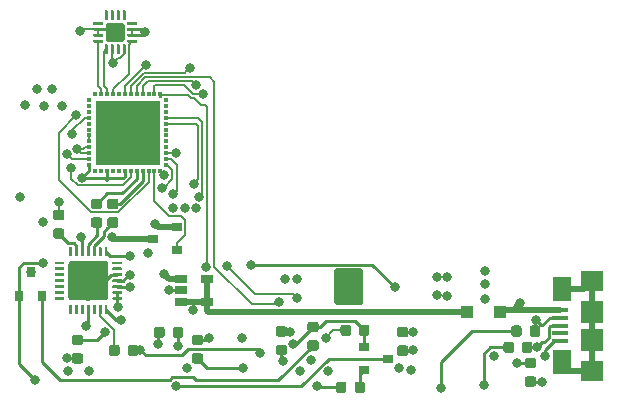
<source format=gbr>
G04 #@! TF.GenerationSoftware,KiCad,Pcbnew,(5.0.1)-3*
G04 #@! TF.CreationDate,2019-11-22T16:36:38-05:00*
G04 #@! TF.ProjectId,SmartWatch,536D61727457617463682E6B69636164,rev?*
G04 #@! TF.SameCoordinates,Original*
G04 #@! TF.FileFunction,Copper,L4,Bot,Signal*
G04 #@! TF.FilePolarity,Positive*
%FSLAX46Y46*%
G04 Gerber Fmt 4.6, Leading zero omitted, Abs format (unit mm)*
G04 Created by KiCad (PCBNEW (5.0.1)-3) date 11/22/2019 4:36:38 PM*
%MOMM*%
%LPD*%
G01*
G04 APERTURE LIST*
G04 #@! TA.AperFunction,ViaPad*
%ADD10C,0.500000*%
G04 #@! TD*
G04 #@! TA.AperFunction,Conductor*
%ADD11C,0.100000*%
G04 #@! TD*
G04 #@! TA.AperFunction,Conductor*
%ADD12C,2.410000*%
G04 #@! TD*
G04 #@! TA.AperFunction,SMDPad,CuDef*
%ADD13R,1.350000X0.400000*%
G04 #@! TD*
G04 #@! TA.AperFunction,SMDPad,CuDef*
%ADD14R,1.600000X2.100000*%
G04 #@! TD*
G04 #@! TA.AperFunction,SMDPad,CuDef*
%ADD15R,1.900000X1.800000*%
G04 #@! TD*
G04 #@! TA.AperFunction,SMDPad,CuDef*
%ADD16R,1.900000X1.900000*%
G04 #@! TD*
G04 #@! TA.AperFunction,SMDPad,CuDef*
%ADD17C,3.350000*%
G04 #@! TD*
G04 #@! TA.AperFunction,SMDPad,CuDef*
%ADD18C,0.250000*%
G04 #@! TD*
G04 #@! TA.AperFunction,SMDPad,CuDef*
%ADD19R,0.450000X0.350000*%
G04 #@! TD*
G04 #@! TA.AperFunction,SMDPad,CuDef*
%ADD20R,0.350000X0.450000*%
G04 #@! TD*
G04 #@! TA.AperFunction,SMDPad,CuDef*
%ADD21R,5.400000X5.400000*%
G04 #@! TD*
G04 #@! TA.AperFunction,SMDPad,CuDef*
%ADD22R,1.100000X1.100000*%
G04 #@! TD*
G04 #@! TA.AperFunction,SMDPad,CuDef*
%ADD23C,0.875000*%
G04 #@! TD*
G04 #@! TA.AperFunction,SMDPad,CuDef*
%ADD24R,0.900000X0.800000*%
G04 #@! TD*
G04 #@! TA.AperFunction,SMDPad,CuDef*
%ADD25R,0.800000X0.900000*%
G04 #@! TD*
G04 #@! TA.AperFunction,SMDPad,CuDef*
%ADD26R,1.060000X0.650000*%
G04 #@! TD*
G04 #@! TA.AperFunction,SMDPad,CuDef*
%ADD27C,1.600000*%
G04 #@! TD*
G04 #@! TA.AperFunction,ViaPad*
%ADD28C,0.800000*%
G04 #@! TD*
G04 #@! TA.AperFunction,Conductor*
%ADD29C,0.500000*%
G04 #@! TD*
G04 #@! TA.AperFunction,Conductor*
%ADD30C,0.250000*%
G04 #@! TD*
G04 #@! TA.AperFunction,Conductor*
%ADD31C,0.150000*%
G04 #@! TD*
G04 APERTURE END LIST*
D10*
G04 #@! TO.N,GND*
G04 #@! TO.C,U1*
X215178600Y-108234000D03*
X213268600Y-108234000D03*
X215178600Y-106934000D03*
X213268600Y-106934000D03*
X215178600Y-105634000D03*
X213268600Y-105634000D03*
D11*
G36*
X215203106Y-105385204D02*
X215227374Y-105388804D01*
X215251173Y-105394765D01*
X215274272Y-105403030D01*
X215296450Y-105413519D01*
X215317493Y-105426132D01*
X215337199Y-105440747D01*
X215355377Y-105457223D01*
X215371853Y-105475401D01*
X215386468Y-105495107D01*
X215399081Y-105516150D01*
X215409570Y-105538328D01*
X215417835Y-105561427D01*
X215423796Y-105585226D01*
X215427396Y-105609494D01*
X215428600Y-105633998D01*
X215428600Y-108234002D01*
X215427396Y-108258506D01*
X215423796Y-108282774D01*
X215417835Y-108306573D01*
X215409570Y-108329672D01*
X215399081Y-108351850D01*
X215386468Y-108372893D01*
X215371853Y-108392599D01*
X215355377Y-108410777D01*
X215337199Y-108427253D01*
X215317493Y-108441868D01*
X215296450Y-108454481D01*
X215274272Y-108464970D01*
X215251173Y-108473235D01*
X215227374Y-108479196D01*
X215203106Y-108482796D01*
X215178602Y-108484000D01*
X213268598Y-108484000D01*
X213244094Y-108482796D01*
X213219826Y-108479196D01*
X213196027Y-108473235D01*
X213172928Y-108464970D01*
X213150750Y-108454481D01*
X213129707Y-108441868D01*
X213110001Y-108427253D01*
X213091823Y-108410777D01*
X213075347Y-108392599D01*
X213060732Y-108372893D01*
X213048119Y-108351850D01*
X213037630Y-108329672D01*
X213029365Y-108306573D01*
X213023404Y-108282774D01*
X213019804Y-108258506D01*
X213018600Y-108234002D01*
X213018600Y-105633998D01*
X213019804Y-105609494D01*
X213023404Y-105585226D01*
X213029365Y-105561427D01*
X213037630Y-105538328D01*
X213048119Y-105516150D01*
X213060732Y-105495107D01*
X213075347Y-105475401D01*
X213091823Y-105457223D01*
X213110001Y-105440747D01*
X213129707Y-105426132D01*
X213150750Y-105413519D01*
X213172928Y-105403030D01*
X213196027Y-105394765D01*
X213219826Y-105388804D01*
X213244094Y-105385204D01*
X213268598Y-105384000D01*
X215178602Y-105384000D01*
X215203106Y-105385204D01*
X215203106Y-105385204D01*
G37*
D12*
X214223600Y-106934000D03*
G04 #@! TD*
D13*
G04 #@! TO.P,J1,3*
G04 #@! TO.N,Net-(D4-Pad1)*
X232156000Y-110236000D03*
G04 #@! TO.P,J1,2*
G04 #@! TO.N,Net-(D3-Pad1)*
X232156000Y-109586000D03*
G04 #@! TO.P,J1,4*
G04 #@! TO.N,Net-(J1-Pad4)*
X232156000Y-110886000D03*
G04 #@! TO.P,J1,1*
G04 #@! TO.N,Net-(D1-Pad1)*
X232156000Y-108936000D03*
G04 #@! TO.P,J1,5*
G04 #@! TO.N,GND*
X232156000Y-111536000D03*
D14*
G04 #@! TO.P,J1,SH1*
G04 #@! TO.N,Net-(J1-PadSH1)*
X232281000Y-107136000D03*
G04 #@! TO.P,J1,SH2*
X232281000Y-113336000D03*
D15*
G04 #@! TO.P,J1,SH3*
X234831000Y-106436000D03*
G04 #@! TO.P,J1,SH6*
X234831000Y-114036000D03*
D16*
G04 #@! TO.P,J1,SH4*
X234831000Y-109036000D03*
G04 #@! TO.P,J1,SH5*
X234831000Y-111436000D03*
G04 #@! TD*
D11*
G04 #@! TO.N,GND*
G04 #@! TO.C,U10*
G36*
X193625904Y-104752204D02*
X193650173Y-104755804D01*
X193673971Y-104761765D01*
X193697071Y-104770030D01*
X193719249Y-104780520D01*
X193740293Y-104793133D01*
X193759998Y-104807747D01*
X193778177Y-104824223D01*
X193794653Y-104842402D01*
X193809267Y-104862107D01*
X193821880Y-104883151D01*
X193832370Y-104905329D01*
X193840635Y-104928429D01*
X193846596Y-104952227D01*
X193850196Y-104976496D01*
X193851400Y-105001000D01*
X193851400Y-107851000D01*
X193850196Y-107875504D01*
X193846596Y-107899773D01*
X193840635Y-107923571D01*
X193832370Y-107946671D01*
X193821880Y-107968849D01*
X193809267Y-107989893D01*
X193794653Y-108009598D01*
X193778177Y-108027777D01*
X193759998Y-108044253D01*
X193740293Y-108058867D01*
X193719249Y-108071480D01*
X193697071Y-108081970D01*
X193673971Y-108090235D01*
X193650173Y-108096196D01*
X193625904Y-108099796D01*
X193601400Y-108101000D01*
X190751400Y-108101000D01*
X190726896Y-108099796D01*
X190702627Y-108096196D01*
X190678829Y-108090235D01*
X190655729Y-108081970D01*
X190633551Y-108071480D01*
X190612507Y-108058867D01*
X190592802Y-108044253D01*
X190574623Y-108027777D01*
X190558147Y-108009598D01*
X190543533Y-107989893D01*
X190530920Y-107968849D01*
X190520430Y-107946671D01*
X190512165Y-107923571D01*
X190506204Y-107899773D01*
X190502604Y-107875504D01*
X190501400Y-107851000D01*
X190501400Y-105001000D01*
X190502604Y-104976496D01*
X190506204Y-104952227D01*
X190512165Y-104928429D01*
X190520430Y-104905329D01*
X190530920Y-104883151D01*
X190543533Y-104862107D01*
X190558147Y-104842402D01*
X190574623Y-104824223D01*
X190592802Y-104807747D01*
X190612507Y-104793133D01*
X190633551Y-104780520D01*
X190655729Y-104770030D01*
X190678829Y-104761765D01*
X190702627Y-104755804D01*
X190726896Y-104752204D01*
X190751400Y-104751000D01*
X193601400Y-104751000D01*
X193625904Y-104752204D01*
X193625904Y-104752204D01*
G37*
D17*
G04 #@! TD*
G04 #@! TO.P,U10,29*
G04 #@! TO.N,GND*
X192176400Y-106426000D03*
D11*
G04 #@! TO.N,Net-(U10-Pad1)*
G04 #@! TO.C,U10*
G36*
X194970026Y-104801301D02*
X194976093Y-104802201D01*
X194982043Y-104803691D01*
X194987818Y-104805758D01*
X194993362Y-104808380D01*
X194998623Y-104811533D01*
X195003550Y-104815187D01*
X195008094Y-104819306D01*
X195012213Y-104823850D01*
X195015867Y-104828777D01*
X195019020Y-104834038D01*
X195021642Y-104839582D01*
X195023709Y-104845357D01*
X195025199Y-104851307D01*
X195026099Y-104857374D01*
X195026400Y-104863500D01*
X195026400Y-104988500D01*
X195026099Y-104994626D01*
X195025199Y-105000693D01*
X195023709Y-105006643D01*
X195021642Y-105012418D01*
X195019020Y-105017962D01*
X195015867Y-105023223D01*
X195012213Y-105028150D01*
X195008094Y-105032694D01*
X195003550Y-105036813D01*
X194998623Y-105040467D01*
X194993362Y-105043620D01*
X194987818Y-105046242D01*
X194982043Y-105048309D01*
X194976093Y-105049799D01*
X194970026Y-105050699D01*
X194963900Y-105051000D01*
X194288900Y-105051000D01*
X194282774Y-105050699D01*
X194276707Y-105049799D01*
X194270757Y-105048309D01*
X194264982Y-105046242D01*
X194259438Y-105043620D01*
X194254177Y-105040467D01*
X194249250Y-105036813D01*
X194244706Y-105032694D01*
X194240587Y-105028150D01*
X194236933Y-105023223D01*
X194233780Y-105017962D01*
X194231158Y-105012418D01*
X194229091Y-105006643D01*
X194227601Y-105000693D01*
X194226701Y-104994626D01*
X194226400Y-104988500D01*
X194226400Y-104863500D01*
X194226701Y-104857374D01*
X194227601Y-104851307D01*
X194229091Y-104845357D01*
X194231158Y-104839582D01*
X194233780Y-104834038D01*
X194236933Y-104828777D01*
X194240587Y-104823850D01*
X194244706Y-104819306D01*
X194249250Y-104815187D01*
X194254177Y-104811533D01*
X194259438Y-104808380D01*
X194264982Y-104805758D01*
X194270757Y-104803691D01*
X194276707Y-104802201D01*
X194282774Y-104801301D01*
X194288900Y-104801000D01*
X194963900Y-104801000D01*
X194970026Y-104801301D01*
X194970026Y-104801301D01*
G37*
D18*
G04 #@! TD*
G04 #@! TO.P,U10,1*
G04 #@! TO.N,Net-(U10-Pad1)*
X194626400Y-104926000D03*
D11*
G04 #@! TO.N,Net-(U10-Pad2)*
G04 #@! TO.C,U10*
G36*
X194970026Y-105301301D02*
X194976093Y-105302201D01*
X194982043Y-105303691D01*
X194987818Y-105305758D01*
X194993362Y-105308380D01*
X194998623Y-105311533D01*
X195003550Y-105315187D01*
X195008094Y-105319306D01*
X195012213Y-105323850D01*
X195015867Y-105328777D01*
X195019020Y-105334038D01*
X195021642Y-105339582D01*
X195023709Y-105345357D01*
X195025199Y-105351307D01*
X195026099Y-105357374D01*
X195026400Y-105363500D01*
X195026400Y-105488500D01*
X195026099Y-105494626D01*
X195025199Y-105500693D01*
X195023709Y-105506643D01*
X195021642Y-105512418D01*
X195019020Y-105517962D01*
X195015867Y-105523223D01*
X195012213Y-105528150D01*
X195008094Y-105532694D01*
X195003550Y-105536813D01*
X194998623Y-105540467D01*
X194993362Y-105543620D01*
X194987818Y-105546242D01*
X194982043Y-105548309D01*
X194976093Y-105549799D01*
X194970026Y-105550699D01*
X194963900Y-105551000D01*
X194288900Y-105551000D01*
X194282774Y-105550699D01*
X194276707Y-105549799D01*
X194270757Y-105548309D01*
X194264982Y-105546242D01*
X194259438Y-105543620D01*
X194254177Y-105540467D01*
X194249250Y-105536813D01*
X194244706Y-105532694D01*
X194240587Y-105528150D01*
X194236933Y-105523223D01*
X194233780Y-105517962D01*
X194231158Y-105512418D01*
X194229091Y-105506643D01*
X194227601Y-105500693D01*
X194226701Y-105494626D01*
X194226400Y-105488500D01*
X194226400Y-105363500D01*
X194226701Y-105357374D01*
X194227601Y-105351307D01*
X194229091Y-105345357D01*
X194231158Y-105339582D01*
X194233780Y-105334038D01*
X194236933Y-105328777D01*
X194240587Y-105323850D01*
X194244706Y-105319306D01*
X194249250Y-105315187D01*
X194254177Y-105311533D01*
X194259438Y-105308380D01*
X194264982Y-105305758D01*
X194270757Y-105303691D01*
X194276707Y-105302201D01*
X194282774Y-105301301D01*
X194288900Y-105301000D01*
X194963900Y-105301000D01*
X194970026Y-105301301D01*
X194970026Y-105301301D01*
G37*
D18*
G04 #@! TD*
G04 #@! TO.P,U10,2*
G04 #@! TO.N,Net-(U10-Pad2)*
X194626400Y-105426000D03*
D11*
G04 #@! TO.N,GND*
G04 #@! TO.C,U10*
G36*
X194970026Y-105801301D02*
X194976093Y-105802201D01*
X194982043Y-105803691D01*
X194987818Y-105805758D01*
X194993362Y-105808380D01*
X194998623Y-105811533D01*
X195003550Y-105815187D01*
X195008094Y-105819306D01*
X195012213Y-105823850D01*
X195015867Y-105828777D01*
X195019020Y-105834038D01*
X195021642Y-105839582D01*
X195023709Y-105845357D01*
X195025199Y-105851307D01*
X195026099Y-105857374D01*
X195026400Y-105863500D01*
X195026400Y-105988500D01*
X195026099Y-105994626D01*
X195025199Y-106000693D01*
X195023709Y-106006643D01*
X195021642Y-106012418D01*
X195019020Y-106017962D01*
X195015867Y-106023223D01*
X195012213Y-106028150D01*
X195008094Y-106032694D01*
X195003550Y-106036813D01*
X194998623Y-106040467D01*
X194993362Y-106043620D01*
X194987818Y-106046242D01*
X194982043Y-106048309D01*
X194976093Y-106049799D01*
X194970026Y-106050699D01*
X194963900Y-106051000D01*
X194288900Y-106051000D01*
X194282774Y-106050699D01*
X194276707Y-106049799D01*
X194270757Y-106048309D01*
X194264982Y-106046242D01*
X194259438Y-106043620D01*
X194254177Y-106040467D01*
X194249250Y-106036813D01*
X194244706Y-106032694D01*
X194240587Y-106028150D01*
X194236933Y-106023223D01*
X194233780Y-106017962D01*
X194231158Y-106012418D01*
X194229091Y-106006643D01*
X194227601Y-106000693D01*
X194226701Y-105994626D01*
X194226400Y-105988500D01*
X194226400Y-105863500D01*
X194226701Y-105857374D01*
X194227601Y-105851307D01*
X194229091Y-105845357D01*
X194231158Y-105839582D01*
X194233780Y-105834038D01*
X194236933Y-105828777D01*
X194240587Y-105823850D01*
X194244706Y-105819306D01*
X194249250Y-105815187D01*
X194254177Y-105811533D01*
X194259438Y-105808380D01*
X194264982Y-105805758D01*
X194270757Y-105803691D01*
X194276707Y-105802201D01*
X194282774Y-105801301D01*
X194288900Y-105801000D01*
X194963900Y-105801000D01*
X194970026Y-105801301D01*
X194970026Y-105801301D01*
G37*
D18*
G04 #@! TD*
G04 #@! TO.P,U10,3*
G04 #@! TO.N,GND*
X194626400Y-105926000D03*
D11*
G04 #@! TO.N,/ESP32 Pico D4/USB_DP*
G04 #@! TO.C,U10*
G36*
X194970026Y-106301301D02*
X194976093Y-106302201D01*
X194982043Y-106303691D01*
X194987818Y-106305758D01*
X194993362Y-106308380D01*
X194998623Y-106311533D01*
X195003550Y-106315187D01*
X195008094Y-106319306D01*
X195012213Y-106323850D01*
X195015867Y-106328777D01*
X195019020Y-106334038D01*
X195021642Y-106339582D01*
X195023709Y-106345357D01*
X195025199Y-106351307D01*
X195026099Y-106357374D01*
X195026400Y-106363500D01*
X195026400Y-106488500D01*
X195026099Y-106494626D01*
X195025199Y-106500693D01*
X195023709Y-106506643D01*
X195021642Y-106512418D01*
X195019020Y-106517962D01*
X195015867Y-106523223D01*
X195012213Y-106528150D01*
X195008094Y-106532694D01*
X195003550Y-106536813D01*
X194998623Y-106540467D01*
X194993362Y-106543620D01*
X194987818Y-106546242D01*
X194982043Y-106548309D01*
X194976093Y-106549799D01*
X194970026Y-106550699D01*
X194963900Y-106551000D01*
X194288900Y-106551000D01*
X194282774Y-106550699D01*
X194276707Y-106549799D01*
X194270757Y-106548309D01*
X194264982Y-106546242D01*
X194259438Y-106543620D01*
X194254177Y-106540467D01*
X194249250Y-106536813D01*
X194244706Y-106532694D01*
X194240587Y-106528150D01*
X194236933Y-106523223D01*
X194233780Y-106517962D01*
X194231158Y-106512418D01*
X194229091Y-106506643D01*
X194227601Y-106500693D01*
X194226701Y-106494626D01*
X194226400Y-106488500D01*
X194226400Y-106363500D01*
X194226701Y-106357374D01*
X194227601Y-106351307D01*
X194229091Y-106345357D01*
X194231158Y-106339582D01*
X194233780Y-106334038D01*
X194236933Y-106328777D01*
X194240587Y-106323850D01*
X194244706Y-106319306D01*
X194249250Y-106315187D01*
X194254177Y-106311533D01*
X194259438Y-106308380D01*
X194264982Y-106305758D01*
X194270757Y-106303691D01*
X194276707Y-106302201D01*
X194282774Y-106301301D01*
X194288900Y-106301000D01*
X194963900Y-106301000D01*
X194970026Y-106301301D01*
X194970026Y-106301301D01*
G37*
D18*
G04 #@! TD*
G04 #@! TO.P,U10,4*
G04 #@! TO.N,/ESP32 Pico D4/USB_DP*
X194626400Y-106426000D03*
D11*
G04 #@! TO.N,/ESP32 Pico D4/USB_DN*
G04 #@! TO.C,U10*
G36*
X194970026Y-106801301D02*
X194976093Y-106802201D01*
X194982043Y-106803691D01*
X194987818Y-106805758D01*
X194993362Y-106808380D01*
X194998623Y-106811533D01*
X195003550Y-106815187D01*
X195008094Y-106819306D01*
X195012213Y-106823850D01*
X195015867Y-106828777D01*
X195019020Y-106834038D01*
X195021642Y-106839582D01*
X195023709Y-106845357D01*
X195025199Y-106851307D01*
X195026099Y-106857374D01*
X195026400Y-106863500D01*
X195026400Y-106988500D01*
X195026099Y-106994626D01*
X195025199Y-107000693D01*
X195023709Y-107006643D01*
X195021642Y-107012418D01*
X195019020Y-107017962D01*
X195015867Y-107023223D01*
X195012213Y-107028150D01*
X195008094Y-107032694D01*
X195003550Y-107036813D01*
X194998623Y-107040467D01*
X194993362Y-107043620D01*
X194987818Y-107046242D01*
X194982043Y-107048309D01*
X194976093Y-107049799D01*
X194970026Y-107050699D01*
X194963900Y-107051000D01*
X194288900Y-107051000D01*
X194282774Y-107050699D01*
X194276707Y-107049799D01*
X194270757Y-107048309D01*
X194264982Y-107046242D01*
X194259438Y-107043620D01*
X194254177Y-107040467D01*
X194249250Y-107036813D01*
X194244706Y-107032694D01*
X194240587Y-107028150D01*
X194236933Y-107023223D01*
X194233780Y-107017962D01*
X194231158Y-107012418D01*
X194229091Y-107006643D01*
X194227601Y-107000693D01*
X194226701Y-106994626D01*
X194226400Y-106988500D01*
X194226400Y-106863500D01*
X194226701Y-106857374D01*
X194227601Y-106851307D01*
X194229091Y-106845357D01*
X194231158Y-106839582D01*
X194233780Y-106834038D01*
X194236933Y-106828777D01*
X194240587Y-106823850D01*
X194244706Y-106819306D01*
X194249250Y-106815187D01*
X194254177Y-106811533D01*
X194259438Y-106808380D01*
X194264982Y-106805758D01*
X194270757Y-106803691D01*
X194276707Y-106802201D01*
X194282774Y-106801301D01*
X194288900Y-106801000D01*
X194963900Y-106801000D01*
X194970026Y-106801301D01*
X194970026Y-106801301D01*
G37*
D18*
G04 #@! TD*
G04 #@! TO.P,U10,5*
G04 #@! TO.N,/ESP32 Pico D4/USB_DN*
X194626400Y-106926000D03*
D11*
G04 #@! TO.N,+3V3*
G04 #@! TO.C,U10*
G36*
X194970026Y-107301301D02*
X194976093Y-107302201D01*
X194982043Y-107303691D01*
X194987818Y-107305758D01*
X194993362Y-107308380D01*
X194998623Y-107311533D01*
X195003550Y-107315187D01*
X195008094Y-107319306D01*
X195012213Y-107323850D01*
X195015867Y-107328777D01*
X195019020Y-107334038D01*
X195021642Y-107339582D01*
X195023709Y-107345357D01*
X195025199Y-107351307D01*
X195026099Y-107357374D01*
X195026400Y-107363500D01*
X195026400Y-107488500D01*
X195026099Y-107494626D01*
X195025199Y-107500693D01*
X195023709Y-107506643D01*
X195021642Y-107512418D01*
X195019020Y-107517962D01*
X195015867Y-107523223D01*
X195012213Y-107528150D01*
X195008094Y-107532694D01*
X195003550Y-107536813D01*
X194998623Y-107540467D01*
X194993362Y-107543620D01*
X194987818Y-107546242D01*
X194982043Y-107548309D01*
X194976093Y-107549799D01*
X194970026Y-107550699D01*
X194963900Y-107551000D01*
X194288900Y-107551000D01*
X194282774Y-107550699D01*
X194276707Y-107549799D01*
X194270757Y-107548309D01*
X194264982Y-107546242D01*
X194259438Y-107543620D01*
X194254177Y-107540467D01*
X194249250Y-107536813D01*
X194244706Y-107532694D01*
X194240587Y-107528150D01*
X194236933Y-107523223D01*
X194233780Y-107517962D01*
X194231158Y-107512418D01*
X194229091Y-107506643D01*
X194227601Y-107500693D01*
X194226701Y-107494626D01*
X194226400Y-107488500D01*
X194226400Y-107363500D01*
X194226701Y-107357374D01*
X194227601Y-107351307D01*
X194229091Y-107345357D01*
X194231158Y-107339582D01*
X194233780Y-107334038D01*
X194236933Y-107328777D01*
X194240587Y-107323850D01*
X194244706Y-107319306D01*
X194249250Y-107315187D01*
X194254177Y-107311533D01*
X194259438Y-107308380D01*
X194264982Y-107305758D01*
X194270757Y-107303691D01*
X194276707Y-107302201D01*
X194282774Y-107301301D01*
X194288900Y-107301000D01*
X194963900Y-107301000D01*
X194970026Y-107301301D01*
X194970026Y-107301301D01*
G37*
D18*
G04 #@! TD*
G04 #@! TO.P,U10,6*
G04 #@! TO.N,+3V3*
X194626400Y-107426000D03*
D11*
G04 #@! TO.N,+3V3*
G04 #@! TO.C,U10*
G36*
X194970026Y-107801301D02*
X194976093Y-107802201D01*
X194982043Y-107803691D01*
X194987818Y-107805758D01*
X194993362Y-107808380D01*
X194998623Y-107811533D01*
X195003550Y-107815187D01*
X195008094Y-107819306D01*
X195012213Y-107823850D01*
X195015867Y-107828777D01*
X195019020Y-107834038D01*
X195021642Y-107839582D01*
X195023709Y-107845357D01*
X195025199Y-107851307D01*
X195026099Y-107857374D01*
X195026400Y-107863500D01*
X195026400Y-107988500D01*
X195026099Y-107994626D01*
X195025199Y-108000693D01*
X195023709Y-108006643D01*
X195021642Y-108012418D01*
X195019020Y-108017962D01*
X195015867Y-108023223D01*
X195012213Y-108028150D01*
X195008094Y-108032694D01*
X195003550Y-108036813D01*
X194998623Y-108040467D01*
X194993362Y-108043620D01*
X194987818Y-108046242D01*
X194982043Y-108048309D01*
X194976093Y-108049799D01*
X194970026Y-108050699D01*
X194963900Y-108051000D01*
X194288900Y-108051000D01*
X194282774Y-108050699D01*
X194276707Y-108049799D01*
X194270757Y-108048309D01*
X194264982Y-108046242D01*
X194259438Y-108043620D01*
X194254177Y-108040467D01*
X194249250Y-108036813D01*
X194244706Y-108032694D01*
X194240587Y-108028150D01*
X194236933Y-108023223D01*
X194233780Y-108017962D01*
X194231158Y-108012418D01*
X194229091Y-108006643D01*
X194227601Y-108000693D01*
X194226701Y-107994626D01*
X194226400Y-107988500D01*
X194226400Y-107863500D01*
X194226701Y-107857374D01*
X194227601Y-107851307D01*
X194229091Y-107845357D01*
X194231158Y-107839582D01*
X194233780Y-107834038D01*
X194236933Y-107828777D01*
X194240587Y-107823850D01*
X194244706Y-107819306D01*
X194249250Y-107815187D01*
X194254177Y-107811533D01*
X194259438Y-107808380D01*
X194264982Y-107805758D01*
X194270757Y-107803691D01*
X194276707Y-107802201D01*
X194282774Y-107801301D01*
X194288900Y-107801000D01*
X194963900Y-107801000D01*
X194970026Y-107801301D01*
X194970026Y-107801301D01*
G37*
D18*
G04 #@! TD*
G04 #@! TO.P,U10,7*
G04 #@! TO.N,+3V3*
X194626400Y-107926000D03*
D11*
G04 #@! TO.N,Net-(R3-Pad1)*
G04 #@! TO.C,U10*
G36*
X193745026Y-108476301D02*
X193751093Y-108477201D01*
X193757043Y-108478691D01*
X193762818Y-108480758D01*
X193768362Y-108483380D01*
X193773623Y-108486533D01*
X193778550Y-108490187D01*
X193783094Y-108494306D01*
X193787213Y-108498850D01*
X193790867Y-108503777D01*
X193794020Y-108509038D01*
X193796642Y-108514582D01*
X193798709Y-108520357D01*
X193800199Y-108526307D01*
X193801099Y-108532374D01*
X193801400Y-108538500D01*
X193801400Y-109213500D01*
X193801099Y-109219626D01*
X193800199Y-109225693D01*
X193798709Y-109231643D01*
X193796642Y-109237418D01*
X193794020Y-109242962D01*
X193790867Y-109248223D01*
X193787213Y-109253150D01*
X193783094Y-109257694D01*
X193778550Y-109261813D01*
X193773623Y-109265467D01*
X193768362Y-109268620D01*
X193762818Y-109271242D01*
X193757043Y-109273309D01*
X193751093Y-109274799D01*
X193745026Y-109275699D01*
X193738900Y-109276000D01*
X193613900Y-109276000D01*
X193607774Y-109275699D01*
X193601707Y-109274799D01*
X193595757Y-109273309D01*
X193589982Y-109271242D01*
X193584438Y-109268620D01*
X193579177Y-109265467D01*
X193574250Y-109261813D01*
X193569706Y-109257694D01*
X193565587Y-109253150D01*
X193561933Y-109248223D01*
X193558780Y-109242962D01*
X193556158Y-109237418D01*
X193554091Y-109231643D01*
X193552601Y-109225693D01*
X193551701Y-109219626D01*
X193551400Y-109213500D01*
X193551400Y-108538500D01*
X193551701Y-108532374D01*
X193552601Y-108526307D01*
X193554091Y-108520357D01*
X193556158Y-108514582D01*
X193558780Y-108509038D01*
X193561933Y-108503777D01*
X193565587Y-108498850D01*
X193569706Y-108494306D01*
X193574250Y-108490187D01*
X193579177Y-108486533D01*
X193584438Y-108483380D01*
X193589982Y-108480758D01*
X193595757Y-108478691D01*
X193601707Y-108477201D01*
X193607774Y-108476301D01*
X193613900Y-108476000D01*
X193738900Y-108476000D01*
X193745026Y-108476301D01*
X193745026Y-108476301D01*
G37*
D18*
G04 #@! TD*
G04 #@! TO.P,U10,8*
G04 #@! TO.N,Net-(R3-Pad1)*
X193676400Y-108876000D03*
D11*
G04 #@! TO.N,Net-(R6-Pad2)*
G04 #@! TO.C,U10*
G36*
X193245026Y-108476301D02*
X193251093Y-108477201D01*
X193257043Y-108478691D01*
X193262818Y-108480758D01*
X193268362Y-108483380D01*
X193273623Y-108486533D01*
X193278550Y-108490187D01*
X193283094Y-108494306D01*
X193287213Y-108498850D01*
X193290867Y-108503777D01*
X193294020Y-108509038D01*
X193296642Y-108514582D01*
X193298709Y-108520357D01*
X193300199Y-108526307D01*
X193301099Y-108532374D01*
X193301400Y-108538500D01*
X193301400Y-109213500D01*
X193301099Y-109219626D01*
X193300199Y-109225693D01*
X193298709Y-109231643D01*
X193296642Y-109237418D01*
X193294020Y-109242962D01*
X193290867Y-109248223D01*
X193287213Y-109253150D01*
X193283094Y-109257694D01*
X193278550Y-109261813D01*
X193273623Y-109265467D01*
X193268362Y-109268620D01*
X193262818Y-109271242D01*
X193257043Y-109273309D01*
X193251093Y-109274799D01*
X193245026Y-109275699D01*
X193238900Y-109276000D01*
X193113900Y-109276000D01*
X193107774Y-109275699D01*
X193101707Y-109274799D01*
X193095757Y-109273309D01*
X193089982Y-109271242D01*
X193084438Y-109268620D01*
X193079177Y-109265467D01*
X193074250Y-109261813D01*
X193069706Y-109257694D01*
X193065587Y-109253150D01*
X193061933Y-109248223D01*
X193058780Y-109242962D01*
X193056158Y-109237418D01*
X193054091Y-109231643D01*
X193052601Y-109225693D01*
X193051701Y-109219626D01*
X193051400Y-109213500D01*
X193051400Y-108538500D01*
X193051701Y-108532374D01*
X193052601Y-108526307D01*
X193054091Y-108520357D01*
X193056158Y-108514582D01*
X193058780Y-108509038D01*
X193061933Y-108503777D01*
X193065587Y-108498850D01*
X193069706Y-108494306D01*
X193074250Y-108490187D01*
X193079177Y-108486533D01*
X193084438Y-108483380D01*
X193089982Y-108480758D01*
X193095757Y-108478691D01*
X193101707Y-108477201D01*
X193107774Y-108476301D01*
X193113900Y-108476000D01*
X193238900Y-108476000D01*
X193245026Y-108476301D01*
X193245026Y-108476301D01*
G37*
D18*
G04 #@! TD*
G04 #@! TO.P,U10,9*
G04 #@! TO.N,Net-(R6-Pad2)*
X193176400Y-108876000D03*
D11*
G04 #@! TO.N,Net-(U10-Pad10)*
G04 #@! TO.C,U10*
G36*
X192745026Y-108476301D02*
X192751093Y-108477201D01*
X192757043Y-108478691D01*
X192762818Y-108480758D01*
X192768362Y-108483380D01*
X192773623Y-108486533D01*
X192778550Y-108490187D01*
X192783094Y-108494306D01*
X192787213Y-108498850D01*
X192790867Y-108503777D01*
X192794020Y-108509038D01*
X192796642Y-108514582D01*
X192798709Y-108520357D01*
X192800199Y-108526307D01*
X192801099Y-108532374D01*
X192801400Y-108538500D01*
X192801400Y-109213500D01*
X192801099Y-109219626D01*
X192800199Y-109225693D01*
X192798709Y-109231643D01*
X192796642Y-109237418D01*
X192794020Y-109242962D01*
X192790867Y-109248223D01*
X192787213Y-109253150D01*
X192783094Y-109257694D01*
X192778550Y-109261813D01*
X192773623Y-109265467D01*
X192768362Y-109268620D01*
X192762818Y-109271242D01*
X192757043Y-109273309D01*
X192751093Y-109274799D01*
X192745026Y-109275699D01*
X192738900Y-109276000D01*
X192613900Y-109276000D01*
X192607774Y-109275699D01*
X192601707Y-109274799D01*
X192595757Y-109273309D01*
X192589982Y-109271242D01*
X192584438Y-109268620D01*
X192579177Y-109265467D01*
X192574250Y-109261813D01*
X192569706Y-109257694D01*
X192565587Y-109253150D01*
X192561933Y-109248223D01*
X192558780Y-109242962D01*
X192556158Y-109237418D01*
X192554091Y-109231643D01*
X192552601Y-109225693D01*
X192551701Y-109219626D01*
X192551400Y-109213500D01*
X192551400Y-108538500D01*
X192551701Y-108532374D01*
X192552601Y-108526307D01*
X192554091Y-108520357D01*
X192556158Y-108514582D01*
X192558780Y-108509038D01*
X192561933Y-108503777D01*
X192565587Y-108498850D01*
X192569706Y-108494306D01*
X192574250Y-108490187D01*
X192579177Y-108486533D01*
X192584438Y-108483380D01*
X192589982Y-108480758D01*
X192595757Y-108478691D01*
X192601707Y-108477201D01*
X192607774Y-108476301D01*
X192613900Y-108476000D01*
X192738900Y-108476000D01*
X192745026Y-108476301D01*
X192745026Y-108476301D01*
G37*
D18*
G04 #@! TD*
G04 #@! TO.P,U10,10*
G04 #@! TO.N,Net-(U10-Pad10)*
X192676400Y-108876000D03*
D11*
G04 #@! TO.N,Net-(R18-Pad1)*
G04 #@! TO.C,U10*
G36*
X192245026Y-108476301D02*
X192251093Y-108477201D01*
X192257043Y-108478691D01*
X192262818Y-108480758D01*
X192268362Y-108483380D01*
X192273623Y-108486533D01*
X192278550Y-108490187D01*
X192283094Y-108494306D01*
X192287213Y-108498850D01*
X192290867Y-108503777D01*
X192294020Y-108509038D01*
X192296642Y-108514582D01*
X192298709Y-108520357D01*
X192300199Y-108526307D01*
X192301099Y-108532374D01*
X192301400Y-108538500D01*
X192301400Y-109213500D01*
X192301099Y-109219626D01*
X192300199Y-109225693D01*
X192298709Y-109231643D01*
X192296642Y-109237418D01*
X192294020Y-109242962D01*
X192290867Y-109248223D01*
X192287213Y-109253150D01*
X192283094Y-109257694D01*
X192278550Y-109261813D01*
X192273623Y-109265467D01*
X192268362Y-109268620D01*
X192262818Y-109271242D01*
X192257043Y-109273309D01*
X192251093Y-109274799D01*
X192245026Y-109275699D01*
X192238900Y-109276000D01*
X192113900Y-109276000D01*
X192107774Y-109275699D01*
X192101707Y-109274799D01*
X192095757Y-109273309D01*
X192089982Y-109271242D01*
X192084438Y-109268620D01*
X192079177Y-109265467D01*
X192074250Y-109261813D01*
X192069706Y-109257694D01*
X192065587Y-109253150D01*
X192061933Y-109248223D01*
X192058780Y-109242962D01*
X192056158Y-109237418D01*
X192054091Y-109231643D01*
X192052601Y-109225693D01*
X192051701Y-109219626D01*
X192051400Y-109213500D01*
X192051400Y-108538500D01*
X192051701Y-108532374D01*
X192052601Y-108526307D01*
X192054091Y-108520357D01*
X192056158Y-108514582D01*
X192058780Y-108509038D01*
X192061933Y-108503777D01*
X192065587Y-108498850D01*
X192069706Y-108494306D01*
X192074250Y-108490187D01*
X192079177Y-108486533D01*
X192084438Y-108483380D01*
X192089982Y-108480758D01*
X192095757Y-108478691D01*
X192101707Y-108477201D01*
X192107774Y-108476301D01*
X192113900Y-108476000D01*
X192238900Y-108476000D01*
X192245026Y-108476301D01*
X192245026Y-108476301D01*
G37*
D18*
G04 #@! TD*
G04 #@! TO.P,U10,11*
G04 #@! TO.N,Net-(R18-Pad1)*
X192176400Y-108876000D03*
D11*
G04 #@! TO.N,Net-(U10-Pad12)*
G04 #@! TO.C,U10*
G36*
X191745026Y-108476301D02*
X191751093Y-108477201D01*
X191757043Y-108478691D01*
X191762818Y-108480758D01*
X191768362Y-108483380D01*
X191773623Y-108486533D01*
X191778550Y-108490187D01*
X191783094Y-108494306D01*
X191787213Y-108498850D01*
X191790867Y-108503777D01*
X191794020Y-108509038D01*
X191796642Y-108514582D01*
X191798709Y-108520357D01*
X191800199Y-108526307D01*
X191801099Y-108532374D01*
X191801400Y-108538500D01*
X191801400Y-109213500D01*
X191801099Y-109219626D01*
X191800199Y-109225693D01*
X191798709Y-109231643D01*
X191796642Y-109237418D01*
X191794020Y-109242962D01*
X191790867Y-109248223D01*
X191787213Y-109253150D01*
X191783094Y-109257694D01*
X191778550Y-109261813D01*
X191773623Y-109265467D01*
X191768362Y-109268620D01*
X191762818Y-109271242D01*
X191757043Y-109273309D01*
X191751093Y-109274799D01*
X191745026Y-109275699D01*
X191738900Y-109276000D01*
X191613900Y-109276000D01*
X191607774Y-109275699D01*
X191601707Y-109274799D01*
X191595757Y-109273309D01*
X191589982Y-109271242D01*
X191584438Y-109268620D01*
X191579177Y-109265467D01*
X191574250Y-109261813D01*
X191569706Y-109257694D01*
X191565587Y-109253150D01*
X191561933Y-109248223D01*
X191558780Y-109242962D01*
X191556158Y-109237418D01*
X191554091Y-109231643D01*
X191552601Y-109225693D01*
X191551701Y-109219626D01*
X191551400Y-109213500D01*
X191551400Y-108538500D01*
X191551701Y-108532374D01*
X191552601Y-108526307D01*
X191554091Y-108520357D01*
X191556158Y-108514582D01*
X191558780Y-108509038D01*
X191561933Y-108503777D01*
X191565587Y-108498850D01*
X191569706Y-108494306D01*
X191574250Y-108490187D01*
X191579177Y-108486533D01*
X191584438Y-108483380D01*
X191589982Y-108480758D01*
X191595757Y-108478691D01*
X191601707Y-108477201D01*
X191607774Y-108476301D01*
X191613900Y-108476000D01*
X191738900Y-108476000D01*
X191745026Y-108476301D01*
X191745026Y-108476301D01*
G37*
D18*
G04 #@! TD*
G04 #@! TO.P,U10,12*
G04 #@! TO.N,Net-(U10-Pad12)*
X191676400Y-108876000D03*
D11*
G04 #@! TO.N,Net-(U10-Pad13)*
G04 #@! TO.C,U10*
G36*
X191245026Y-108476301D02*
X191251093Y-108477201D01*
X191257043Y-108478691D01*
X191262818Y-108480758D01*
X191268362Y-108483380D01*
X191273623Y-108486533D01*
X191278550Y-108490187D01*
X191283094Y-108494306D01*
X191287213Y-108498850D01*
X191290867Y-108503777D01*
X191294020Y-108509038D01*
X191296642Y-108514582D01*
X191298709Y-108520357D01*
X191300199Y-108526307D01*
X191301099Y-108532374D01*
X191301400Y-108538500D01*
X191301400Y-109213500D01*
X191301099Y-109219626D01*
X191300199Y-109225693D01*
X191298709Y-109231643D01*
X191296642Y-109237418D01*
X191294020Y-109242962D01*
X191290867Y-109248223D01*
X191287213Y-109253150D01*
X191283094Y-109257694D01*
X191278550Y-109261813D01*
X191273623Y-109265467D01*
X191268362Y-109268620D01*
X191262818Y-109271242D01*
X191257043Y-109273309D01*
X191251093Y-109274799D01*
X191245026Y-109275699D01*
X191238900Y-109276000D01*
X191113900Y-109276000D01*
X191107774Y-109275699D01*
X191101707Y-109274799D01*
X191095757Y-109273309D01*
X191089982Y-109271242D01*
X191084438Y-109268620D01*
X191079177Y-109265467D01*
X191074250Y-109261813D01*
X191069706Y-109257694D01*
X191065587Y-109253150D01*
X191061933Y-109248223D01*
X191058780Y-109242962D01*
X191056158Y-109237418D01*
X191054091Y-109231643D01*
X191052601Y-109225693D01*
X191051701Y-109219626D01*
X191051400Y-109213500D01*
X191051400Y-108538500D01*
X191051701Y-108532374D01*
X191052601Y-108526307D01*
X191054091Y-108520357D01*
X191056158Y-108514582D01*
X191058780Y-108509038D01*
X191061933Y-108503777D01*
X191065587Y-108498850D01*
X191069706Y-108494306D01*
X191074250Y-108490187D01*
X191079177Y-108486533D01*
X191084438Y-108483380D01*
X191089982Y-108480758D01*
X191095757Y-108478691D01*
X191101707Y-108477201D01*
X191107774Y-108476301D01*
X191113900Y-108476000D01*
X191238900Y-108476000D01*
X191245026Y-108476301D01*
X191245026Y-108476301D01*
G37*
D18*
G04 #@! TD*
G04 #@! TO.P,U10,13*
G04 #@! TO.N,Net-(U10-Pad13)*
X191176400Y-108876000D03*
D11*
G04 #@! TO.N,Net-(U10-Pad14)*
G04 #@! TO.C,U10*
G36*
X190745026Y-108476301D02*
X190751093Y-108477201D01*
X190757043Y-108478691D01*
X190762818Y-108480758D01*
X190768362Y-108483380D01*
X190773623Y-108486533D01*
X190778550Y-108490187D01*
X190783094Y-108494306D01*
X190787213Y-108498850D01*
X190790867Y-108503777D01*
X190794020Y-108509038D01*
X190796642Y-108514582D01*
X190798709Y-108520357D01*
X190800199Y-108526307D01*
X190801099Y-108532374D01*
X190801400Y-108538500D01*
X190801400Y-109213500D01*
X190801099Y-109219626D01*
X190800199Y-109225693D01*
X190798709Y-109231643D01*
X190796642Y-109237418D01*
X190794020Y-109242962D01*
X190790867Y-109248223D01*
X190787213Y-109253150D01*
X190783094Y-109257694D01*
X190778550Y-109261813D01*
X190773623Y-109265467D01*
X190768362Y-109268620D01*
X190762818Y-109271242D01*
X190757043Y-109273309D01*
X190751093Y-109274799D01*
X190745026Y-109275699D01*
X190738900Y-109276000D01*
X190613900Y-109276000D01*
X190607774Y-109275699D01*
X190601707Y-109274799D01*
X190595757Y-109273309D01*
X190589982Y-109271242D01*
X190584438Y-109268620D01*
X190579177Y-109265467D01*
X190574250Y-109261813D01*
X190569706Y-109257694D01*
X190565587Y-109253150D01*
X190561933Y-109248223D01*
X190558780Y-109242962D01*
X190556158Y-109237418D01*
X190554091Y-109231643D01*
X190552601Y-109225693D01*
X190551701Y-109219626D01*
X190551400Y-109213500D01*
X190551400Y-108538500D01*
X190551701Y-108532374D01*
X190552601Y-108526307D01*
X190554091Y-108520357D01*
X190556158Y-108514582D01*
X190558780Y-108509038D01*
X190561933Y-108503777D01*
X190565587Y-108498850D01*
X190569706Y-108494306D01*
X190574250Y-108490187D01*
X190579177Y-108486533D01*
X190584438Y-108483380D01*
X190589982Y-108480758D01*
X190595757Y-108478691D01*
X190601707Y-108477201D01*
X190607774Y-108476301D01*
X190613900Y-108476000D01*
X190738900Y-108476000D01*
X190745026Y-108476301D01*
X190745026Y-108476301D01*
G37*
D18*
G04 #@! TD*
G04 #@! TO.P,U10,14*
G04 #@! TO.N,Net-(U10-Pad14)*
X190676400Y-108876000D03*
D11*
G04 #@! TO.N,Net-(U10-Pad15)*
G04 #@! TO.C,U10*
G36*
X190070026Y-107801301D02*
X190076093Y-107802201D01*
X190082043Y-107803691D01*
X190087818Y-107805758D01*
X190093362Y-107808380D01*
X190098623Y-107811533D01*
X190103550Y-107815187D01*
X190108094Y-107819306D01*
X190112213Y-107823850D01*
X190115867Y-107828777D01*
X190119020Y-107834038D01*
X190121642Y-107839582D01*
X190123709Y-107845357D01*
X190125199Y-107851307D01*
X190126099Y-107857374D01*
X190126400Y-107863500D01*
X190126400Y-107988500D01*
X190126099Y-107994626D01*
X190125199Y-108000693D01*
X190123709Y-108006643D01*
X190121642Y-108012418D01*
X190119020Y-108017962D01*
X190115867Y-108023223D01*
X190112213Y-108028150D01*
X190108094Y-108032694D01*
X190103550Y-108036813D01*
X190098623Y-108040467D01*
X190093362Y-108043620D01*
X190087818Y-108046242D01*
X190082043Y-108048309D01*
X190076093Y-108049799D01*
X190070026Y-108050699D01*
X190063900Y-108051000D01*
X189388900Y-108051000D01*
X189382774Y-108050699D01*
X189376707Y-108049799D01*
X189370757Y-108048309D01*
X189364982Y-108046242D01*
X189359438Y-108043620D01*
X189354177Y-108040467D01*
X189349250Y-108036813D01*
X189344706Y-108032694D01*
X189340587Y-108028150D01*
X189336933Y-108023223D01*
X189333780Y-108017962D01*
X189331158Y-108012418D01*
X189329091Y-108006643D01*
X189327601Y-108000693D01*
X189326701Y-107994626D01*
X189326400Y-107988500D01*
X189326400Y-107863500D01*
X189326701Y-107857374D01*
X189327601Y-107851307D01*
X189329091Y-107845357D01*
X189331158Y-107839582D01*
X189333780Y-107834038D01*
X189336933Y-107828777D01*
X189340587Y-107823850D01*
X189344706Y-107819306D01*
X189349250Y-107815187D01*
X189354177Y-107811533D01*
X189359438Y-107808380D01*
X189364982Y-107805758D01*
X189370757Y-107803691D01*
X189376707Y-107802201D01*
X189382774Y-107801301D01*
X189388900Y-107801000D01*
X190063900Y-107801000D01*
X190070026Y-107801301D01*
X190070026Y-107801301D01*
G37*
D18*
G04 #@! TD*
G04 #@! TO.P,U10,15*
G04 #@! TO.N,Net-(U10-Pad15)*
X189726400Y-107926000D03*
D11*
G04 #@! TO.N,Net-(U10-Pad16)*
G04 #@! TO.C,U10*
G36*
X190070026Y-107301301D02*
X190076093Y-107302201D01*
X190082043Y-107303691D01*
X190087818Y-107305758D01*
X190093362Y-107308380D01*
X190098623Y-107311533D01*
X190103550Y-107315187D01*
X190108094Y-107319306D01*
X190112213Y-107323850D01*
X190115867Y-107328777D01*
X190119020Y-107334038D01*
X190121642Y-107339582D01*
X190123709Y-107345357D01*
X190125199Y-107351307D01*
X190126099Y-107357374D01*
X190126400Y-107363500D01*
X190126400Y-107488500D01*
X190126099Y-107494626D01*
X190125199Y-107500693D01*
X190123709Y-107506643D01*
X190121642Y-107512418D01*
X190119020Y-107517962D01*
X190115867Y-107523223D01*
X190112213Y-107528150D01*
X190108094Y-107532694D01*
X190103550Y-107536813D01*
X190098623Y-107540467D01*
X190093362Y-107543620D01*
X190087818Y-107546242D01*
X190082043Y-107548309D01*
X190076093Y-107549799D01*
X190070026Y-107550699D01*
X190063900Y-107551000D01*
X189388900Y-107551000D01*
X189382774Y-107550699D01*
X189376707Y-107549799D01*
X189370757Y-107548309D01*
X189364982Y-107546242D01*
X189359438Y-107543620D01*
X189354177Y-107540467D01*
X189349250Y-107536813D01*
X189344706Y-107532694D01*
X189340587Y-107528150D01*
X189336933Y-107523223D01*
X189333780Y-107517962D01*
X189331158Y-107512418D01*
X189329091Y-107506643D01*
X189327601Y-107500693D01*
X189326701Y-107494626D01*
X189326400Y-107488500D01*
X189326400Y-107363500D01*
X189326701Y-107357374D01*
X189327601Y-107351307D01*
X189329091Y-107345357D01*
X189331158Y-107339582D01*
X189333780Y-107334038D01*
X189336933Y-107328777D01*
X189340587Y-107323850D01*
X189344706Y-107319306D01*
X189349250Y-107315187D01*
X189354177Y-107311533D01*
X189359438Y-107308380D01*
X189364982Y-107305758D01*
X189370757Y-107303691D01*
X189376707Y-107302201D01*
X189382774Y-107301301D01*
X189388900Y-107301000D01*
X190063900Y-107301000D01*
X190070026Y-107301301D01*
X190070026Y-107301301D01*
G37*
D18*
G04 #@! TD*
G04 #@! TO.P,U10,16*
G04 #@! TO.N,Net-(U10-Pad16)*
X189726400Y-107426000D03*
D11*
G04 #@! TO.N,Net-(U10-Pad17)*
G04 #@! TO.C,U10*
G36*
X190070026Y-106801301D02*
X190076093Y-106802201D01*
X190082043Y-106803691D01*
X190087818Y-106805758D01*
X190093362Y-106808380D01*
X190098623Y-106811533D01*
X190103550Y-106815187D01*
X190108094Y-106819306D01*
X190112213Y-106823850D01*
X190115867Y-106828777D01*
X190119020Y-106834038D01*
X190121642Y-106839582D01*
X190123709Y-106845357D01*
X190125199Y-106851307D01*
X190126099Y-106857374D01*
X190126400Y-106863500D01*
X190126400Y-106988500D01*
X190126099Y-106994626D01*
X190125199Y-107000693D01*
X190123709Y-107006643D01*
X190121642Y-107012418D01*
X190119020Y-107017962D01*
X190115867Y-107023223D01*
X190112213Y-107028150D01*
X190108094Y-107032694D01*
X190103550Y-107036813D01*
X190098623Y-107040467D01*
X190093362Y-107043620D01*
X190087818Y-107046242D01*
X190082043Y-107048309D01*
X190076093Y-107049799D01*
X190070026Y-107050699D01*
X190063900Y-107051000D01*
X189388900Y-107051000D01*
X189382774Y-107050699D01*
X189376707Y-107049799D01*
X189370757Y-107048309D01*
X189364982Y-107046242D01*
X189359438Y-107043620D01*
X189354177Y-107040467D01*
X189349250Y-107036813D01*
X189344706Y-107032694D01*
X189340587Y-107028150D01*
X189336933Y-107023223D01*
X189333780Y-107017962D01*
X189331158Y-107012418D01*
X189329091Y-107006643D01*
X189327601Y-107000693D01*
X189326701Y-106994626D01*
X189326400Y-106988500D01*
X189326400Y-106863500D01*
X189326701Y-106857374D01*
X189327601Y-106851307D01*
X189329091Y-106845357D01*
X189331158Y-106839582D01*
X189333780Y-106834038D01*
X189336933Y-106828777D01*
X189340587Y-106823850D01*
X189344706Y-106819306D01*
X189349250Y-106815187D01*
X189354177Y-106811533D01*
X189359438Y-106808380D01*
X189364982Y-106805758D01*
X189370757Y-106803691D01*
X189376707Y-106802201D01*
X189382774Y-106801301D01*
X189388900Y-106801000D01*
X190063900Y-106801000D01*
X190070026Y-106801301D01*
X190070026Y-106801301D01*
G37*
D18*
G04 #@! TD*
G04 #@! TO.P,U10,17*
G04 #@! TO.N,Net-(U10-Pad17)*
X189726400Y-106926000D03*
D11*
G04 #@! TO.N,Net-(U10-Pad18)*
G04 #@! TO.C,U10*
G36*
X190070026Y-106301301D02*
X190076093Y-106302201D01*
X190082043Y-106303691D01*
X190087818Y-106305758D01*
X190093362Y-106308380D01*
X190098623Y-106311533D01*
X190103550Y-106315187D01*
X190108094Y-106319306D01*
X190112213Y-106323850D01*
X190115867Y-106328777D01*
X190119020Y-106334038D01*
X190121642Y-106339582D01*
X190123709Y-106345357D01*
X190125199Y-106351307D01*
X190126099Y-106357374D01*
X190126400Y-106363500D01*
X190126400Y-106488500D01*
X190126099Y-106494626D01*
X190125199Y-106500693D01*
X190123709Y-106506643D01*
X190121642Y-106512418D01*
X190119020Y-106517962D01*
X190115867Y-106523223D01*
X190112213Y-106528150D01*
X190108094Y-106532694D01*
X190103550Y-106536813D01*
X190098623Y-106540467D01*
X190093362Y-106543620D01*
X190087818Y-106546242D01*
X190082043Y-106548309D01*
X190076093Y-106549799D01*
X190070026Y-106550699D01*
X190063900Y-106551000D01*
X189388900Y-106551000D01*
X189382774Y-106550699D01*
X189376707Y-106549799D01*
X189370757Y-106548309D01*
X189364982Y-106546242D01*
X189359438Y-106543620D01*
X189354177Y-106540467D01*
X189349250Y-106536813D01*
X189344706Y-106532694D01*
X189340587Y-106528150D01*
X189336933Y-106523223D01*
X189333780Y-106517962D01*
X189331158Y-106512418D01*
X189329091Y-106506643D01*
X189327601Y-106500693D01*
X189326701Y-106494626D01*
X189326400Y-106488500D01*
X189326400Y-106363500D01*
X189326701Y-106357374D01*
X189327601Y-106351307D01*
X189329091Y-106345357D01*
X189331158Y-106339582D01*
X189333780Y-106334038D01*
X189336933Y-106328777D01*
X189340587Y-106323850D01*
X189344706Y-106319306D01*
X189349250Y-106315187D01*
X189354177Y-106311533D01*
X189359438Y-106308380D01*
X189364982Y-106305758D01*
X189370757Y-106303691D01*
X189376707Y-106302201D01*
X189382774Y-106301301D01*
X189388900Y-106301000D01*
X190063900Y-106301000D01*
X190070026Y-106301301D01*
X190070026Y-106301301D01*
G37*
D18*
G04 #@! TD*
G04 #@! TO.P,U10,18*
G04 #@! TO.N,Net-(U10-Pad18)*
X189726400Y-106426000D03*
D11*
G04 #@! TO.N,Net-(U10-Pad19)*
G04 #@! TO.C,U10*
G36*
X190070026Y-105801301D02*
X190076093Y-105802201D01*
X190082043Y-105803691D01*
X190087818Y-105805758D01*
X190093362Y-105808380D01*
X190098623Y-105811533D01*
X190103550Y-105815187D01*
X190108094Y-105819306D01*
X190112213Y-105823850D01*
X190115867Y-105828777D01*
X190119020Y-105834038D01*
X190121642Y-105839582D01*
X190123709Y-105845357D01*
X190125199Y-105851307D01*
X190126099Y-105857374D01*
X190126400Y-105863500D01*
X190126400Y-105988500D01*
X190126099Y-105994626D01*
X190125199Y-106000693D01*
X190123709Y-106006643D01*
X190121642Y-106012418D01*
X190119020Y-106017962D01*
X190115867Y-106023223D01*
X190112213Y-106028150D01*
X190108094Y-106032694D01*
X190103550Y-106036813D01*
X190098623Y-106040467D01*
X190093362Y-106043620D01*
X190087818Y-106046242D01*
X190082043Y-106048309D01*
X190076093Y-106049799D01*
X190070026Y-106050699D01*
X190063900Y-106051000D01*
X189388900Y-106051000D01*
X189382774Y-106050699D01*
X189376707Y-106049799D01*
X189370757Y-106048309D01*
X189364982Y-106046242D01*
X189359438Y-106043620D01*
X189354177Y-106040467D01*
X189349250Y-106036813D01*
X189344706Y-106032694D01*
X189340587Y-106028150D01*
X189336933Y-106023223D01*
X189333780Y-106017962D01*
X189331158Y-106012418D01*
X189329091Y-106006643D01*
X189327601Y-106000693D01*
X189326701Y-105994626D01*
X189326400Y-105988500D01*
X189326400Y-105863500D01*
X189326701Y-105857374D01*
X189327601Y-105851307D01*
X189329091Y-105845357D01*
X189331158Y-105839582D01*
X189333780Y-105834038D01*
X189336933Y-105828777D01*
X189340587Y-105823850D01*
X189344706Y-105819306D01*
X189349250Y-105815187D01*
X189354177Y-105811533D01*
X189359438Y-105808380D01*
X189364982Y-105805758D01*
X189370757Y-105803691D01*
X189376707Y-105802201D01*
X189382774Y-105801301D01*
X189388900Y-105801000D01*
X190063900Y-105801000D01*
X190070026Y-105801301D01*
X190070026Y-105801301D01*
G37*
D18*
G04 #@! TD*
G04 #@! TO.P,U10,19*
G04 #@! TO.N,Net-(U10-Pad19)*
X189726400Y-105926000D03*
D11*
G04 #@! TO.N,Net-(U10-Pad20)*
G04 #@! TO.C,U10*
G36*
X190070026Y-105301301D02*
X190076093Y-105302201D01*
X190082043Y-105303691D01*
X190087818Y-105305758D01*
X190093362Y-105308380D01*
X190098623Y-105311533D01*
X190103550Y-105315187D01*
X190108094Y-105319306D01*
X190112213Y-105323850D01*
X190115867Y-105328777D01*
X190119020Y-105334038D01*
X190121642Y-105339582D01*
X190123709Y-105345357D01*
X190125199Y-105351307D01*
X190126099Y-105357374D01*
X190126400Y-105363500D01*
X190126400Y-105488500D01*
X190126099Y-105494626D01*
X190125199Y-105500693D01*
X190123709Y-105506643D01*
X190121642Y-105512418D01*
X190119020Y-105517962D01*
X190115867Y-105523223D01*
X190112213Y-105528150D01*
X190108094Y-105532694D01*
X190103550Y-105536813D01*
X190098623Y-105540467D01*
X190093362Y-105543620D01*
X190087818Y-105546242D01*
X190082043Y-105548309D01*
X190076093Y-105549799D01*
X190070026Y-105550699D01*
X190063900Y-105551000D01*
X189388900Y-105551000D01*
X189382774Y-105550699D01*
X189376707Y-105549799D01*
X189370757Y-105548309D01*
X189364982Y-105546242D01*
X189359438Y-105543620D01*
X189354177Y-105540467D01*
X189349250Y-105536813D01*
X189344706Y-105532694D01*
X189340587Y-105528150D01*
X189336933Y-105523223D01*
X189333780Y-105517962D01*
X189331158Y-105512418D01*
X189329091Y-105506643D01*
X189327601Y-105500693D01*
X189326701Y-105494626D01*
X189326400Y-105488500D01*
X189326400Y-105363500D01*
X189326701Y-105357374D01*
X189327601Y-105351307D01*
X189329091Y-105345357D01*
X189331158Y-105339582D01*
X189333780Y-105334038D01*
X189336933Y-105328777D01*
X189340587Y-105323850D01*
X189344706Y-105319306D01*
X189349250Y-105315187D01*
X189354177Y-105311533D01*
X189359438Y-105308380D01*
X189364982Y-105305758D01*
X189370757Y-105303691D01*
X189376707Y-105302201D01*
X189382774Y-105301301D01*
X189388900Y-105301000D01*
X190063900Y-105301000D01*
X190070026Y-105301301D01*
X190070026Y-105301301D01*
G37*
D18*
G04 #@! TD*
G04 #@! TO.P,U10,20*
G04 #@! TO.N,Net-(U10-Pad20)*
X189726400Y-105426000D03*
D11*
G04 #@! TO.N,Net-(U10-Pad21)*
G04 #@! TO.C,U10*
G36*
X190070026Y-104801301D02*
X190076093Y-104802201D01*
X190082043Y-104803691D01*
X190087818Y-104805758D01*
X190093362Y-104808380D01*
X190098623Y-104811533D01*
X190103550Y-104815187D01*
X190108094Y-104819306D01*
X190112213Y-104823850D01*
X190115867Y-104828777D01*
X190119020Y-104834038D01*
X190121642Y-104839582D01*
X190123709Y-104845357D01*
X190125199Y-104851307D01*
X190126099Y-104857374D01*
X190126400Y-104863500D01*
X190126400Y-104988500D01*
X190126099Y-104994626D01*
X190125199Y-105000693D01*
X190123709Y-105006643D01*
X190121642Y-105012418D01*
X190119020Y-105017962D01*
X190115867Y-105023223D01*
X190112213Y-105028150D01*
X190108094Y-105032694D01*
X190103550Y-105036813D01*
X190098623Y-105040467D01*
X190093362Y-105043620D01*
X190087818Y-105046242D01*
X190082043Y-105048309D01*
X190076093Y-105049799D01*
X190070026Y-105050699D01*
X190063900Y-105051000D01*
X189388900Y-105051000D01*
X189382774Y-105050699D01*
X189376707Y-105049799D01*
X189370757Y-105048309D01*
X189364982Y-105046242D01*
X189359438Y-105043620D01*
X189354177Y-105040467D01*
X189349250Y-105036813D01*
X189344706Y-105032694D01*
X189340587Y-105028150D01*
X189336933Y-105023223D01*
X189333780Y-105017962D01*
X189331158Y-105012418D01*
X189329091Y-105006643D01*
X189327601Y-105000693D01*
X189326701Y-104994626D01*
X189326400Y-104988500D01*
X189326400Y-104863500D01*
X189326701Y-104857374D01*
X189327601Y-104851307D01*
X189329091Y-104845357D01*
X189331158Y-104839582D01*
X189333780Y-104834038D01*
X189336933Y-104828777D01*
X189340587Y-104823850D01*
X189344706Y-104819306D01*
X189349250Y-104815187D01*
X189354177Y-104811533D01*
X189359438Y-104808380D01*
X189364982Y-104805758D01*
X189370757Y-104803691D01*
X189376707Y-104802201D01*
X189382774Y-104801301D01*
X189388900Y-104801000D01*
X190063900Y-104801000D01*
X190070026Y-104801301D01*
X190070026Y-104801301D01*
G37*
D18*
G04 #@! TD*
G04 #@! TO.P,U10,21*
G04 #@! TO.N,Net-(U10-Pad21)*
X189726400Y-104926000D03*
D11*
G04 #@! TO.N,Net-(U10-Pad22)*
G04 #@! TO.C,U10*
G36*
X190745026Y-103576301D02*
X190751093Y-103577201D01*
X190757043Y-103578691D01*
X190762818Y-103580758D01*
X190768362Y-103583380D01*
X190773623Y-103586533D01*
X190778550Y-103590187D01*
X190783094Y-103594306D01*
X190787213Y-103598850D01*
X190790867Y-103603777D01*
X190794020Y-103609038D01*
X190796642Y-103614582D01*
X190798709Y-103620357D01*
X190800199Y-103626307D01*
X190801099Y-103632374D01*
X190801400Y-103638500D01*
X190801400Y-104313500D01*
X190801099Y-104319626D01*
X190800199Y-104325693D01*
X190798709Y-104331643D01*
X190796642Y-104337418D01*
X190794020Y-104342962D01*
X190790867Y-104348223D01*
X190787213Y-104353150D01*
X190783094Y-104357694D01*
X190778550Y-104361813D01*
X190773623Y-104365467D01*
X190768362Y-104368620D01*
X190762818Y-104371242D01*
X190757043Y-104373309D01*
X190751093Y-104374799D01*
X190745026Y-104375699D01*
X190738900Y-104376000D01*
X190613900Y-104376000D01*
X190607774Y-104375699D01*
X190601707Y-104374799D01*
X190595757Y-104373309D01*
X190589982Y-104371242D01*
X190584438Y-104368620D01*
X190579177Y-104365467D01*
X190574250Y-104361813D01*
X190569706Y-104357694D01*
X190565587Y-104353150D01*
X190561933Y-104348223D01*
X190558780Y-104342962D01*
X190556158Y-104337418D01*
X190554091Y-104331643D01*
X190552601Y-104325693D01*
X190551701Y-104319626D01*
X190551400Y-104313500D01*
X190551400Y-103638500D01*
X190551701Y-103632374D01*
X190552601Y-103626307D01*
X190554091Y-103620357D01*
X190556158Y-103614582D01*
X190558780Y-103609038D01*
X190561933Y-103603777D01*
X190565587Y-103598850D01*
X190569706Y-103594306D01*
X190574250Y-103590187D01*
X190579177Y-103586533D01*
X190584438Y-103583380D01*
X190589982Y-103580758D01*
X190595757Y-103578691D01*
X190601707Y-103577201D01*
X190607774Y-103576301D01*
X190613900Y-103576000D01*
X190738900Y-103576000D01*
X190745026Y-103576301D01*
X190745026Y-103576301D01*
G37*
D18*
G04 #@! TD*
G04 #@! TO.P,U10,22*
G04 #@! TO.N,Net-(U10-Pad22)*
X190676400Y-103976000D03*
D11*
G04 #@! TO.N,/ESP32 Pico D4/CTS*
G04 #@! TO.C,U10*
G36*
X191245026Y-103576301D02*
X191251093Y-103577201D01*
X191257043Y-103578691D01*
X191262818Y-103580758D01*
X191268362Y-103583380D01*
X191273623Y-103586533D01*
X191278550Y-103590187D01*
X191283094Y-103594306D01*
X191287213Y-103598850D01*
X191290867Y-103603777D01*
X191294020Y-103609038D01*
X191296642Y-103614582D01*
X191298709Y-103620357D01*
X191300199Y-103626307D01*
X191301099Y-103632374D01*
X191301400Y-103638500D01*
X191301400Y-104313500D01*
X191301099Y-104319626D01*
X191300199Y-104325693D01*
X191298709Y-104331643D01*
X191296642Y-104337418D01*
X191294020Y-104342962D01*
X191290867Y-104348223D01*
X191287213Y-104353150D01*
X191283094Y-104357694D01*
X191278550Y-104361813D01*
X191273623Y-104365467D01*
X191268362Y-104368620D01*
X191262818Y-104371242D01*
X191257043Y-104373309D01*
X191251093Y-104374799D01*
X191245026Y-104375699D01*
X191238900Y-104376000D01*
X191113900Y-104376000D01*
X191107774Y-104375699D01*
X191101707Y-104374799D01*
X191095757Y-104373309D01*
X191089982Y-104371242D01*
X191084438Y-104368620D01*
X191079177Y-104365467D01*
X191074250Y-104361813D01*
X191069706Y-104357694D01*
X191065587Y-104353150D01*
X191061933Y-104348223D01*
X191058780Y-104342962D01*
X191056158Y-104337418D01*
X191054091Y-104331643D01*
X191052601Y-104325693D01*
X191051701Y-104319626D01*
X191051400Y-104313500D01*
X191051400Y-103638500D01*
X191051701Y-103632374D01*
X191052601Y-103626307D01*
X191054091Y-103620357D01*
X191056158Y-103614582D01*
X191058780Y-103609038D01*
X191061933Y-103603777D01*
X191065587Y-103598850D01*
X191069706Y-103594306D01*
X191074250Y-103590187D01*
X191079177Y-103586533D01*
X191084438Y-103583380D01*
X191089982Y-103580758D01*
X191095757Y-103578691D01*
X191101707Y-103577201D01*
X191107774Y-103576301D01*
X191113900Y-103576000D01*
X191238900Y-103576000D01*
X191245026Y-103576301D01*
X191245026Y-103576301D01*
G37*
D18*
G04 #@! TD*
G04 #@! TO.P,U10,23*
G04 #@! TO.N,/ESP32 Pico D4/CTS*
X191176400Y-103976000D03*
D11*
G04 #@! TO.N,/ESP32 Pico D4/RTS*
G04 #@! TO.C,U10*
G36*
X191745026Y-103576301D02*
X191751093Y-103577201D01*
X191757043Y-103578691D01*
X191762818Y-103580758D01*
X191768362Y-103583380D01*
X191773623Y-103586533D01*
X191778550Y-103590187D01*
X191783094Y-103594306D01*
X191787213Y-103598850D01*
X191790867Y-103603777D01*
X191794020Y-103609038D01*
X191796642Y-103614582D01*
X191798709Y-103620357D01*
X191800199Y-103626307D01*
X191801099Y-103632374D01*
X191801400Y-103638500D01*
X191801400Y-104313500D01*
X191801099Y-104319626D01*
X191800199Y-104325693D01*
X191798709Y-104331643D01*
X191796642Y-104337418D01*
X191794020Y-104342962D01*
X191790867Y-104348223D01*
X191787213Y-104353150D01*
X191783094Y-104357694D01*
X191778550Y-104361813D01*
X191773623Y-104365467D01*
X191768362Y-104368620D01*
X191762818Y-104371242D01*
X191757043Y-104373309D01*
X191751093Y-104374799D01*
X191745026Y-104375699D01*
X191738900Y-104376000D01*
X191613900Y-104376000D01*
X191607774Y-104375699D01*
X191601707Y-104374799D01*
X191595757Y-104373309D01*
X191589982Y-104371242D01*
X191584438Y-104368620D01*
X191579177Y-104365467D01*
X191574250Y-104361813D01*
X191569706Y-104357694D01*
X191565587Y-104353150D01*
X191561933Y-104348223D01*
X191558780Y-104342962D01*
X191556158Y-104337418D01*
X191554091Y-104331643D01*
X191552601Y-104325693D01*
X191551701Y-104319626D01*
X191551400Y-104313500D01*
X191551400Y-103638500D01*
X191551701Y-103632374D01*
X191552601Y-103626307D01*
X191554091Y-103620357D01*
X191556158Y-103614582D01*
X191558780Y-103609038D01*
X191561933Y-103603777D01*
X191565587Y-103598850D01*
X191569706Y-103594306D01*
X191574250Y-103590187D01*
X191579177Y-103586533D01*
X191584438Y-103583380D01*
X191589982Y-103580758D01*
X191595757Y-103578691D01*
X191601707Y-103577201D01*
X191607774Y-103576301D01*
X191613900Y-103576000D01*
X191738900Y-103576000D01*
X191745026Y-103576301D01*
X191745026Y-103576301D01*
G37*
D18*
G04 #@! TD*
G04 #@! TO.P,U10,24*
G04 #@! TO.N,/ESP32 Pico D4/RTS*
X191676400Y-103976000D03*
D11*
G04 #@! TO.N,/ESP32 Pico D4/RXD*
G04 #@! TO.C,U10*
G36*
X192245026Y-103576301D02*
X192251093Y-103577201D01*
X192257043Y-103578691D01*
X192262818Y-103580758D01*
X192268362Y-103583380D01*
X192273623Y-103586533D01*
X192278550Y-103590187D01*
X192283094Y-103594306D01*
X192287213Y-103598850D01*
X192290867Y-103603777D01*
X192294020Y-103609038D01*
X192296642Y-103614582D01*
X192298709Y-103620357D01*
X192300199Y-103626307D01*
X192301099Y-103632374D01*
X192301400Y-103638500D01*
X192301400Y-104313500D01*
X192301099Y-104319626D01*
X192300199Y-104325693D01*
X192298709Y-104331643D01*
X192296642Y-104337418D01*
X192294020Y-104342962D01*
X192290867Y-104348223D01*
X192287213Y-104353150D01*
X192283094Y-104357694D01*
X192278550Y-104361813D01*
X192273623Y-104365467D01*
X192268362Y-104368620D01*
X192262818Y-104371242D01*
X192257043Y-104373309D01*
X192251093Y-104374799D01*
X192245026Y-104375699D01*
X192238900Y-104376000D01*
X192113900Y-104376000D01*
X192107774Y-104375699D01*
X192101707Y-104374799D01*
X192095757Y-104373309D01*
X192089982Y-104371242D01*
X192084438Y-104368620D01*
X192079177Y-104365467D01*
X192074250Y-104361813D01*
X192069706Y-104357694D01*
X192065587Y-104353150D01*
X192061933Y-104348223D01*
X192058780Y-104342962D01*
X192056158Y-104337418D01*
X192054091Y-104331643D01*
X192052601Y-104325693D01*
X192051701Y-104319626D01*
X192051400Y-104313500D01*
X192051400Y-103638500D01*
X192051701Y-103632374D01*
X192052601Y-103626307D01*
X192054091Y-103620357D01*
X192056158Y-103614582D01*
X192058780Y-103609038D01*
X192061933Y-103603777D01*
X192065587Y-103598850D01*
X192069706Y-103594306D01*
X192074250Y-103590187D01*
X192079177Y-103586533D01*
X192084438Y-103583380D01*
X192089982Y-103580758D01*
X192095757Y-103578691D01*
X192101707Y-103577201D01*
X192107774Y-103576301D01*
X192113900Y-103576000D01*
X192238900Y-103576000D01*
X192245026Y-103576301D01*
X192245026Y-103576301D01*
G37*
D18*
G04 #@! TD*
G04 #@! TO.P,U10,25*
G04 #@! TO.N,/ESP32 Pico D4/RXD*
X192176400Y-103976000D03*
D11*
G04 #@! TO.N,/ESP32 Pico D4/TXD*
G04 #@! TO.C,U10*
G36*
X192745026Y-103576301D02*
X192751093Y-103577201D01*
X192757043Y-103578691D01*
X192762818Y-103580758D01*
X192768362Y-103583380D01*
X192773623Y-103586533D01*
X192778550Y-103590187D01*
X192783094Y-103594306D01*
X192787213Y-103598850D01*
X192790867Y-103603777D01*
X192794020Y-103609038D01*
X192796642Y-103614582D01*
X192798709Y-103620357D01*
X192800199Y-103626307D01*
X192801099Y-103632374D01*
X192801400Y-103638500D01*
X192801400Y-104313500D01*
X192801099Y-104319626D01*
X192800199Y-104325693D01*
X192798709Y-104331643D01*
X192796642Y-104337418D01*
X192794020Y-104342962D01*
X192790867Y-104348223D01*
X192787213Y-104353150D01*
X192783094Y-104357694D01*
X192778550Y-104361813D01*
X192773623Y-104365467D01*
X192768362Y-104368620D01*
X192762818Y-104371242D01*
X192757043Y-104373309D01*
X192751093Y-104374799D01*
X192745026Y-104375699D01*
X192738900Y-104376000D01*
X192613900Y-104376000D01*
X192607774Y-104375699D01*
X192601707Y-104374799D01*
X192595757Y-104373309D01*
X192589982Y-104371242D01*
X192584438Y-104368620D01*
X192579177Y-104365467D01*
X192574250Y-104361813D01*
X192569706Y-104357694D01*
X192565587Y-104353150D01*
X192561933Y-104348223D01*
X192558780Y-104342962D01*
X192556158Y-104337418D01*
X192554091Y-104331643D01*
X192552601Y-104325693D01*
X192551701Y-104319626D01*
X192551400Y-104313500D01*
X192551400Y-103638500D01*
X192551701Y-103632374D01*
X192552601Y-103626307D01*
X192554091Y-103620357D01*
X192556158Y-103614582D01*
X192558780Y-103609038D01*
X192561933Y-103603777D01*
X192565587Y-103598850D01*
X192569706Y-103594306D01*
X192574250Y-103590187D01*
X192579177Y-103586533D01*
X192584438Y-103583380D01*
X192589982Y-103580758D01*
X192595757Y-103578691D01*
X192601707Y-103577201D01*
X192607774Y-103576301D01*
X192613900Y-103576000D01*
X192738900Y-103576000D01*
X192745026Y-103576301D01*
X192745026Y-103576301D01*
G37*
D18*
G04 #@! TD*
G04 #@! TO.P,U10,26*
G04 #@! TO.N,/ESP32 Pico D4/TXD*
X192676400Y-103976000D03*
D11*
G04 #@! TO.N,Net-(U10-Pad27)*
G04 #@! TO.C,U10*
G36*
X193245026Y-103576301D02*
X193251093Y-103577201D01*
X193257043Y-103578691D01*
X193262818Y-103580758D01*
X193268362Y-103583380D01*
X193273623Y-103586533D01*
X193278550Y-103590187D01*
X193283094Y-103594306D01*
X193287213Y-103598850D01*
X193290867Y-103603777D01*
X193294020Y-103609038D01*
X193296642Y-103614582D01*
X193298709Y-103620357D01*
X193300199Y-103626307D01*
X193301099Y-103632374D01*
X193301400Y-103638500D01*
X193301400Y-104313500D01*
X193301099Y-104319626D01*
X193300199Y-104325693D01*
X193298709Y-104331643D01*
X193296642Y-104337418D01*
X193294020Y-104342962D01*
X193290867Y-104348223D01*
X193287213Y-104353150D01*
X193283094Y-104357694D01*
X193278550Y-104361813D01*
X193273623Y-104365467D01*
X193268362Y-104368620D01*
X193262818Y-104371242D01*
X193257043Y-104373309D01*
X193251093Y-104374799D01*
X193245026Y-104375699D01*
X193238900Y-104376000D01*
X193113900Y-104376000D01*
X193107774Y-104375699D01*
X193101707Y-104374799D01*
X193095757Y-104373309D01*
X193089982Y-104371242D01*
X193084438Y-104368620D01*
X193079177Y-104365467D01*
X193074250Y-104361813D01*
X193069706Y-104357694D01*
X193065587Y-104353150D01*
X193061933Y-104348223D01*
X193058780Y-104342962D01*
X193056158Y-104337418D01*
X193054091Y-104331643D01*
X193052601Y-104325693D01*
X193051701Y-104319626D01*
X193051400Y-104313500D01*
X193051400Y-103638500D01*
X193051701Y-103632374D01*
X193052601Y-103626307D01*
X193054091Y-103620357D01*
X193056158Y-103614582D01*
X193058780Y-103609038D01*
X193061933Y-103603777D01*
X193065587Y-103598850D01*
X193069706Y-103594306D01*
X193074250Y-103590187D01*
X193079177Y-103586533D01*
X193084438Y-103583380D01*
X193089982Y-103580758D01*
X193095757Y-103578691D01*
X193101707Y-103577201D01*
X193107774Y-103576301D01*
X193113900Y-103576000D01*
X193238900Y-103576000D01*
X193245026Y-103576301D01*
X193245026Y-103576301D01*
G37*
D18*
G04 #@! TD*
G04 #@! TO.P,U10,27*
G04 #@! TO.N,Net-(U10-Pad27)*
X193176400Y-103976000D03*
D11*
G04 #@! TO.N,/ESP32 Pico D4/DTR*
G04 #@! TO.C,U10*
G36*
X193745026Y-103576301D02*
X193751093Y-103577201D01*
X193757043Y-103578691D01*
X193762818Y-103580758D01*
X193768362Y-103583380D01*
X193773623Y-103586533D01*
X193778550Y-103590187D01*
X193783094Y-103594306D01*
X193787213Y-103598850D01*
X193790867Y-103603777D01*
X193794020Y-103609038D01*
X193796642Y-103614582D01*
X193798709Y-103620357D01*
X193800199Y-103626307D01*
X193801099Y-103632374D01*
X193801400Y-103638500D01*
X193801400Y-104313500D01*
X193801099Y-104319626D01*
X193800199Y-104325693D01*
X193798709Y-104331643D01*
X193796642Y-104337418D01*
X193794020Y-104342962D01*
X193790867Y-104348223D01*
X193787213Y-104353150D01*
X193783094Y-104357694D01*
X193778550Y-104361813D01*
X193773623Y-104365467D01*
X193768362Y-104368620D01*
X193762818Y-104371242D01*
X193757043Y-104373309D01*
X193751093Y-104374799D01*
X193745026Y-104375699D01*
X193738900Y-104376000D01*
X193613900Y-104376000D01*
X193607774Y-104375699D01*
X193601707Y-104374799D01*
X193595757Y-104373309D01*
X193589982Y-104371242D01*
X193584438Y-104368620D01*
X193579177Y-104365467D01*
X193574250Y-104361813D01*
X193569706Y-104357694D01*
X193565587Y-104353150D01*
X193561933Y-104348223D01*
X193558780Y-104342962D01*
X193556158Y-104337418D01*
X193554091Y-104331643D01*
X193552601Y-104325693D01*
X193551701Y-104319626D01*
X193551400Y-104313500D01*
X193551400Y-103638500D01*
X193551701Y-103632374D01*
X193552601Y-103626307D01*
X193554091Y-103620357D01*
X193556158Y-103614582D01*
X193558780Y-103609038D01*
X193561933Y-103603777D01*
X193565587Y-103598850D01*
X193569706Y-103594306D01*
X193574250Y-103590187D01*
X193579177Y-103586533D01*
X193584438Y-103583380D01*
X193589982Y-103580758D01*
X193595757Y-103578691D01*
X193601707Y-103577201D01*
X193607774Y-103576301D01*
X193613900Y-103576000D01*
X193738900Y-103576000D01*
X193745026Y-103576301D01*
X193745026Y-103576301D01*
G37*
D18*
G04 #@! TD*
G04 #@! TO.P,U10,28*
G04 #@! TO.N,/ESP32 Pico D4/DTR*
X193676400Y-103976000D03*
D19*
G04 #@! TO.P,U12,1*
G04 #@! TO.N,+3V3*
X192264200Y-96628400D03*
G04 #@! TO.P,U12,2*
G04 #@! TO.N,/ESP32 Pico D4/LNA_IN*
X192264200Y-96128400D03*
G04 #@! TO.P,U12,3*
G04 #@! TO.N,+3V3*
X192264200Y-95628400D03*
G04 #@! TO.P,U12,4*
X192264200Y-95128400D03*
G04 #@! TO.P,U12,5*
G04 #@! TO.N,/ESP32 Pico D4/IO36*
X192264200Y-94628400D03*
G04 #@! TO.P,U12,6*
X192264200Y-94128400D03*
G04 #@! TO.P,U12,7*
G04 #@! TO.N,/ESP32 Pico D4/IO38*
X192264200Y-93628400D03*
G04 #@! TO.P,U12,8*
G04 #@! TO.N,/ESP32 Pico D4/IO39*
X192264200Y-93128400D03*
G04 #@! TO.P,U12,9*
G04 #@! TO.N,Net-(C9-Pad1)*
X192264200Y-92628400D03*
G04 #@! TO.P,U12,10*
G04 #@! TO.N,/ESP32 Pico D4/IO34*
X192264200Y-92128400D03*
G04 #@! TO.P,U12,11*
G04 #@! TO.N,/ESP32 Pico D4/IO35*
X192264200Y-91628400D03*
G04 #@! TO.P,U12,12*
G04 #@! TO.N,/ESP32 Pico D4/IO32*
X192264200Y-91128400D03*
D20*
G04 #@! TO.P,U12,13*
G04 #@! TO.N,/ESP32 Pico D4/IO33*
X192779200Y-90613400D03*
G04 #@! TO.P,U12,14*
G04 #@! TO.N,X_SIG*
X193279200Y-90613400D03*
G04 #@! TO.P,U12,15*
G04 #@! TO.N,Y_SIG*
X193779200Y-90613400D03*
G04 #@! TO.P,U12,16*
G04 #@! TO.N,Z_SIG*
X194279200Y-90613400D03*
G04 #@! TO.P,U12,17*
G04 #@! TO.N,/ESP32 Pico D4/IO14*
X194779200Y-90613400D03*
G04 #@! TO.P,U12,18*
G04 #@! TO.N,Net-(R22-Pad2)*
X195279200Y-90613400D03*
G04 #@! TO.P,U12,19*
G04 #@! TO.N,+3V3*
X195779200Y-90613400D03*
G04 #@! TO.P,U12,20*
G04 #@! TO.N,/ESP32 Pico D4/IO13*
X196279200Y-90613400D03*
G04 #@! TO.P,U12,21*
G04 #@! TO.N,/ESP32 Pico D4/IO15*
X196779200Y-90613400D03*
G04 #@! TO.P,U12,22*
G04 #@! TO.N,/ESP32 Pico D4/IO2*
X197279200Y-90613400D03*
G04 #@! TO.P,U12,23*
G04 #@! TO.N,/ESP32 Pico D4/IO0*
X197779200Y-90613400D03*
G04 #@! TO.P,U12,24*
G04 #@! TO.N,SW2*
X198279200Y-90613400D03*
D19*
G04 #@! TO.P,U12,25*
G04 #@! TO.N,/ESP32 Pico D4/FLASH_CS*
X198794200Y-91128400D03*
G04 #@! TO.P,U12,26*
G04 #@! TO.N,Net-(U12-Pad26)*
X198794200Y-91628400D03*
G04 #@! TO.P,U12,27*
G04 #@! TO.N,/ESP32 Pico D4/FLASH_SD0*
X198794200Y-92128400D03*
G04 #@! TO.P,U12,28*
G04 #@! TO.N,SW0*
X198794200Y-92628400D03*
G04 #@! TO.P,U12,29*
G04 #@! TO.N,SW1*
X198794200Y-93128400D03*
G04 #@! TO.P,U12,30*
G04 #@! TO.N,/ESP32 Pico D4/FLASH_SD2*
X198794200Y-93628400D03*
G04 #@! TO.P,U12,31*
G04 #@! TO.N,/ESP32 Pico D4/FLASH_CLK*
X198794200Y-94128400D03*
G04 #@! TO.P,U12,32*
G04 #@! TO.N,/ESP32 Pico D4/FLASH_SD3*
X198794200Y-94628400D03*
G04 #@! TO.P,U12,33*
G04 #@! TO.N,/ESP32 Pico D4/FLASH_SD1*
X198794200Y-95128400D03*
G04 #@! TO.P,U12,34*
G04 #@! TO.N,/LCD_CS*
X198794200Y-95628400D03*
G04 #@! TO.P,U12,35*
G04 #@! TO.N,/LCD_SCK*
X198794200Y-96128400D03*
G04 #@! TO.P,U12,36*
G04 #@! TO.N,/LCD_SDA*
X198794200Y-96628400D03*
D20*
G04 #@! TO.P,U12,37*
G04 #@! TO.N,+3V3*
X198279200Y-97143400D03*
G04 #@! TO.P,U12,38*
G04 #@! TO.N,/LCD_LED_CTRL*
X197779200Y-97143400D03*
G04 #@! TO.P,U12,39*
G04 #@! TO.N,/LCD_RST*
X197279200Y-97143400D03*
G04 #@! TO.P,U12,40*
G04 #@! TO.N,/ESP32 Pico D4/RXD0*
X196779200Y-97143400D03*
G04 #@! TO.P,U12,41*
G04 #@! TO.N,/ESP32 Pico D4/TXD0*
X196279200Y-97143400D03*
G04 #@! TO.P,U12,42*
G04 #@! TO.N,/LCD_A0*
X195779200Y-97143400D03*
G04 #@! TO.P,U12,43*
G04 #@! TO.N,+3V3*
X195279200Y-97143400D03*
G04 #@! TO.P,U12,44*
G04 #@! TO.N,N/C*
X194779200Y-97143400D03*
G04 #@! TO.P,U12,45*
X194279200Y-97143400D03*
G04 #@! TO.P,U12,46*
G04 #@! TO.N,+3V3*
X193779200Y-97143400D03*
G04 #@! TO.P,U12,47*
G04 #@! TO.N,N/C*
X193279200Y-97143400D03*
G04 #@! TO.P,U12,48*
X192779200Y-97143400D03*
D21*
G04 #@! TO.P,U12,49*
G04 #@! TO.N,GND*
X195529200Y-93878400D03*
G04 #@! TD*
D22*
G04 #@! TO.P,D2,1*
G04 #@! TO.N,VUSB*
X224231200Y-109067600D03*
G04 #@! TO.P,D2,2*
G04 #@! TO.N,Net-(D1-Pad1)*
X227031200Y-109067600D03*
G04 #@! TD*
D11*
G04 #@! TO.N,/ESP32 Pico D4/EN*
G04 #@! TO.C,R19*
G36*
X200011291Y-110320853D02*
X200032526Y-110324003D01*
X200053350Y-110329219D01*
X200073562Y-110336451D01*
X200092968Y-110345630D01*
X200111381Y-110356666D01*
X200128624Y-110369454D01*
X200144530Y-110383870D01*
X200158946Y-110399776D01*
X200171734Y-110417019D01*
X200182770Y-110435432D01*
X200191949Y-110454838D01*
X200199181Y-110475050D01*
X200204397Y-110495874D01*
X200207547Y-110517109D01*
X200208600Y-110538550D01*
X200208600Y-111051050D01*
X200207547Y-111072491D01*
X200204397Y-111093726D01*
X200199181Y-111114550D01*
X200191949Y-111134762D01*
X200182770Y-111154168D01*
X200171734Y-111172581D01*
X200158946Y-111189824D01*
X200144530Y-111205730D01*
X200128624Y-111220146D01*
X200111381Y-111232934D01*
X200092968Y-111243970D01*
X200073562Y-111253149D01*
X200053350Y-111260381D01*
X200032526Y-111265597D01*
X200011291Y-111268747D01*
X199989850Y-111269800D01*
X199552350Y-111269800D01*
X199530909Y-111268747D01*
X199509674Y-111265597D01*
X199488850Y-111260381D01*
X199468638Y-111253149D01*
X199449232Y-111243970D01*
X199430819Y-111232934D01*
X199413576Y-111220146D01*
X199397670Y-111205730D01*
X199383254Y-111189824D01*
X199370466Y-111172581D01*
X199359430Y-111154168D01*
X199350251Y-111134762D01*
X199343019Y-111114550D01*
X199337803Y-111093726D01*
X199334653Y-111072491D01*
X199333600Y-111051050D01*
X199333600Y-110538550D01*
X199334653Y-110517109D01*
X199337803Y-110495874D01*
X199343019Y-110475050D01*
X199350251Y-110454838D01*
X199359430Y-110435432D01*
X199370466Y-110417019D01*
X199383254Y-110399776D01*
X199397670Y-110383870D01*
X199413576Y-110369454D01*
X199430819Y-110356666D01*
X199449232Y-110345630D01*
X199468638Y-110336451D01*
X199488850Y-110329219D01*
X199509674Y-110324003D01*
X199530909Y-110320853D01*
X199552350Y-110319800D01*
X199989850Y-110319800D01*
X200011291Y-110320853D01*
X200011291Y-110320853D01*
G37*
D23*
G04 #@! TD*
G04 #@! TO.P,R19,1*
G04 #@! TO.N,/ESP32 Pico D4/EN*
X199771100Y-110794800D03*
D11*
G04 #@! TO.N,Net-(R19-Pad2)*
G04 #@! TO.C,R19*
G36*
X198436291Y-110320853D02*
X198457526Y-110324003D01*
X198478350Y-110329219D01*
X198498562Y-110336451D01*
X198517968Y-110345630D01*
X198536381Y-110356666D01*
X198553624Y-110369454D01*
X198569530Y-110383870D01*
X198583946Y-110399776D01*
X198596734Y-110417019D01*
X198607770Y-110435432D01*
X198616949Y-110454838D01*
X198624181Y-110475050D01*
X198629397Y-110495874D01*
X198632547Y-110517109D01*
X198633600Y-110538550D01*
X198633600Y-111051050D01*
X198632547Y-111072491D01*
X198629397Y-111093726D01*
X198624181Y-111114550D01*
X198616949Y-111134762D01*
X198607770Y-111154168D01*
X198596734Y-111172581D01*
X198583946Y-111189824D01*
X198569530Y-111205730D01*
X198553624Y-111220146D01*
X198536381Y-111232934D01*
X198517968Y-111243970D01*
X198498562Y-111253149D01*
X198478350Y-111260381D01*
X198457526Y-111265597D01*
X198436291Y-111268747D01*
X198414850Y-111269800D01*
X197977350Y-111269800D01*
X197955909Y-111268747D01*
X197934674Y-111265597D01*
X197913850Y-111260381D01*
X197893638Y-111253149D01*
X197874232Y-111243970D01*
X197855819Y-111232934D01*
X197838576Y-111220146D01*
X197822670Y-111205730D01*
X197808254Y-111189824D01*
X197795466Y-111172581D01*
X197784430Y-111154168D01*
X197775251Y-111134762D01*
X197768019Y-111114550D01*
X197762803Y-111093726D01*
X197759653Y-111072491D01*
X197758600Y-111051050D01*
X197758600Y-110538550D01*
X197759653Y-110517109D01*
X197762803Y-110495874D01*
X197768019Y-110475050D01*
X197775251Y-110454838D01*
X197784430Y-110435432D01*
X197795466Y-110417019D01*
X197808254Y-110399776D01*
X197822670Y-110383870D01*
X197838576Y-110369454D01*
X197855819Y-110356666D01*
X197874232Y-110345630D01*
X197893638Y-110336451D01*
X197913850Y-110329219D01*
X197934674Y-110324003D01*
X197955909Y-110320853D01*
X197977350Y-110319800D01*
X198414850Y-110319800D01*
X198436291Y-110320853D01*
X198436291Y-110320853D01*
G37*
D23*
G04 #@! TD*
G04 #@! TO.P,R19,2*
G04 #@! TO.N,Net-(R19-Pad2)*
X198196100Y-110794800D03*
D11*
G04 #@! TO.N,GND*
G04 #@! TO.C,C6*
G36*
X191539691Y-112568253D02*
X191560926Y-112571403D01*
X191581750Y-112576619D01*
X191601962Y-112583851D01*
X191621368Y-112593030D01*
X191639781Y-112604066D01*
X191657024Y-112616854D01*
X191672930Y-112631270D01*
X191687346Y-112647176D01*
X191700134Y-112664419D01*
X191711170Y-112682832D01*
X191720349Y-112702238D01*
X191727581Y-112722450D01*
X191732797Y-112743274D01*
X191735947Y-112764509D01*
X191737000Y-112785950D01*
X191737000Y-113223450D01*
X191735947Y-113244891D01*
X191732797Y-113266126D01*
X191727581Y-113286950D01*
X191720349Y-113307162D01*
X191711170Y-113326568D01*
X191700134Y-113344981D01*
X191687346Y-113362224D01*
X191672930Y-113378130D01*
X191657024Y-113392546D01*
X191639781Y-113405334D01*
X191621368Y-113416370D01*
X191601962Y-113425549D01*
X191581750Y-113432781D01*
X191560926Y-113437997D01*
X191539691Y-113441147D01*
X191518250Y-113442200D01*
X191005750Y-113442200D01*
X190984309Y-113441147D01*
X190963074Y-113437997D01*
X190942250Y-113432781D01*
X190922038Y-113425549D01*
X190902632Y-113416370D01*
X190884219Y-113405334D01*
X190866976Y-113392546D01*
X190851070Y-113378130D01*
X190836654Y-113362224D01*
X190823866Y-113344981D01*
X190812830Y-113326568D01*
X190803651Y-113307162D01*
X190796419Y-113286950D01*
X190791203Y-113266126D01*
X190788053Y-113244891D01*
X190787000Y-113223450D01*
X190787000Y-112785950D01*
X190788053Y-112764509D01*
X190791203Y-112743274D01*
X190796419Y-112722450D01*
X190803651Y-112702238D01*
X190812830Y-112682832D01*
X190823866Y-112664419D01*
X190836654Y-112647176D01*
X190851070Y-112631270D01*
X190866976Y-112616854D01*
X190884219Y-112604066D01*
X190902632Y-112593030D01*
X190922038Y-112583851D01*
X190942250Y-112576619D01*
X190963074Y-112571403D01*
X190984309Y-112568253D01*
X191005750Y-112567200D01*
X191518250Y-112567200D01*
X191539691Y-112568253D01*
X191539691Y-112568253D01*
G37*
D23*
G04 #@! TD*
G04 #@! TO.P,C6,2*
G04 #@! TO.N,GND*
X191262000Y-113004700D03*
D11*
G04 #@! TO.N,Net-(C6-Pad1)*
G04 #@! TO.C,C6*
G36*
X191539691Y-110993253D02*
X191560926Y-110996403D01*
X191581750Y-111001619D01*
X191601962Y-111008851D01*
X191621368Y-111018030D01*
X191639781Y-111029066D01*
X191657024Y-111041854D01*
X191672930Y-111056270D01*
X191687346Y-111072176D01*
X191700134Y-111089419D01*
X191711170Y-111107832D01*
X191720349Y-111127238D01*
X191727581Y-111147450D01*
X191732797Y-111168274D01*
X191735947Y-111189509D01*
X191737000Y-111210950D01*
X191737000Y-111648450D01*
X191735947Y-111669891D01*
X191732797Y-111691126D01*
X191727581Y-111711950D01*
X191720349Y-111732162D01*
X191711170Y-111751568D01*
X191700134Y-111769981D01*
X191687346Y-111787224D01*
X191672930Y-111803130D01*
X191657024Y-111817546D01*
X191639781Y-111830334D01*
X191621368Y-111841370D01*
X191601962Y-111850549D01*
X191581750Y-111857781D01*
X191560926Y-111862997D01*
X191539691Y-111866147D01*
X191518250Y-111867200D01*
X191005750Y-111867200D01*
X190984309Y-111866147D01*
X190963074Y-111862997D01*
X190942250Y-111857781D01*
X190922038Y-111850549D01*
X190902632Y-111841370D01*
X190884219Y-111830334D01*
X190866976Y-111817546D01*
X190851070Y-111803130D01*
X190836654Y-111787224D01*
X190823866Y-111769981D01*
X190812830Y-111751568D01*
X190803651Y-111732162D01*
X190796419Y-111711950D01*
X190791203Y-111691126D01*
X190788053Y-111669891D01*
X190787000Y-111648450D01*
X190787000Y-111210950D01*
X190788053Y-111189509D01*
X190791203Y-111168274D01*
X190796419Y-111147450D01*
X190803651Y-111127238D01*
X190812830Y-111107832D01*
X190823866Y-111089419D01*
X190836654Y-111072176D01*
X190851070Y-111056270D01*
X190866976Y-111041854D01*
X190884219Y-111029066D01*
X190902632Y-111018030D01*
X190922038Y-111008851D01*
X190942250Y-111001619D01*
X190963074Y-110996403D01*
X190984309Y-110993253D01*
X191005750Y-110992200D01*
X191518250Y-110992200D01*
X191539691Y-110993253D01*
X191539691Y-110993253D01*
G37*
D23*
G04 #@! TD*
G04 #@! TO.P,C6,1*
G04 #@! TO.N,Net-(C6-Pad1)*
X191262000Y-111429700D03*
D11*
G04 #@! TO.N,Net-(C7-Pad1)*
G04 #@! TO.C,C7*
G36*
X201699691Y-110993253D02*
X201720926Y-110996403D01*
X201741750Y-111001619D01*
X201761962Y-111008851D01*
X201781368Y-111018030D01*
X201799781Y-111029066D01*
X201817024Y-111041854D01*
X201832930Y-111056270D01*
X201847346Y-111072176D01*
X201860134Y-111089419D01*
X201871170Y-111107832D01*
X201880349Y-111127238D01*
X201887581Y-111147450D01*
X201892797Y-111168274D01*
X201895947Y-111189509D01*
X201897000Y-111210950D01*
X201897000Y-111648450D01*
X201895947Y-111669891D01*
X201892797Y-111691126D01*
X201887581Y-111711950D01*
X201880349Y-111732162D01*
X201871170Y-111751568D01*
X201860134Y-111769981D01*
X201847346Y-111787224D01*
X201832930Y-111803130D01*
X201817024Y-111817546D01*
X201799781Y-111830334D01*
X201781368Y-111841370D01*
X201761962Y-111850549D01*
X201741750Y-111857781D01*
X201720926Y-111862997D01*
X201699691Y-111866147D01*
X201678250Y-111867200D01*
X201165750Y-111867200D01*
X201144309Y-111866147D01*
X201123074Y-111862997D01*
X201102250Y-111857781D01*
X201082038Y-111850549D01*
X201062632Y-111841370D01*
X201044219Y-111830334D01*
X201026976Y-111817546D01*
X201011070Y-111803130D01*
X200996654Y-111787224D01*
X200983866Y-111769981D01*
X200972830Y-111751568D01*
X200963651Y-111732162D01*
X200956419Y-111711950D01*
X200951203Y-111691126D01*
X200948053Y-111669891D01*
X200947000Y-111648450D01*
X200947000Y-111210950D01*
X200948053Y-111189509D01*
X200951203Y-111168274D01*
X200956419Y-111147450D01*
X200963651Y-111127238D01*
X200972830Y-111107832D01*
X200983866Y-111089419D01*
X200996654Y-111072176D01*
X201011070Y-111056270D01*
X201026976Y-111041854D01*
X201044219Y-111029066D01*
X201062632Y-111018030D01*
X201082038Y-111008851D01*
X201102250Y-111001619D01*
X201123074Y-110996403D01*
X201144309Y-110993253D01*
X201165750Y-110992200D01*
X201678250Y-110992200D01*
X201699691Y-110993253D01*
X201699691Y-110993253D01*
G37*
D23*
G04 #@! TD*
G04 #@! TO.P,C7,1*
G04 #@! TO.N,Net-(C7-Pad1)*
X201422000Y-111429700D03*
D11*
G04 #@! TO.N,GND*
G04 #@! TO.C,C7*
G36*
X201699691Y-112568253D02*
X201720926Y-112571403D01*
X201741750Y-112576619D01*
X201761962Y-112583851D01*
X201781368Y-112593030D01*
X201799781Y-112604066D01*
X201817024Y-112616854D01*
X201832930Y-112631270D01*
X201847346Y-112647176D01*
X201860134Y-112664419D01*
X201871170Y-112682832D01*
X201880349Y-112702238D01*
X201887581Y-112722450D01*
X201892797Y-112743274D01*
X201895947Y-112764509D01*
X201897000Y-112785950D01*
X201897000Y-113223450D01*
X201895947Y-113244891D01*
X201892797Y-113266126D01*
X201887581Y-113286950D01*
X201880349Y-113307162D01*
X201871170Y-113326568D01*
X201860134Y-113344981D01*
X201847346Y-113362224D01*
X201832930Y-113378130D01*
X201817024Y-113392546D01*
X201799781Y-113405334D01*
X201781368Y-113416370D01*
X201761962Y-113425549D01*
X201741750Y-113432781D01*
X201720926Y-113437997D01*
X201699691Y-113441147D01*
X201678250Y-113442200D01*
X201165750Y-113442200D01*
X201144309Y-113441147D01*
X201123074Y-113437997D01*
X201102250Y-113432781D01*
X201082038Y-113425549D01*
X201062632Y-113416370D01*
X201044219Y-113405334D01*
X201026976Y-113392546D01*
X201011070Y-113378130D01*
X200996654Y-113362224D01*
X200983866Y-113344981D01*
X200972830Y-113326568D01*
X200963651Y-113307162D01*
X200956419Y-113286950D01*
X200951203Y-113266126D01*
X200948053Y-113244891D01*
X200947000Y-113223450D01*
X200947000Y-112785950D01*
X200948053Y-112764509D01*
X200951203Y-112743274D01*
X200956419Y-112722450D01*
X200963651Y-112702238D01*
X200972830Y-112682832D01*
X200983866Y-112664419D01*
X200996654Y-112647176D01*
X201011070Y-112631270D01*
X201026976Y-112616854D01*
X201044219Y-112604066D01*
X201062632Y-112593030D01*
X201082038Y-112583851D01*
X201102250Y-112576619D01*
X201123074Y-112571403D01*
X201144309Y-112568253D01*
X201165750Y-112567200D01*
X201678250Y-112567200D01*
X201699691Y-112568253D01*
X201699691Y-112568253D01*
G37*
D23*
G04 #@! TD*
G04 #@! TO.P,C7,2*
G04 #@! TO.N,GND*
X201422000Y-113004700D03*
D24*
G04 #@! TO.P,Q2,1*
G04 #@! TO.N,Net-(Q2-Pad1)*
X215535000Y-113980000D03*
G04 #@! TO.P,Q2,2*
G04 #@! TO.N,/ESP32 Pico D4/RTS*
X215535000Y-112080000D03*
G04 #@! TO.P,Q2,3*
G04 #@! TO.N,/ESP32 Pico D4/EN*
X217535000Y-113030000D03*
G04 #@! TD*
G04 #@! TO.P,Q3,3*
G04 #@! TO.N,/LCD_LED*
X197678800Y-102870000D03*
G04 #@! TO.P,Q3,2*
G04 #@! TO.N,/LCD_LED_CTRL*
X199678800Y-103820000D03*
G04 #@! TO.P,Q3,1*
G04 #@! TO.N,+3V3*
X199678800Y-101920000D03*
G04 #@! TD*
D25*
G04 #@! TO.P,Q4,1*
G04 #@! TO.N,Net-(Q4-Pad1)*
X188249600Y-107730800D03*
G04 #@! TO.P,Q4,2*
G04 #@! TO.N,/ESP32 Pico D4/DTR*
X186349600Y-107730800D03*
G04 #@! TO.P,Q4,3*
G04 #@! TO.N,/ESP32 Pico D4/IO0*
X187299600Y-105730800D03*
G04 #@! TD*
D26*
G04 #@! TO.P,U5,5*
G04 #@! TO.N,VUSB*
X202268000Y-108188800D03*
G04 #@! TO.P,U5,4*
X202268000Y-106288800D03*
G04 #@! TO.P,U5,3*
G04 #@! TO.N,BAT+*
X200068000Y-106288800D03*
G04 #@! TO.P,U5,2*
G04 #@! TO.N,GND*
X200068000Y-107238800D03*
G04 #@! TO.P,U5,1*
G04 #@! TO.N,VUSB*
X200068000Y-108188800D03*
G04 #@! TD*
D11*
G04 #@! TO.N,/ESP32 Pico D4/RXD*
G04 #@! TO.C,R1*
G36*
X193165291Y-101062153D02*
X193186526Y-101065303D01*
X193207350Y-101070519D01*
X193227562Y-101077751D01*
X193246968Y-101086930D01*
X193265381Y-101097966D01*
X193282624Y-101110754D01*
X193298530Y-101125170D01*
X193312946Y-101141076D01*
X193325734Y-101158319D01*
X193336770Y-101176732D01*
X193345949Y-101196138D01*
X193353181Y-101216350D01*
X193358397Y-101237174D01*
X193361547Y-101258409D01*
X193362600Y-101279850D01*
X193362600Y-101717350D01*
X193361547Y-101738791D01*
X193358397Y-101760026D01*
X193353181Y-101780850D01*
X193345949Y-101801062D01*
X193336770Y-101820468D01*
X193325734Y-101838881D01*
X193312946Y-101856124D01*
X193298530Y-101872030D01*
X193282624Y-101886446D01*
X193265381Y-101899234D01*
X193246968Y-101910270D01*
X193227562Y-101919449D01*
X193207350Y-101926681D01*
X193186526Y-101931897D01*
X193165291Y-101935047D01*
X193143850Y-101936100D01*
X192631350Y-101936100D01*
X192609909Y-101935047D01*
X192588674Y-101931897D01*
X192567850Y-101926681D01*
X192547638Y-101919449D01*
X192528232Y-101910270D01*
X192509819Y-101899234D01*
X192492576Y-101886446D01*
X192476670Y-101872030D01*
X192462254Y-101856124D01*
X192449466Y-101838881D01*
X192438430Y-101820468D01*
X192429251Y-101801062D01*
X192422019Y-101780850D01*
X192416803Y-101760026D01*
X192413653Y-101738791D01*
X192412600Y-101717350D01*
X192412600Y-101279850D01*
X192413653Y-101258409D01*
X192416803Y-101237174D01*
X192422019Y-101216350D01*
X192429251Y-101196138D01*
X192438430Y-101176732D01*
X192449466Y-101158319D01*
X192462254Y-101141076D01*
X192476670Y-101125170D01*
X192492576Y-101110754D01*
X192509819Y-101097966D01*
X192528232Y-101086930D01*
X192547638Y-101077751D01*
X192567850Y-101070519D01*
X192588674Y-101065303D01*
X192609909Y-101062153D01*
X192631350Y-101061100D01*
X193143850Y-101061100D01*
X193165291Y-101062153D01*
X193165291Y-101062153D01*
G37*
D23*
G04 #@! TD*
G04 #@! TO.P,R1,1*
G04 #@! TO.N,/ESP32 Pico D4/RXD*
X192887600Y-101498600D03*
D11*
G04 #@! TO.N,/ESP32 Pico D4/TXD0*
G04 #@! TO.C,R1*
G36*
X193165291Y-99487153D02*
X193186526Y-99490303D01*
X193207350Y-99495519D01*
X193227562Y-99502751D01*
X193246968Y-99511930D01*
X193265381Y-99522966D01*
X193282624Y-99535754D01*
X193298530Y-99550170D01*
X193312946Y-99566076D01*
X193325734Y-99583319D01*
X193336770Y-99601732D01*
X193345949Y-99621138D01*
X193353181Y-99641350D01*
X193358397Y-99662174D01*
X193361547Y-99683409D01*
X193362600Y-99704850D01*
X193362600Y-100142350D01*
X193361547Y-100163791D01*
X193358397Y-100185026D01*
X193353181Y-100205850D01*
X193345949Y-100226062D01*
X193336770Y-100245468D01*
X193325734Y-100263881D01*
X193312946Y-100281124D01*
X193298530Y-100297030D01*
X193282624Y-100311446D01*
X193265381Y-100324234D01*
X193246968Y-100335270D01*
X193227562Y-100344449D01*
X193207350Y-100351681D01*
X193186526Y-100356897D01*
X193165291Y-100360047D01*
X193143850Y-100361100D01*
X192631350Y-100361100D01*
X192609909Y-100360047D01*
X192588674Y-100356897D01*
X192567850Y-100351681D01*
X192547638Y-100344449D01*
X192528232Y-100335270D01*
X192509819Y-100324234D01*
X192492576Y-100311446D01*
X192476670Y-100297030D01*
X192462254Y-100281124D01*
X192449466Y-100263881D01*
X192438430Y-100245468D01*
X192429251Y-100226062D01*
X192422019Y-100205850D01*
X192416803Y-100185026D01*
X192413653Y-100163791D01*
X192412600Y-100142350D01*
X192412600Y-99704850D01*
X192413653Y-99683409D01*
X192416803Y-99662174D01*
X192422019Y-99641350D01*
X192429251Y-99621138D01*
X192438430Y-99601732D01*
X192449466Y-99583319D01*
X192462254Y-99566076D01*
X192476670Y-99550170D01*
X192492576Y-99535754D01*
X192509819Y-99522966D01*
X192528232Y-99511930D01*
X192547638Y-99502751D01*
X192567850Y-99495519D01*
X192588674Y-99490303D01*
X192609909Y-99487153D01*
X192631350Y-99486100D01*
X193143850Y-99486100D01*
X193165291Y-99487153D01*
X193165291Y-99487153D01*
G37*
D23*
G04 #@! TD*
G04 #@! TO.P,R1,2*
G04 #@! TO.N,/ESP32 Pico D4/TXD0*
X192887600Y-99923600D03*
D11*
G04 #@! TO.N,/ESP32 Pico D4/RXD0*
G04 #@! TO.C,R2*
G36*
X194536891Y-99487153D02*
X194558126Y-99490303D01*
X194578950Y-99495519D01*
X194599162Y-99502751D01*
X194618568Y-99511930D01*
X194636981Y-99522966D01*
X194654224Y-99535754D01*
X194670130Y-99550170D01*
X194684546Y-99566076D01*
X194697334Y-99583319D01*
X194708370Y-99601732D01*
X194717549Y-99621138D01*
X194724781Y-99641350D01*
X194729997Y-99662174D01*
X194733147Y-99683409D01*
X194734200Y-99704850D01*
X194734200Y-100142350D01*
X194733147Y-100163791D01*
X194729997Y-100185026D01*
X194724781Y-100205850D01*
X194717549Y-100226062D01*
X194708370Y-100245468D01*
X194697334Y-100263881D01*
X194684546Y-100281124D01*
X194670130Y-100297030D01*
X194654224Y-100311446D01*
X194636981Y-100324234D01*
X194618568Y-100335270D01*
X194599162Y-100344449D01*
X194578950Y-100351681D01*
X194558126Y-100356897D01*
X194536891Y-100360047D01*
X194515450Y-100361100D01*
X194002950Y-100361100D01*
X193981509Y-100360047D01*
X193960274Y-100356897D01*
X193939450Y-100351681D01*
X193919238Y-100344449D01*
X193899832Y-100335270D01*
X193881419Y-100324234D01*
X193864176Y-100311446D01*
X193848270Y-100297030D01*
X193833854Y-100281124D01*
X193821066Y-100263881D01*
X193810030Y-100245468D01*
X193800851Y-100226062D01*
X193793619Y-100205850D01*
X193788403Y-100185026D01*
X193785253Y-100163791D01*
X193784200Y-100142350D01*
X193784200Y-99704850D01*
X193785253Y-99683409D01*
X193788403Y-99662174D01*
X193793619Y-99641350D01*
X193800851Y-99621138D01*
X193810030Y-99601732D01*
X193821066Y-99583319D01*
X193833854Y-99566076D01*
X193848270Y-99550170D01*
X193864176Y-99535754D01*
X193881419Y-99522966D01*
X193899832Y-99511930D01*
X193919238Y-99502751D01*
X193939450Y-99495519D01*
X193960274Y-99490303D01*
X193981509Y-99487153D01*
X194002950Y-99486100D01*
X194515450Y-99486100D01*
X194536891Y-99487153D01*
X194536891Y-99487153D01*
G37*
D23*
G04 #@! TD*
G04 #@! TO.P,R2,2*
G04 #@! TO.N,/ESP32 Pico D4/RXD0*
X194259200Y-99923600D03*
D11*
G04 #@! TO.N,/ESP32 Pico D4/TXD*
G04 #@! TO.C,R2*
G36*
X194536891Y-101062153D02*
X194558126Y-101065303D01*
X194578950Y-101070519D01*
X194599162Y-101077751D01*
X194618568Y-101086930D01*
X194636981Y-101097966D01*
X194654224Y-101110754D01*
X194670130Y-101125170D01*
X194684546Y-101141076D01*
X194697334Y-101158319D01*
X194708370Y-101176732D01*
X194717549Y-101196138D01*
X194724781Y-101216350D01*
X194729997Y-101237174D01*
X194733147Y-101258409D01*
X194734200Y-101279850D01*
X194734200Y-101717350D01*
X194733147Y-101738791D01*
X194729997Y-101760026D01*
X194724781Y-101780850D01*
X194717549Y-101801062D01*
X194708370Y-101820468D01*
X194697334Y-101838881D01*
X194684546Y-101856124D01*
X194670130Y-101872030D01*
X194654224Y-101886446D01*
X194636981Y-101899234D01*
X194618568Y-101910270D01*
X194599162Y-101919449D01*
X194578950Y-101926681D01*
X194558126Y-101931897D01*
X194536891Y-101935047D01*
X194515450Y-101936100D01*
X194002950Y-101936100D01*
X193981509Y-101935047D01*
X193960274Y-101931897D01*
X193939450Y-101926681D01*
X193919238Y-101919449D01*
X193899832Y-101910270D01*
X193881419Y-101899234D01*
X193864176Y-101886446D01*
X193848270Y-101872030D01*
X193833854Y-101856124D01*
X193821066Y-101838881D01*
X193810030Y-101820468D01*
X193800851Y-101801062D01*
X193793619Y-101780850D01*
X193788403Y-101760026D01*
X193785253Y-101738791D01*
X193784200Y-101717350D01*
X193784200Y-101279850D01*
X193785253Y-101258409D01*
X193788403Y-101237174D01*
X193793619Y-101216350D01*
X193800851Y-101196138D01*
X193810030Y-101176732D01*
X193821066Y-101158319D01*
X193833854Y-101141076D01*
X193848270Y-101125170D01*
X193864176Y-101110754D01*
X193881419Y-101097966D01*
X193899832Y-101086930D01*
X193919238Y-101077751D01*
X193939450Y-101070519D01*
X193960274Y-101065303D01*
X193981509Y-101062153D01*
X194002950Y-101061100D01*
X194515450Y-101061100D01*
X194536891Y-101062153D01*
X194536891Y-101062153D01*
G37*
D23*
G04 #@! TD*
G04 #@! TO.P,R2,1*
G04 #@! TO.N,/ESP32 Pico D4/TXD*
X194259200Y-101498600D03*
D11*
G04 #@! TO.N,SW2*
G04 #@! TO.C,R17*
G36*
X229893691Y-112949053D02*
X229914926Y-112952203D01*
X229935750Y-112957419D01*
X229955962Y-112964651D01*
X229975368Y-112973830D01*
X229993781Y-112984866D01*
X230011024Y-112997654D01*
X230026930Y-113012070D01*
X230041346Y-113027976D01*
X230054134Y-113045219D01*
X230065170Y-113063632D01*
X230074349Y-113083038D01*
X230081581Y-113103250D01*
X230086797Y-113124074D01*
X230089947Y-113145309D01*
X230091000Y-113166750D01*
X230091000Y-113604250D01*
X230089947Y-113625691D01*
X230086797Y-113646926D01*
X230081581Y-113667750D01*
X230074349Y-113687962D01*
X230065170Y-113707368D01*
X230054134Y-113725781D01*
X230041346Y-113743024D01*
X230026930Y-113758930D01*
X230011024Y-113773346D01*
X229993781Y-113786134D01*
X229975368Y-113797170D01*
X229955962Y-113806349D01*
X229935750Y-113813581D01*
X229914926Y-113818797D01*
X229893691Y-113821947D01*
X229872250Y-113823000D01*
X229359750Y-113823000D01*
X229338309Y-113821947D01*
X229317074Y-113818797D01*
X229296250Y-113813581D01*
X229276038Y-113806349D01*
X229256632Y-113797170D01*
X229238219Y-113786134D01*
X229220976Y-113773346D01*
X229205070Y-113758930D01*
X229190654Y-113743024D01*
X229177866Y-113725781D01*
X229166830Y-113707368D01*
X229157651Y-113687962D01*
X229150419Y-113667750D01*
X229145203Y-113646926D01*
X229142053Y-113625691D01*
X229141000Y-113604250D01*
X229141000Y-113166750D01*
X229142053Y-113145309D01*
X229145203Y-113124074D01*
X229150419Y-113103250D01*
X229157651Y-113083038D01*
X229166830Y-113063632D01*
X229177866Y-113045219D01*
X229190654Y-113027976D01*
X229205070Y-113012070D01*
X229220976Y-112997654D01*
X229238219Y-112984866D01*
X229256632Y-112973830D01*
X229276038Y-112964651D01*
X229296250Y-112957419D01*
X229317074Y-112952203D01*
X229338309Y-112949053D01*
X229359750Y-112948000D01*
X229872250Y-112948000D01*
X229893691Y-112949053D01*
X229893691Y-112949053D01*
G37*
D23*
G04 #@! TD*
G04 #@! TO.P,R17,1*
G04 #@! TO.N,SW2*
X229616000Y-113385500D03*
D11*
G04 #@! TO.N,GND*
G04 #@! TO.C,R17*
G36*
X229893691Y-114524053D02*
X229914926Y-114527203D01*
X229935750Y-114532419D01*
X229955962Y-114539651D01*
X229975368Y-114548830D01*
X229993781Y-114559866D01*
X230011024Y-114572654D01*
X230026930Y-114587070D01*
X230041346Y-114602976D01*
X230054134Y-114620219D01*
X230065170Y-114638632D01*
X230074349Y-114658038D01*
X230081581Y-114678250D01*
X230086797Y-114699074D01*
X230089947Y-114720309D01*
X230091000Y-114741750D01*
X230091000Y-115179250D01*
X230089947Y-115200691D01*
X230086797Y-115221926D01*
X230081581Y-115242750D01*
X230074349Y-115262962D01*
X230065170Y-115282368D01*
X230054134Y-115300781D01*
X230041346Y-115318024D01*
X230026930Y-115333930D01*
X230011024Y-115348346D01*
X229993781Y-115361134D01*
X229975368Y-115372170D01*
X229955962Y-115381349D01*
X229935750Y-115388581D01*
X229914926Y-115393797D01*
X229893691Y-115396947D01*
X229872250Y-115398000D01*
X229359750Y-115398000D01*
X229338309Y-115396947D01*
X229317074Y-115393797D01*
X229296250Y-115388581D01*
X229276038Y-115381349D01*
X229256632Y-115372170D01*
X229238219Y-115361134D01*
X229220976Y-115348346D01*
X229205070Y-115333930D01*
X229190654Y-115318024D01*
X229177866Y-115300781D01*
X229166830Y-115282368D01*
X229157651Y-115262962D01*
X229150419Y-115242750D01*
X229145203Y-115221926D01*
X229142053Y-115200691D01*
X229141000Y-115179250D01*
X229141000Y-114741750D01*
X229142053Y-114720309D01*
X229145203Y-114699074D01*
X229150419Y-114678250D01*
X229157651Y-114658038D01*
X229166830Y-114638632D01*
X229177866Y-114620219D01*
X229190654Y-114602976D01*
X229205070Y-114587070D01*
X229220976Y-114572654D01*
X229238219Y-114559866D01*
X229256632Y-114548830D01*
X229276038Y-114539651D01*
X229296250Y-114532419D01*
X229317074Y-114527203D01*
X229338309Y-114524053D01*
X229359750Y-114523000D01*
X229872250Y-114523000D01*
X229893691Y-114524053D01*
X229893691Y-114524053D01*
G37*
D23*
G04 #@! TD*
G04 #@! TO.P,R17,2*
G04 #@! TO.N,GND*
X229616000Y-114960500D03*
D11*
G04 #@! TO.N,GND*
G04 #@! TO.C,R16*
G36*
X219073291Y-111907853D02*
X219094526Y-111911003D01*
X219115350Y-111916219D01*
X219135562Y-111923451D01*
X219154968Y-111932630D01*
X219173381Y-111943666D01*
X219190624Y-111956454D01*
X219206530Y-111970870D01*
X219220946Y-111986776D01*
X219233734Y-112004019D01*
X219244770Y-112022432D01*
X219253949Y-112041838D01*
X219261181Y-112062050D01*
X219266397Y-112082874D01*
X219269547Y-112104109D01*
X219270600Y-112125550D01*
X219270600Y-112563050D01*
X219269547Y-112584491D01*
X219266397Y-112605726D01*
X219261181Y-112626550D01*
X219253949Y-112646762D01*
X219244770Y-112666168D01*
X219233734Y-112684581D01*
X219220946Y-112701824D01*
X219206530Y-112717730D01*
X219190624Y-112732146D01*
X219173381Y-112744934D01*
X219154968Y-112755970D01*
X219135562Y-112765149D01*
X219115350Y-112772381D01*
X219094526Y-112777597D01*
X219073291Y-112780747D01*
X219051850Y-112781800D01*
X218539350Y-112781800D01*
X218517909Y-112780747D01*
X218496674Y-112777597D01*
X218475850Y-112772381D01*
X218455638Y-112765149D01*
X218436232Y-112755970D01*
X218417819Y-112744934D01*
X218400576Y-112732146D01*
X218384670Y-112717730D01*
X218370254Y-112701824D01*
X218357466Y-112684581D01*
X218346430Y-112666168D01*
X218337251Y-112646762D01*
X218330019Y-112626550D01*
X218324803Y-112605726D01*
X218321653Y-112584491D01*
X218320600Y-112563050D01*
X218320600Y-112125550D01*
X218321653Y-112104109D01*
X218324803Y-112082874D01*
X218330019Y-112062050D01*
X218337251Y-112041838D01*
X218346430Y-112022432D01*
X218357466Y-112004019D01*
X218370254Y-111986776D01*
X218384670Y-111970870D01*
X218400576Y-111956454D01*
X218417819Y-111943666D01*
X218436232Y-111932630D01*
X218455638Y-111923451D01*
X218475850Y-111916219D01*
X218496674Y-111911003D01*
X218517909Y-111907853D01*
X218539350Y-111906800D01*
X219051850Y-111906800D01*
X219073291Y-111907853D01*
X219073291Y-111907853D01*
G37*
D23*
G04 #@! TD*
G04 #@! TO.P,R16,2*
G04 #@! TO.N,GND*
X218795600Y-112344300D03*
D11*
G04 #@! TO.N,SW1*
G04 #@! TO.C,R16*
G36*
X219073291Y-110332853D02*
X219094526Y-110336003D01*
X219115350Y-110341219D01*
X219135562Y-110348451D01*
X219154968Y-110357630D01*
X219173381Y-110368666D01*
X219190624Y-110381454D01*
X219206530Y-110395870D01*
X219220946Y-110411776D01*
X219233734Y-110429019D01*
X219244770Y-110447432D01*
X219253949Y-110466838D01*
X219261181Y-110487050D01*
X219266397Y-110507874D01*
X219269547Y-110529109D01*
X219270600Y-110550550D01*
X219270600Y-110988050D01*
X219269547Y-111009491D01*
X219266397Y-111030726D01*
X219261181Y-111051550D01*
X219253949Y-111071762D01*
X219244770Y-111091168D01*
X219233734Y-111109581D01*
X219220946Y-111126824D01*
X219206530Y-111142730D01*
X219190624Y-111157146D01*
X219173381Y-111169934D01*
X219154968Y-111180970D01*
X219135562Y-111190149D01*
X219115350Y-111197381D01*
X219094526Y-111202597D01*
X219073291Y-111205747D01*
X219051850Y-111206800D01*
X218539350Y-111206800D01*
X218517909Y-111205747D01*
X218496674Y-111202597D01*
X218475850Y-111197381D01*
X218455638Y-111190149D01*
X218436232Y-111180970D01*
X218417819Y-111169934D01*
X218400576Y-111157146D01*
X218384670Y-111142730D01*
X218370254Y-111126824D01*
X218357466Y-111109581D01*
X218346430Y-111091168D01*
X218337251Y-111071762D01*
X218330019Y-111051550D01*
X218324803Y-111030726D01*
X218321653Y-111009491D01*
X218320600Y-110988050D01*
X218320600Y-110550550D01*
X218321653Y-110529109D01*
X218324803Y-110507874D01*
X218330019Y-110487050D01*
X218337251Y-110466838D01*
X218346430Y-110447432D01*
X218357466Y-110429019D01*
X218370254Y-110411776D01*
X218384670Y-110395870D01*
X218400576Y-110381454D01*
X218417819Y-110368666D01*
X218436232Y-110357630D01*
X218455638Y-110348451D01*
X218475850Y-110341219D01*
X218496674Y-110336003D01*
X218517909Y-110332853D01*
X218539350Y-110331800D01*
X219051850Y-110331800D01*
X219073291Y-110332853D01*
X219073291Y-110332853D01*
G37*
D23*
G04 #@! TD*
G04 #@! TO.P,R16,1*
G04 #@! TO.N,SW1*
X218795600Y-110769300D03*
D11*
G04 #@! TO.N,SW0*
G04 #@! TO.C,R15*
G36*
X208811691Y-110282053D02*
X208832926Y-110285203D01*
X208853750Y-110290419D01*
X208873962Y-110297651D01*
X208893368Y-110306830D01*
X208911781Y-110317866D01*
X208929024Y-110330654D01*
X208944930Y-110345070D01*
X208959346Y-110360976D01*
X208972134Y-110378219D01*
X208983170Y-110396632D01*
X208992349Y-110416038D01*
X208999581Y-110436250D01*
X209004797Y-110457074D01*
X209007947Y-110478309D01*
X209009000Y-110499750D01*
X209009000Y-110937250D01*
X209007947Y-110958691D01*
X209004797Y-110979926D01*
X208999581Y-111000750D01*
X208992349Y-111020962D01*
X208983170Y-111040368D01*
X208972134Y-111058781D01*
X208959346Y-111076024D01*
X208944930Y-111091930D01*
X208929024Y-111106346D01*
X208911781Y-111119134D01*
X208893368Y-111130170D01*
X208873962Y-111139349D01*
X208853750Y-111146581D01*
X208832926Y-111151797D01*
X208811691Y-111154947D01*
X208790250Y-111156000D01*
X208277750Y-111156000D01*
X208256309Y-111154947D01*
X208235074Y-111151797D01*
X208214250Y-111146581D01*
X208194038Y-111139349D01*
X208174632Y-111130170D01*
X208156219Y-111119134D01*
X208138976Y-111106346D01*
X208123070Y-111091930D01*
X208108654Y-111076024D01*
X208095866Y-111058781D01*
X208084830Y-111040368D01*
X208075651Y-111020962D01*
X208068419Y-111000750D01*
X208063203Y-110979926D01*
X208060053Y-110958691D01*
X208059000Y-110937250D01*
X208059000Y-110499750D01*
X208060053Y-110478309D01*
X208063203Y-110457074D01*
X208068419Y-110436250D01*
X208075651Y-110416038D01*
X208084830Y-110396632D01*
X208095866Y-110378219D01*
X208108654Y-110360976D01*
X208123070Y-110345070D01*
X208138976Y-110330654D01*
X208156219Y-110317866D01*
X208174632Y-110306830D01*
X208194038Y-110297651D01*
X208214250Y-110290419D01*
X208235074Y-110285203D01*
X208256309Y-110282053D01*
X208277750Y-110281000D01*
X208790250Y-110281000D01*
X208811691Y-110282053D01*
X208811691Y-110282053D01*
G37*
D23*
G04 #@! TD*
G04 #@! TO.P,R15,1*
G04 #@! TO.N,SW0*
X208534000Y-110718500D03*
D11*
G04 #@! TO.N,GND*
G04 #@! TO.C,R15*
G36*
X208811691Y-111857053D02*
X208832926Y-111860203D01*
X208853750Y-111865419D01*
X208873962Y-111872651D01*
X208893368Y-111881830D01*
X208911781Y-111892866D01*
X208929024Y-111905654D01*
X208944930Y-111920070D01*
X208959346Y-111935976D01*
X208972134Y-111953219D01*
X208983170Y-111971632D01*
X208992349Y-111991038D01*
X208999581Y-112011250D01*
X209004797Y-112032074D01*
X209007947Y-112053309D01*
X209009000Y-112074750D01*
X209009000Y-112512250D01*
X209007947Y-112533691D01*
X209004797Y-112554926D01*
X208999581Y-112575750D01*
X208992349Y-112595962D01*
X208983170Y-112615368D01*
X208972134Y-112633781D01*
X208959346Y-112651024D01*
X208944930Y-112666930D01*
X208929024Y-112681346D01*
X208911781Y-112694134D01*
X208893368Y-112705170D01*
X208873962Y-112714349D01*
X208853750Y-112721581D01*
X208832926Y-112726797D01*
X208811691Y-112729947D01*
X208790250Y-112731000D01*
X208277750Y-112731000D01*
X208256309Y-112729947D01*
X208235074Y-112726797D01*
X208214250Y-112721581D01*
X208194038Y-112714349D01*
X208174632Y-112705170D01*
X208156219Y-112694134D01*
X208138976Y-112681346D01*
X208123070Y-112666930D01*
X208108654Y-112651024D01*
X208095866Y-112633781D01*
X208084830Y-112615368D01*
X208075651Y-112595962D01*
X208068419Y-112575750D01*
X208063203Y-112554926D01*
X208060053Y-112533691D01*
X208059000Y-112512250D01*
X208059000Y-112074750D01*
X208060053Y-112053309D01*
X208063203Y-112032074D01*
X208068419Y-112011250D01*
X208075651Y-111991038D01*
X208084830Y-111971632D01*
X208095866Y-111953219D01*
X208108654Y-111935976D01*
X208123070Y-111920070D01*
X208138976Y-111905654D01*
X208156219Y-111892866D01*
X208174632Y-111881830D01*
X208194038Y-111872651D01*
X208214250Y-111865419D01*
X208235074Y-111860203D01*
X208256309Y-111857053D01*
X208277750Y-111856000D01*
X208790250Y-111856000D01*
X208811691Y-111857053D01*
X208811691Y-111857053D01*
G37*
D23*
G04 #@! TD*
G04 #@! TO.P,R15,2*
G04 #@! TO.N,GND*
X208534000Y-112293500D03*
D11*
G04 #@! TO.N,Net-(Q2-Pad1)*
G04 #@! TO.C,R13*
G36*
X215403691Y-114969053D02*
X215424926Y-114972203D01*
X215445750Y-114977419D01*
X215465962Y-114984651D01*
X215485368Y-114993830D01*
X215503781Y-115004866D01*
X215521024Y-115017654D01*
X215536930Y-115032070D01*
X215551346Y-115047976D01*
X215564134Y-115065219D01*
X215575170Y-115083632D01*
X215584349Y-115103038D01*
X215591581Y-115123250D01*
X215596797Y-115144074D01*
X215599947Y-115165309D01*
X215601000Y-115186750D01*
X215601000Y-115699250D01*
X215599947Y-115720691D01*
X215596797Y-115741926D01*
X215591581Y-115762750D01*
X215584349Y-115782962D01*
X215575170Y-115802368D01*
X215564134Y-115820781D01*
X215551346Y-115838024D01*
X215536930Y-115853930D01*
X215521024Y-115868346D01*
X215503781Y-115881134D01*
X215485368Y-115892170D01*
X215465962Y-115901349D01*
X215445750Y-115908581D01*
X215424926Y-115913797D01*
X215403691Y-115916947D01*
X215382250Y-115918000D01*
X214944750Y-115918000D01*
X214923309Y-115916947D01*
X214902074Y-115913797D01*
X214881250Y-115908581D01*
X214861038Y-115901349D01*
X214841632Y-115892170D01*
X214823219Y-115881134D01*
X214805976Y-115868346D01*
X214790070Y-115853930D01*
X214775654Y-115838024D01*
X214762866Y-115820781D01*
X214751830Y-115802368D01*
X214742651Y-115782962D01*
X214735419Y-115762750D01*
X214730203Y-115741926D01*
X214727053Y-115720691D01*
X214726000Y-115699250D01*
X214726000Y-115186750D01*
X214727053Y-115165309D01*
X214730203Y-115144074D01*
X214735419Y-115123250D01*
X214742651Y-115103038D01*
X214751830Y-115083632D01*
X214762866Y-115065219D01*
X214775654Y-115047976D01*
X214790070Y-115032070D01*
X214805976Y-115017654D01*
X214823219Y-115004866D01*
X214841632Y-114993830D01*
X214861038Y-114984651D01*
X214881250Y-114977419D01*
X214902074Y-114972203D01*
X214923309Y-114969053D01*
X214944750Y-114968000D01*
X215382250Y-114968000D01*
X215403691Y-114969053D01*
X215403691Y-114969053D01*
G37*
D23*
G04 #@! TD*
G04 #@! TO.P,R13,2*
G04 #@! TO.N,Net-(Q2-Pad1)*
X215163500Y-115443000D03*
D11*
G04 #@! TO.N,/ESP32 Pico D4/DTR*
G04 #@! TO.C,R13*
G36*
X213828691Y-114969053D02*
X213849926Y-114972203D01*
X213870750Y-114977419D01*
X213890962Y-114984651D01*
X213910368Y-114993830D01*
X213928781Y-115004866D01*
X213946024Y-115017654D01*
X213961930Y-115032070D01*
X213976346Y-115047976D01*
X213989134Y-115065219D01*
X214000170Y-115083632D01*
X214009349Y-115103038D01*
X214016581Y-115123250D01*
X214021797Y-115144074D01*
X214024947Y-115165309D01*
X214026000Y-115186750D01*
X214026000Y-115699250D01*
X214024947Y-115720691D01*
X214021797Y-115741926D01*
X214016581Y-115762750D01*
X214009349Y-115782962D01*
X214000170Y-115802368D01*
X213989134Y-115820781D01*
X213976346Y-115838024D01*
X213961930Y-115853930D01*
X213946024Y-115868346D01*
X213928781Y-115881134D01*
X213910368Y-115892170D01*
X213890962Y-115901349D01*
X213870750Y-115908581D01*
X213849926Y-115913797D01*
X213828691Y-115916947D01*
X213807250Y-115918000D01*
X213369750Y-115918000D01*
X213348309Y-115916947D01*
X213327074Y-115913797D01*
X213306250Y-115908581D01*
X213286038Y-115901349D01*
X213266632Y-115892170D01*
X213248219Y-115881134D01*
X213230976Y-115868346D01*
X213215070Y-115853930D01*
X213200654Y-115838024D01*
X213187866Y-115820781D01*
X213176830Y-115802368D01*
X213167651Y-115782962D01*
X213160419Y-115762750D01*
X213155203Y-115741926D01*
X213152053Y-115720691D01*
X213151000Y-115699250D01*
X213151000Y-115186750D01*
X213152053Y-115165309D01*
X213155203Y-115144074D01*
X213160419Y-115123250D01*
X213167651Y-115103038D01*
X213176830Y-115083632D01*
X213187866Y-115065219D01*
X213200654Y-115047976D01*
X213215070Y-115032070D01*
X213230976Y-115017654D01*
X213248219Y-115004866D01*
X213266632Y-114993830D01*
X213286038Y-114984651D01*
X213306250Y-114977419D01*
X213327074Y-114972203D01*
X213348309Y-114969053D01*
X213369750Y-114968000D01*
X213807250Y-114968000D01*
X213828691Y-114969053D01*
X213828691Y-114969053D01*
G37*
D23*
G04 #@! TD*
G04 #@! TO.P,R13,1*
G04 #@! TO.N,/ESP32 Pico D4/DTR*
X213588500Y-115443000D03*
D11*
G04 #@! TO.N,Net-(D4-Pad1)*
G04 #@! TO.C,R10*
G36*
X229576891Y-111590853D02*
X229598126Y-111594003D01*
X229618950Y-111599219D01*
X229639162Y-111606451D01*
X229658568Y-111615630D01*
X229676981Y-111626666D01*
X229694224Y-111639454D01*
X229710130Y-111653870D01*
X229724546Y-111669776D01*
X229737334Y-111687019D01*
X229748370Y-111705432D01*
X229757549Y-111724838D01*
X229764781Y-111745050D01*
X229769997Y-111765874D01*
X229773147Y-111787109D01*
X229774200Y-111808550D01*
X229774200Y-112321050D01*
X229773147Y-112342491D01*
X229769997Y-112363726D01*
X229764781Y-112384550D01*
X229757549Y-112404762D01*
X229748370Y-112424168D01*
X229737334Y-112442581D01*
X229724546Y-112459824D01*
X229710130Y-112475730D01*
X229694224Y-112490146D01*
X229676981Y-112502934D01*
X229658568Y-112513970D01*
X229639162Y-112523149D01*
X229618950Y-112530381D01*
X229598126Y-112535597D01*
X229576891Y-112538747D01*
X229555450Y-112539800D01*
X229117950Y-112539800D01*
X229096509Y-112538747D01*
X229075274Y-112535597D01*
X229054450Y-112530381D01*
X229034238Y-112523149D01*
X229014832Y-112513970D01*
X228996419Y-112502934D01*
X228979176Y-112490146D01*
X228963270Y-112475730D01*
X228948854Y-112459824D01*
X228936066Y-112442581D01*
X228925030Y-112424168D01*
X228915851Y-112404762D01*
X228908619Y-112384550D01*
X228903403Y-112363726D01*
X228900253Y-112342491D01*
X228899200Y-112321050D01*
X228899200Y-111808550D01*
X228900253Y-111787109D01*
X228903403Y-111765874D01*
X228908619Y-111745050D01*
X228915851Y-111724838D01*
X228925030Y-111705432D01*
X228936066Y-111687019D01*
X228948854Y-111669776D01*
X228963270Y-111653870D01*
X228979176Y-111639454D01*
X228996419Y-111626666D01*
X229014832Y-111615630D01*
X229034238Y-111606451D01*
X229054450Y-111599219D01*
X229075274Y-111594003D01*
X229096509Y-111590853D01*
X229117950Y-111589800D01*
X229555450Y-111589800D01*
X229576891Y-111590853D01*
X229576891Y-111590853D01*
G37*
D23*
G04 #@! TD*
G04 #@! TO.P,R10,2*
G04 #@! TO.N,Net-(D4-Pad1)*
X229336700Y-112064800D03*
D11*
G04 #@! TO.N,/ESP32 Pico D4/USB_DP*
G04 #@! TO.C,R10*
G36*
X228001891Y-111590853D02*
X228023126Y-111594003D01*
X228043950Y-111599219D01*
X228064162Y-111606451D01*
X228083568Y-111615630D01*
X228101981Y-111626666D01*
X228119224Y-111639454D01*
X228135130Y-111653870D01*
X228149546Y-111669776D01*
X228162334Y-111687019D01*
X228173370Y-111705432D01*
X228182549Y-111724838D01*
X228189781Y-111745050D01*
X228194997Y-111765874D01*
X228198147Y-111787109D01*
X228199200Y-111808550D01*
X228199200Y-112321050D01*
X228198147Y-112342491D01*
X228194997Y-112363726D01*
X228189781Y-112384550D01*
X228182549Y-112404762D01*
X228173370Y-112424168D01*
X228162334Y-112442581D01*
X228149546Y-112459824D01*
X228135130Y-112475730D01*
X228119224Y-112490146D01*
X228101981Y-112502934D01*
X228083568Y-112513970D01*
X228064162Y-112523149D01*
X228043950Y-112530381D01*
X228023126Y-112535597D01*
X228001891Y-112538747D01*
X227980450Y-112539800D01*
X227542950Y-112539800D01*
X227521509Y-112538747D01*
X227500274Y-112535597D01*
X227479450Y-112530381D01*
X227459238Y-112523149D01*
X227439832Y-112513970D01*
X227421419Y-112502934D01*
X227404176Y-112490146D01*
X227388270Y-112475730D01*
X227373854Y-112459824D01*
X227361066Y-112442581D01*
X227350030Y-112424168D01*
X227340851Y-112404762D01*
X227333619Y-112384550D01*
X227328403Y-112363726D01*
X227325253Y-112342491D01*
X227324200Y-112321050D01*
X227324200Y-111808550D01*
X227325253Y-111787109D01*
X227328403Y-111765874D01*
X227333619Y-111745050D01*
X227340851Y-111724838D01*
X227350030Y-111705432D01*
X227361066Y-111687019D01*
X227373854Y-111669776D01*
X227388270Y-111653870D01*
X227404176Y-111639454D01*
X227421419Y-111626666D01*
X227439832Y-111615630D01*
X227459238Y-111606451D01*
X227479450Y-111599219D01*
X227500274Y-111594003D01*
X227521509Y-111590853D01*
X227542950Y-111589800D01*
X227980450Y-111589800D01*
X228001891Y-111590853D01*
X228001891Y-111590853D01*
G37*
D23*
G04 #@! TD*
G04 #@! TO.P,R10,1*
G04 #@! TO.N,/ESP32 Pico D4/USB_DP*
X227761700Y-112064800D03*
D11*
G04 #@! TO.N,Net-(D3-Pad1)*
G04 #@! TO.C,R9*
G36*
X230237291Y-110219253D02*
X230258526Y-110222403D01*
X230279350Y-110227619D01*
X230299562Y-110234851D01*
X230318968Y-110244030D01*
X230337381Y-110255066D01*
X230354624Y-110267854D01*
X230370530Y-110282270D01*
X230384946Y-110298176D01*
X230397734Y-110315419D01*
X230408770Y-110333832D01*
X230417949Y-110353238D01*
X230425181Y-110373450D01*
X230430397Y-110394274D01*
X230433547Y-110415509D01*
X230434600Y-110436950D01*
X230434600Y-110949450D01*
X230433547Y-110970891D01*
X230430397Y-110992126D01*
X230425181Y-111012950D01*
X230417949Y-111033162D01*
X230408770Y-111052568D01*
X230397734Y-111070981D01*
X230384946Y-111088224D01*
X230370530Y-111104130D01*
X230354624Y-111118546D01*
X230337381Y-111131334D01*
X230318968Y-111142370D01*
X230299562Y-111151549D01*
X230279350Y-111158781D01*
X230258526Y-111163997D01*
X230237291Y-111167147D01*
X230215850Y-111168200D01*
X229778350Y-111168200D01*
X229756909Y-111167147D01*
X229735674Y-111163997D01*
X229714850Y-111158781D01*
X229694638Y-111151549D01*
X229675232Y-111142370D01*
X229656819Y-111131334D01*
X229639576Y-111118546D01*
X229623670Y-111104130D01*
X229609254Y-111088224D01*
X229596466Y-111070981D01*
X229585430Y-111052568D01*
X229576251Y-111033162D01*
X229569019Y-111012950D01*
X229563803Y-110992126D01*
X229560653Y-110970891D01*
X229559600Y-110949450D01*
X229559600Y-110436950D01*
X229560653Y-110415509D01*
X229563803Y-110394274D01*
X229569019Y-110373450D01*
X229576251Y-110353238D01*
X229585430Y-110333832D01*
X229596466Y-110315419D01*
X229609254Y-110298176D01*
X229623670Y-110282270D01*
X229639576Y-110267854D01*
X229656819Y-110255066D01*
X229675232Y-110244030D01*
X229694638Y-110234851D01*
X229714850Y-110227619D01*
X229735674Y-110222403D01*
X229756909Y-110219253D01*
X229778350Y-110218200D01*
X230215850Y-110218200D01*
X230237291Y-110219253D01*
X230237291Y-110219253D01*
G37*
D23*
G04 #@! TD*
G04 #@! TO.P,R9,1*
G04 #@! TO.N,Net-(D3-Pad1)*
X229997100Y-110693200D03*
D11*
G04 #@! TO.N,/ESP32 Pico D4/USB_DN*
G04 #@! TO.C,R9*
G36*
X228662291Y-110219253D02*
X228683526Y-110222403D01*
X228704350Y-110227619D01*
X228724562Y-110234851D01*
X228743968Y-110244030D01*
X228762381Y-110255066D01*
X228779624Y-110267854D01*
X228795530Y-110282270D01*
X228809946Y-110298176D01*
X228822734Y-110315419D01*
X228833770Y-110333832D01*
X228842949Y-110353238D01*
X228850181Y-110373450D01*
X228855397Y-110394274D01*
X228858547Y-110415509D01*
X228859600Y-110436950D01*
X228859600Y-110949450D01*
X228858547Y-110970891D01*
X228855397Y-110992126D01*
X228850181Y-111012950D01*
X228842949Y-111033162D01*
X228833770Y-111052568D01*
X228822734Y-111070981D01*
X228809946Y-111088224D01*
X228795530Y-111104130D01*
X228779624Y-111118546D01*
X228762381Y-111131334D01*
X228743968Y-111142370D01*
X228724562Y-111151549D01*
X228704350Y-111158781D01*
X228683526Y-111163997D01*
X228662291Y-111167147D01*
X228640850Y-111168200D01*
X228203350Y-111168200D01*
X228181909Y-111167147D01*
X228160674Y-111163997D01*
X228139850Y-111158781D01*
X228119638Y-111151549D01*
X228100232Y-111142370D01*
X228081819Y-111131334D01*
X228064576Y-111118546D01*
X228048670Y-111104130D01*
X228034254Y-111088224D01*
X228021466Y-111070981D01*
X228010430Y-111052568D01*
X228001251Y-111033162D01*
X227994019Y-111012950D01*
X227988803Y-110992126D01*
X227985653Y-110970891D01*
X227984600Y-110949450D01*
X227984600Y-110436950D01*
X227985653Y-110415509D01*
X227988803Y-110394274D01*
X227994019Y-110373450D01*
X228001251Y-110353238D01*
X228010430Y-110333832D01*
X228021466Y-110315419D01*
X228034254Y-110298176D01*
X228048670Y-110282270D01*
X228064576Y-110267854D01*
X228081819Y-110255066D01*
X228100232Y-110244030D01*
X228119638Y-110234851D01*
X228139850Y-110227619D01*
X228160674Y-110222403D01*
X228181909Y-110219253D01*
X228203350Y-110218200D01*
X228640850Y-110218200D01*
X228662291Y-110219253D01*
X228662291Y-110219253D01*
G37*
D23*
G04 #@! TD*
G04 #@! TO.P,R9,2*
G04 #@! TO.N,/ESP32 Pico D4/USB_DN*
X228422100Y-110693200D03*
D11*
G04 #@! TO.N,+3V3*
G04 #@! TO.C,R6*
G36*
X196201291Y-111844853D02*
X196222526Y-111848003D01*
X196243350Y-111853219D01*
X196263562Y-111860451D01*
X196282968Y-111869630D01*
X196301381Y-111880666D01*
X196318624Y-111893454D01*
X196334530Y-111907870D01*
X196348946Y-111923776D01*
X196361734Y-111941019D01*
X196372770Y-111959432D01*
X196381949Y-111978838D01*
X196389181Y-111999050D01*
X196394397Y-112019874D01*
X196397547Y-112041109D01*
X196398600Y-112062550D01*
X196398600Y-112575050D01*
X196397547Y-112596491D01*
X196394397Y-112617726D01*
X196389181Y-112638550D01*
X196381949Y-112658762D01*
X196372770Y-112678168D01*
X196361734Y-112696581D01*
X196348946Y-112713824D01*
X196334530Y-112729730D01*
X196318624Y-112744146D01*
X196301381Y-112756934D01*
X196282968Y-112767970D01*
X196263562Y-112777149D01*
X196243350Y-112784381D01*
X196222526Y-112789597D01*
X196201291Y-112792747D01*
X196179850Y-112793800D01*
X195742350Y-112793800D01*
X195720909Y-112792747D01*
X195699674Y-112789597D01*
X195678850Y-112784381D01*
X195658638Y-112777149D01*
X195639232Y-112767970D01*
X195620819Y-112756934D01*
X195603576Y-112744146D01*
X195587670Y-112729730D01*
X195573254Y-112713824D01*
X195560466Y-112696581D01*
X195549430Y-112678168D01*
X195540251Y-112658762D01*
X195533019Y-112638550D01*
X195527803Y-112617726D01*
X195524653Y-112596491D01*
X195523600Y-112575050D01*
X195523600Y-112062550D01*
X195524653Y-112041109D01*
X195527803Y-112019874D01*
X195533019Y-111999050D01*
X195540251Y-111978838D01*
X195549430Y-111959432D01*
X195560466Y-111941019D01*
X195573254Y-111923776D01*
X195587670Y-111907870D01*
X195603576Y-111893454D01*
X195620819Y-111880666D01*
X195639232Y-111869630D01*
X195658638Y-111860451D01*
X195678850Y-111853219D01*
X195699674Y-111848003D01*
X195720909Y-111844853D01*
X195742350Y-111843800D01*
X196179850Y-111843800D01*
X196201291Y-111844853D01*
X196201291Y-111844853D01*
G37*
D23*
G04 #@! TD*
G04 #@! TO.P,R6,1*
G04 #@! TO.N,+3V3*
X195961100Y-112318800D03*
D11*
G04 #@! TO.N,Net-(R6-Pad2)*
G04 #@! TO.C,R6*
G36*
X194626291Y-111844853D02*
X194647526Y-111848003D01*
X194668350Y-111853219D01*
X194688562Y-111860451D01*
X194707968Y-111869630D01*
X194726381Y-111880666D01*
X194743624Y-111893454D01*
X194759530Y-111907870D01*
X194773946Y-111923776D01*
X194786734Y-111941019D01*
X194797770Y-111959432D01*
X194806949Y-111978838D01*
X194814181Y-111999050D01*
X194819397Y-112019874D01*
X194822547Y-112041109D01*
X194823600Y-112062550D01*
X194823600Y-112575050D01*
X194822547Y-112596491D01*
X194819397Y-112617726D01*
X194814181Y-112638550D01*
X194806949Y-112658762D01*
X194797770Y-112678168D01*
X194786734Y-112696581D01*
X194773946Y-112713824D01*
X194759530Y-112729730D01*
X194743624Y-112744146D01*
X194726381Y-112756934D01*
X194707968Y-112767970D01*
X194688562Y-112777149D01*
X194668350Y-112784381D01*
X194647526Y-112789597D01*
X194626291Y-112792747D01*
X194604850Y-112793800D01*
X194167350Y-112793800D01*
X194145909Y-112792747D01*
X194124674Y-112789597D01*
X194103850Y-112784381D01*
X194083638Y-112777149D01*
X194064232Y-112767970D01*
X194045819Y-112756934D01*
X194028576Y-112744146D01*
X194012670Y-112729730D01*
X193998254Y-112713824D01*
X193985466Y-112696581D01*
X193974430Y-112678168D01*
X193965251Y-112658762D01*
X193958019Y-112638550D01*
X193952803Y-112617726D01*
X193949653Y-112596491D01*
X193948600Y-112575050D01*
X193948600Y-112062550D01*
X193949653Y-112041109D01*
X193952803Y-112019874D01*
X193958019Y-111999050D01*
X193965251Y-111978838D01*
X193974430Y-111959432D01*
X193985466Y-111941019D01*
X193998254Y-111923776D01*
X194012670Y-111907870D01*
X194028576Y-111893454D01*
X194045819Y-111880666D01*
X194064232Y-111869630D01*
X194083638Y-111860451D01*
X194103850Y-111853219D01*
X194124674Y-111848003D01*
X194145909Y-111844853D01*
X194167350Y-111843800D01*
X194604850Y-111843800D01*
X194626291Y-111844853D01*
X194626291Y-111844853D01*
G37*
D23*
G04 #@! TD*
G04 #@! TO.P,R6,2*
G04 #@! TO.N,Net-(R6-Pad2)*
X194386100Y-112318800D03*
D11*
G04 #@! TO.N,/ESP32 Pico D4/IO13*
G04 #@! TO.C,R5*
G36*
X214209691Y-110143053D02*
X214230926Y-110146203D01*
X214251750Y-110151419D01*
X214271962Y-110158651D01*
X214291368Y-110167830D01*
X214309781Y-110178866D01*
X214327024Y-110191654D01*
X214342930Y-110206070D01*
X214357346Y-110221976D01*
X214370134Y-110239219D01*
X214381170Y-110257632D01*
X214390349Y-110277038D01*
X214397581Y-110297250D01*
X214402797Y-110318074D01*
X214405947Y-110339309D01*
X214407000Y-110360750D01*
X214407000Y-110873250D01*
X214405947Y-110894691D01*
X214402797Y-110915926D01*
X214397581Y-110936750D01*
X214390349Y-110956962D01*
X214381170Y-110976368D01*
X214370134Y-110994781D01*
X214357346Y-111012024D01*
X214342930Y-111027930D01*
X214327024Y-111042346D01*
X214309781Y-111055134D01*
X214291368Y-111066170D01*
X214271962Y-111075349D01*
X214251750Y-111082581D01*
X214230926Y-111087797D01*
X214209691Y-111090947D01*
X214188250Y-111092000D01*
X213750750Y-111092000D01*
X213729309Y-111090947D01*
X213708074Y-111087797D01*
X213687250Y-111082581D01*
X213667038Y-111075349D01*
X213647632Y-111066170D01*
X213629219Y-111055134D01*
X213611976Y-111042346D01*
X213596070Y-111027930D01*
X213581654Y-111012024D01*
X213568866Y-110994781D01*
X213557830Y-110976368D01*
X213548651Y-110956962D01*
X213541419Y-110936750D01*
X213536203Y-110915926D01*
X213533053Y-110894691D01*
X213532000Y-110873250D01*
X213532000Y-110360750D01*
X213533053Y-110339309D01*
X213536203Y-110318074D01*
X213541419Y-110297250D01*
X213548651Y-110277038D01*
X213557830Y-110257632D01*
X213568866Y-110239219D01*
X213581654Y-110221976D01*
X213596070Y-110206070D01*
X213611976Y-110191654D01*
X213629219Y-110178866D01*
X213647632Y-110167830D01*
X213667038Y-110158651D01*
X213687250Y-110151419D01*
X213708074Y-110146203D01*
X213729309Y-110143053D01*
X213750750Y-110142000D01*
X214188250Y-110142000D01*
X214209691Y-110143053D01*
X214209691Y-110143053D01*
G37*
D23*
G04 #@! TD*
G04 #@! TO.P,R5,2*
G04 #@! TO.N,/ESP32 Pico D4/IO13*
X213969500Y-110617000D03*
D11*
G04 #@! TO.N,/ESP32 Pico D4/RTS*
G04 #@! TO.C,R5*
G36*
X215784691Y-110143053D02*
X215805926Y-110146203D01*
X215826750Y-110151419D01*
X215846962Y-110158651D01*
X215866368Y-110167830D01*
X215884781Y-110178866D01*
X215902024Y-110191654D01*
X215917930Y-110206070D01*
X215932346Y-110221976D01*
X215945134Y-110239219D01*
X215956170Y-110257632D01*
X215965349Y-110277038D01*
X215972581Y-110297250D01*
X215977797Y-110318074D01*
X215980947Y-110339309D01*
X215982000Y-110360750D01*
X215982000Y-110873250D01*
X215980947Y-110894691D01*
X215977797Y-110915926D01*
X215972581Y-110936750D01*
X215965349Y-110956962D01*
X215956170Y-110976368D01*
X215945134Y-110994781D01*
X215932346Y-111012024D01*
X215917930Y-111027930D01*
X215902024Y-111042346D01*
X215884781Y-111055134D01*
X215866368Y-111066170D01*
X215846962Y-111075349D01*
X215826750Y-111082581D01*
X215805926Y-111087797D01*
X215784691Y-111090947D01*
X215763250Y-111092000D01*
X215325750Y-111092000D01*
X215304309Y-111090947D01*
X215283074Y-111087797D01*
X215262250Y-111082581D01*
X215242038Y-111075349D01*
X215222632Y-111066170D01*
X215204219Y-111055134D01*
X215186976Y-111042346D01*
X215171070Y-111027930D01*
X215156654Y-111012024D01*
X215143866Y-110994781D01*
X215132830Y-110976368D01*
X215123651Y-110956962D01*
X215116419Y-110936750D01*
X215111203Y-110915926D01*
X215108053Y-110894691D01*
X215107000Y-110873250D01*
X215107000Y-110360750D01*
X215108053Y-110339309D01*
X215111203Y-110318074D01*
X215116419Y-110297250D01*
X215123651Y-110277038D01*
X215132830Y-110257632D01*
X215143866Y-110239219D01*
X215156654Y-110221976D01*
X215171070Y-110206070D01*
X215186976Y-110191654D01*
X215204219Y-110178866D01*
X215222632Y-110167830D01*
X215242038Y-110158651D01*
X215262250Y-110151419D01*
X215283074Y-110146203D01*
X215304309Y-110143053D01*
X215325750Y-110142000D01*
X215763250Y-110142000D01*
X215784691Y-110143053D01*
X215784691Y-110143053D01*
G37*
D23*
G04 #@! TD*
G04 #@! TO.P,R5,1*
G04 #@! TO.N,/ESP32 Pico D4/RTS*
X215544500Y-110617000D03*
D11*
G04 #@! TO.N,/ESP32 Pico D4/IO15*
G04 #@! TO.C,R7*
G36*
X189964891Y-100426853D02*
X189986126Y-100430003D01*
X190006950Y-100435219D01*
X190027162Y-100442451D01*
X190046568Y-100451630D01*
X190064981Y-100462666D01*
X190082224Y-100475454D01*
X190098130Y-100489870D01*
X190112546Y-100505776D01*
X190125334Y-100523019D01*
X190136370Y-100541432D01*
X190145549Y-100560838D01*
X190152781Y-100581050D01*
X190157997Y-100601874D01*
X190161147Y-100623109D01*
X190162200Y-100644550D01*
X190162200Y-101082050D01*
X190161147Y-101103491D01*
X190157997Y-101124726D01*
X190152781Y-101145550D01*
X190145549Y-101165762D01*
X190136370Y-101185168D01*
X190125334Y-101203581D01*
X190112546Y-101220824D01*
X190098130Y-101236730D01*
X190082224Y-101251146D01*
X190064981Y-101263934D01*
X190046568Y-101274970D01*
X190027162Y-101284149D01*
X190006950Y-101291381D01*
X189986126Y-101296597D01*
X189964891Y-101299747D01*
X189943450Y-101300800D01*
X189430950Y-101300800D01*
X189409509Y-101299747D01*
X189388274Y-101296597D01*
X189367450Y-101291381D01*
X189347238Y-101284149D01*
X189327832Y-101274970D01*
X189309419Y-101263934D01*
X189292176Y-101251146D01*
X189276270Y-101236730D01*
X189261854Y-101220824D01*
X189249066Y-101203581D01*
X189238030Y-101185168D01*
X189228851Y-101165762D01*
X189221619Y-101145550D01*
X189216403Y-101124726D01*
X189213253Y-101103491D01*
X189212200Y-101082050D01*
X189212200Y-100644550D01*
X189213253Y-100623109D01*
X189216403Y-100601874D01*
X189221619Y-100581050D01*
X189228851Y-100560838D01*
X189238030Y-100541432D01*
X189249066Y-100523019D01*
X189261854Y-100505776D01*
X189276270Y-100489870D01*
X189292176Y-100475454D01*
X189309419Y-100462666D01*
X189327832Y-100451630D01*
X189347238Y-100442451D01*
X189367450Y-100435219D01*
X189388274Y-100430003D01*
X189409509Y-100426853D01*
X189430950Y-100425800D01*
X189943450Y-100425800D01*
X189964891Y-100426853D01*
X189964891Y-100426853D01*
G37*
D23*
G04 #@! TD*
G04 #@! TO.P,R7,1*
G04 #@! TO.N,/ESP32 Pico D4/IO15*
X189687200Y-100863300D03*
D11*
G04 #@! TO.N,/ESP32 Pico D4/CTS*
G04 #@! TO.C,R7*
G36*
X189964891Y-102001853D02*
X189986126Y-102005003D01*
X190006950Y-102010219D01*
X190027162Y-102017451D01*
X190046568Y-102026630D01*
X190064981Y-102037666D01*
X190082224Y-102050454D01*
X190098130Y-102064870D01*
X190112546Y-102080776D01*
X190125334Y-102098019D01*
X190136370Y-102116432D01*
X190145549Y-102135838D01*
X190152781Y-102156050D01*
X190157997Y-102176874D01*
X190161147Y-102198109D01*
X190162200Y-102219550D01*
X190162200Y-102657050D01*
X190161147Y-102678491D01*
X190157997Y-102699726D01*
X190152781Y-102720550D01*
X190145549Y-102740762D01*
X190136370Y-102760168D01*
X190125334Y-102778581D01*
X190112546Y-102795824D01*
X190098130Y-102811730D01*
X190082224Y-102826146D01*
X190064981Y-102838934D01*
X190046568Y-102849970D01*
X190027162Y-102859149D01*
X190006950Y-102866381D01*
X189986126Y-102871597D01*
X189964891Y-102874747D01*
X189943450Y-102875800D01*
X189430950Y-102875800D01*
X189409509Y-102874747D01*
X189388274Y-102871597D01*
X189367450Y-102866381D01*
X189347238Y-102859149D01*
X189327832Y-102849970D01*
X189309419Y-102838934D01*
X189292176Y-102826146D01*
X189276270Y-102811730D01*
X189261854Y-102795824D01*
X189249066Y-102778581D01*
X189238030Y-102760168D01*
X189228851Y-102740762D01*
X189221619Y-102720550D01*
X189216403Y-102699726D01*
X189213253Y-102678491D01*
X189212200Y-102657050D01*
X189212200Y-102219550D01*
X189213253Y-102198109D01*
X189216403Y-102176874D01*
X189221619Y-102156050D01*
X189228851Y-102135838D01*
X189238030Y-102116432D01*
X189249066Y-102098019D01*
X189261854Y-102080776D01*
X189276270Y-102064870D01*
X189292176Y-102050454D01*
X189309419Y-102037666D01*
X189327832Y-102026630D01*
X189347238Y-102017451D01*
X189367450Y-102010219D01*
X189388274Y-102005003D01*
X189409509Y-102001853D01*
X189430950Y-102000800D01*
X189943450Y-102000800D01*
X189964891Y-102001853D01*
X189964891Y-102001853D01*
G37*
D23*
G04 #@! TD*
G04 #@! TO.P,R7,2*
G04 #@! TO.N,/ESP32 Pico D4/CTS*
X189687200Y-102438300D03*
D11*
G04 #@! TO.N,/ESP32 Pico D4/RTS*
G04 #@! TO.C,R14*
G36*
X211478691Y-109901053D02*
X211499926Y-109904203D01*
X211520750Y-109909419D01*
X211540962Y-109916651D01*
X211560368Y-109925830D01*
X211578781Y-109936866D01*
X211596024Y-109949654D01*
X211611930Y-109964070D01*
X211626346Y-109979976D01*
X211639134Y-109997219D01*
X211650170Y-110015632D01*
X211659349Y-110035038D01*
X211666581Y-110055250D01*
X211671797Y-110076074D01*
X211674947Y-110097309D01*
X211676000Y-110118750D01*
X211676000Y-110556250D01*
X211674947Y-110577691D01*
X211671797Y-110598926D01*
X211666581Y-110619750D01*
X211659349Y-110639962D01*
X211650170Y-110659368D01*
X211639134Y-110677781D01*
X211626346Y-110695024D01*
X211611930Y-110710930D01*
X211596024Y-110725346D01*
X211578781Y-110738134D01*
X211560368Y-110749170D01*
X211540962Y-110758349D01*
X211520750Y-110765581D01*
X211499926Y-110770797D01*
X211478691Y-110773947D01*
X211457250Y-110775000D01*
X210944750Y-110775000D01*
X210923309Y-110773947D01*
X210902074Y-110770797D01*
X210881250Y-110765581D01*
X210861038Y-110758349D01*
X210841632Y-110749170D01*
X210823219Y-110738134D01*
X210805976Y-110725346D01*
X210790070Y-110710930D01*
X210775654Y-110695024D01*
X210762866Y-110677781D01*
X210751830Y-110659368D01*
X210742651Y-110639962D01*
X210735419Y-110619750D01*
X210730203Y-110598926D01*
X210727053Y-110577691D01*
X210726000Y-110556250D01*
X210726000Y-110118750D01*
X210727053Y-110097309D01*
X210730203Y-110076074D01*
X210735419Y-110055250D01*
X210742651Y-110035038D01*
X210751830Y-110015632D01*
X210762866Y-109997219D01*
X210775654Y-109979976D01*
X210790070Y-109964070D01*
X210805976Y-109949654D01*
X210823219Y-109936866D01*
X210841632Y-109925830D01*
X210861038Y-109916651D01*
X210881250Y-109909419D01*
X210902074Y-109904203D01*
X210923309Y-109901053D01*
X210944750Y-109900000D01*
X211457250Y-109900000D01*
X211478691Y-109901053D01*
X211478691Y-109901053D01*
G37*
D23*
G04 #@! TD*
G04 #@! TO.P,R14,1*
G04 #@! TO.N,/ESP32 Pico D4/RTS*
X211201000Y-110337500D03*
D11*
G04 #@! TO.N,Net-(Q4-Pad1)*
G04 #@! TO.C,R14*
G36*
X211478691Y-111476053D02*
X211499926Y-111479203D01*
X211520750Y-111484419D01*
X211540962Y-111491651D01*
X211560368Y-111500830D01*
X211578781Y-111511866D01*
X211596024Y-111524654D01*
X211611930Y-111539070D01*
X211626346Y-111554976D01*
X211639134Y-111572219D01*
X211650170Y-111590632D01*
X211659349Y-111610038D01*
X211666581Y-111630250D01*
X211671797Y-111651074D01*
X211674947Y-111672309D01*
X211676000Y-111693750D01*
X211676000Y-112131250D01*
X211674947Y-112152691D01*
X211671797Y-112173926D01*
X211666581Y-112194750D01*
X211659349Y-112214962D01*
X211650170Y-112234368D01*
X211639134Y-112252781D01*
X211626346Y-112270024D01*
X211611930Y-112285930D01*
X211596024Y-112300346D01*
X211578781Y-112313134D01*
X211560368Y-112324170D01*
X211540962Y-112333349D01*
X211520750Y-112340581D01*
X211499926Y-112345797D01*
X211478691Y-112348947D01*
X211457250Y-112350000D01*
X210944750Y-112350000D01*
X210923309Y-112348947D01*
X210902074Y-112345797D01*
X210881250Y-112340581D01*
X210861038Y-112333349D01*
X210841632Y-112324170D01*
X210823219Y-112313134D01*
X210805976Y-112300346D01*
X210790070Y-112285930D01*
X210775654Y-112270024D01*
X210762866Y-112252781D01*
X210751830Y-112234368D01*
X210742651Y-112214962D01*
X210735419Y-112194750D01*
X210730203Y-112173926D01*
X210727053Y-112152691D01*
X210726000Y-112131250D01*
X210726000Y-111693750D01*
X210727053Y-111672309D01*
X210730203Y-111651074D01*
X210735419Y-111630250D01*
X210742651Y-111610038D01*
X210751830Y-111590632D01*
X210762866Y-111572219D01*
X210775654Y-111554976D01*
X210790070Y-111539070D01*
X210805976Y-111524654D01*
X210823219Y-111511866D01*
X210841632Y-111500830D01*
X210861038Y-111491651D01*
X210881250Y-111484419D01*
X210902074Y-111479203D01*
X210923309Y-111476053D01*
X210944750Y-111475000D01*
X211457250Y-111475000D01*
X211478691Y-111476053D01*
X211478691Y-111476053D01*
G37*
D23*
G04 #@! TD*
G04 #@! TO.P,R14,2*
G04 #@! TO.N,Net-(Q4-Pad1)*
X211201000Y-111912500D03*
D11*
G04 #@! TO.N,Z_SIG*
G04 #@! TO.C,U7*
G36*
X196256026Y-86020101D02*
X196262093Y-86021001D01*
X196268043Y-86022491D01*
X196273818Y-86024558D01*
X196279362Y-86027180D01*
X196284623Y-86030333D01*
X196289550Y-86033987D01*
X196294094Y-86038106D01*
X196298213Y-86042650D01*
X196301867Y-86047577D01*
X196305020Y-86052838D01*
X196307642Y-86058382D01*
X196309709Y-86064157D01*
X196311199Y-86070107D01*
X196312099Y-86076174D01*
X196312400Y-86082300D01*
X196312400Y-86207300D01*
X196312099Y-86213426D01*
X196311199Y-86219493D01*
X196309709Y-86225443D01*
X196307642Y-86231218D01*
X196305020Y-86236762D01*
X196301867Y-86242023D01*
X196298213Y-86246950D01*
X196294094Y-86251494D01*
X196289550Y-86255613D01*
X196284623Y-86259267D01*
X196279362Y-86262420D01*
X196273818Y-86265042D01*
X196268043Y-86267109D01*
X196262093Y-86268599D01*
X196256026Y-86269499D01*
X196249900Y-86269800D01*
X195549900Y-86269800D01*
X195543774Y-86269499D01*
X195537707Y-86268599D01*
X195531757Y-86267109D01*
X195525982Y-86265042D01*
X195520438Y-86262420D01*
X195515177Y-86259267D01*
X195510250Y-86255613D01*
X195505706Y-86251494D01*
X195501587Y-86246950D01*
X195497933Y-86242023D01*
X195494780Y-86236762D01*
X195492158Y-86231218D01*
X195490091Y-86225443D01*
X195488601Y-86219493D01*
X195487701Y-86213426D01*
X195487400Y-86207300D01*
X195487400Y-86082300D01*
X195487701Y-86076174D01*
X195488601Y-86070107D01*
X195490091Y-86064157D01*
X195492158Y-86058382D01*
X195494780Y-86052838D01*
X195497933Y-86047577D01*
X195501587Y-86042650D01*
X195505706Y-86038106D01*
X195510250Y-86033987D01*
X195515177Y-86030333D01*
X195520438Y-86027180D01*
X195525982Y-86024558D01*
X195531757Y-86022491D01*
X195537707Y-86021001D01*
X195543774Y-86020101D01*
X195549900Y-86019800D01*
X196249900Y-86019800D01*
X196256026Y-86020101D01*
X196256026Y-86020101D01*
G37*
D18*
G04 #@! TD*
G04 #@! TO.P,U7,16*
G04 #@! TO.N,Z_SIG*
X195899900Y-86144800D03*
D11*
G04 #@! TO.N,+3V3*
G04 #@! TO.C,U7*
G36*
X196256026Y-85520101D02*
X196262093Y-85521001D01*
X196268043Y-85522491D01*
X196273818Y-85524558D01*
X196279362Y-85527180D01*
X196284623Y-85530333D01*
X196289550Y-85533987D01*
X196294094Y-85538106D01*
X196298213Y-85542650D01*
X196301867Y-85547577D01*
X196305020Y-85552838D01*
X196307642Y-85558382D01*
X196309709Y-85564157D01*
X196311199Y-85570107D01*
X196312099Y-85576174D01*
X196312400Y-85582300D01*
X196312400Y-85707300D01*
X196312099Y-85713426D01*
X196311199Y-85719493D01*
X196309709Y-85725443D01*
X196307642Y-85731218D01*
X196305020Y-85736762D01*
X196301867Y-85742023D01*
X196298213Y-85746950D01*
X196294094Y-85751494D01*
X196289550Y-85755613D01*
X196284623Y-85759267D01*
X196279362Y-85762420D01*
X196273818Y-85765042D01*
X196268043Y-85767109D01*
X196262093Y-85768599D01*
X196256026Y-85769499D01*
X196249900Y-85769800D01*
X195549900Y-85769800D01*
X195543774Y-85769499D01*
X195537707Y-85768599D01*
X195531757Y-85767109D01*
X195525982Y-85765042D01*
X195520438Y-85762420D01*
X195515177Y-85759267D01*
X195510250Y-85755613D01*
X195505706Y-85751494D01*
X195501587Y-85746950D01*
X195497933Y-85742023D01*
X195494780Y-85736762D01*
X195492158Y-85731218D01*
X195490091Y-85725443D01*
X195488601Y-85719493D01*
X195487701Y-85713426D01*
X195487400Y-85707300D01*
X195487400Y-85582300D01*
X195487701Y-85576174D01*
X195488601Y-85570107D01*
X195490091Y-85564157D01*
X195492158Y-85558382D01*
X195494780Y-85552838D01*
X195497933Y-85547577D01*
X195501587Y-85542650D01*
X195505706Y-85538106D01*
X195510250Y-85533987D01*
X195515177Y-85530333D01*
X195520438Y-85527180D01*
X195525982Y-85524558D01*
X195531757Y-85522491D01*
X195537707Y-85521001D01*
X195543774Y-85520101D01*
X195549900Y-85519800D01*
X196249900Y-85519800D01*
X196256026Y-85520101D01*
X196256026Y-85520101D01*
G37*
D18*
G04 #@! TD*
G04 #@! TO.P,U7,15*
G04 #@! TO.N,+3V3*
X195899900Y-85644800D03*
D11*
G04 #@! TO.N,+3V3*
G04 #@! TO.C,U7*
G36*
X196256026Y-85020101D02*
X196262093Y-85021001D01*
X196268043Y-85022491D01*
X196273818Y-85024558D01*
X196279362Y-85027180D01*
X196284623Y-85030333D01*
X196289550Y-85033987D01*
X196294094Y-85038106D01*
X196298213Y-85042650D01*
X196301867Y-85047577D01*
X196305020Y-85052838D01*
X196307642Y-85058382D01*
X196309709Y-85064157D01*
X196311199Y-85070107D01*
X196312099Y-85076174D01*
X196312400Y-85082300D01*
X196312400Y-85207300D01*
X196312099Y-85213426D01*
X196311199Y-85219493D01*
X196309709Y-85225443D01*
X196307642Y-85231218D01*
X196305020Y-85236762D01*
X196301867Y-85242023D01*
X196298213Y-85246950D01*
X196294094Y-85251494D01*
X196289550Y-85255613D01*
X196284623Y-85259267D01*
X196279362Y-85262420D01*
X196273818Y-85265042D01*
X196268043Y-85267109D01*
X196262093Y-85268599D01*
X196256026Y-85269499D01*
X196249900Y-85269800D01*
X195549900Y-85269800D01*
X195543774Y-85269499D01*
X195537707Y-85268599D01*
X195531757Y-85267109D01*
X195525982Y-85265042D01*
X195520438Y-85262420D01*
X195515177Y-85259267D01*
X195510250Y-85255613D01*
X195505706Y-85251494D01*
X195501587Y-85246950D01*
X195497933Y-85242023D01*
X195494780Y-85236762D01*
X195492158Y-85231218D01*
X195490091Y-85225443D01*
X195488601Y-85219493D01*
X195487701Y-85213426D01*
X195487400Y-85207300D01*
X195487400Y-85082300D01*
X195487701Y-85076174D01*
X195488601Y-85070107D01*
X195490091Y-85064157D01*
X195492158Y-85058382D01*
X195494780Y-85052838D01*
X195497933Y-85047577D01*
X195501587Y-85042650D01*
X195505706Y-85038106D01*
X195510250Y-85033987D01*
X195515177Y-85030333D01*
X195520438Y-85027180D01*
X195525982Y-85024558D01*
X195531757Y-85022491D01*
X195537707Y-85021001D01*
X195543774Y-85020101D01*
X195549900Y-85019800D01*
X196249900Y-85019800D01*
X196256026Y-85020101D01*
X196256026Y-85020101D01*
G37*
D18*
G04 #@! TD*
G04 #@! TO.P,U7,14*
G04 #@! TO.N,+3V3*
X195899900Y-85144800D03*
D11*
G04 #@! TO.N,N/C*
G04 #@! TO.C,U7*
G36*
X196256026Y-84520101D02*
X196262093Y-84521001D01*
X196268043Y-84522491D01*
X196273818Y-84524558D01*
X196279362Y-84527180D01*
X196284623Y-84530333D01*
X196289550Y-84533987D01*
X196294094Y-84538106D01*
X196298213Y-84542650D01*
X196301867Y-84547577D01*
X196305020Y-84552838D01*
X196307642Y-84558382D01*
X196309709Y-84564157D01*
X196311199Y-84570107D01*
X196312099Y-84576174D01*
X196312400Y-84582300D01*
X196312400Y-84707300D01*
X196312099Y-84713426D01*
X196311199Y-84719493D01*
X196309709Y-84725443D01*
X196307642Y-84731218D01*
X196305020Y-84736762D01*
X196301867Y-84742023D01*
X196298213Y-84746950D01*
X196294094Y-84751494D01*
X196289550Y-84755613D01*
X196284623Y-84759267D01*
X196279362Y-84762420D01*
X196273818Y-84765042D01*
X196268043Y-84767109D01*
X196262093Y-84768599D01*
X196256026Y-84769499D01*
X196249900Y-84769800D01*
X195549900Y-84769800D01*
X195543774Y-84769499D01*
X195537707Y-84768599D01*
X195531757Y-84767109D01*
X195525982Y-84765042D01*
X195520438Y-84762420D01*
X195515177Y-84759267D01*
X195510250Y-84755613D01*
X195505706Y-84751494D01*
X195501587Y-84746950D01*
X195497933Y-84742023D01*
X195494780Y-84736762D01*
X195492158Y-84731218D01*
X195490091Y-84725443D01*
X195488601Y-84719493D01*
X195487701Y-84713426D01*
X195487400Y-84707300D01*
X195487400Y-84582300D01*
X195487701Y-84576174D01*
X195488601Y-84570107D01*
X195490091Y-84564157D01*
X195492158Y-84558382D01*
X195494780Y-84552838D01*
X195497933Y-84547577D01*
X195501587Y-84542650D01*
X195505706Y-84538106D01*
X195510250Y-84533987D01*
X195515177Y-84530333D01*
X195520438Y-84527180D01*
X195525982Y-84524558D01*
X195531757Y-84522491D01*
X195537707Y-84521001D01*
X195543774Y-84520101D01*
X195549900Y-84519800D01*
X196249900Y-84519800D01*
X196256026Y-84520101D01*
X196256026Y-84520101D01*
G37*
D18*
G04 #@! TD*
G04 #@! TO.P,U7,13*
G04 #@! TO.N,N/C*
X195899900Y-84644800D03*
D11*
G04 #@! TO.N,N/C*
G04 #@! TO.C,U7*
G36*
X195281026Y-83545101D02*
X195287093Y-83546001D01*
X195293043Y-83547491D01*
X195298818Y-83549558D01*
X195304362Y-83552180D01*
X195309623Y-83555333D01*
X195314550Y-83558987D01*
X195319094Y-83563106D01*
X195323213Y-83567650D01*
X195326867Y-83572577D01*
X195330020Y-83577838D01*
X195332642Y-83583382D01*
X195334709Y-83589157D01*
X195336199Y-83595107D01*
X195337099Y-83601174D01*
X195337400Y-83607300D01*
X195337400Y-84307300D01*
X195337099Y-84313426D01*
X195336199Y-84319493D01*
X195334709Y-84325443D01*
X195332642Y-84331218D01*
X195330020Y-84336762D01*
X195326867Y-84342023D01*
X195323213Y-84346950D01*
X195319094Y-84351494D01*
X195314550Y-84355613D01*
X195309623Y-84359267D01*
X195304362Y-84362420D01*
X195298818Y-84365042D01*
X195293043Y-84367109D01*
X195287093Y-84368599D01*
X195281026Y-84369499D01*
X195274900Y-84369800D01*
X195149900Y-84369800D01*
X195143774Y-84369499D01*
X195137707Y-84368599D01*
X195131757Y-84367109D01*
X195125982Y-84365042D01*
X195120438Y-84362420D01*
X195115177Y-84359267D01*
X195110250Y-84355613D01*
X195105706Y-84351494D01*
X195101587Y-84346950D01*
X195097933Y-84342023D01*
X195094780Y-84336762D01*
X195092158Y-84331218D01*
X195090091Y-84325443D01*
X195088601Y-84319493D01*
X195087701Y-84313426D01*
X195087400Y-84307300D01*
X195087400Y-83607300D01*
X195087701Y-83601174D01*
X195088601Y-83595107D01*
X195090091Y-83589157D01*
X195092158Y-83583382D01*
X195094780Y-83577838D01*
X195097933Y-83572577D01*
X195101587Y-83567650D01*
X195105706Y-83563106D01*
X195110250Y-83558987D01*
X195115177Y-83555333D01*
X195120438Y-83552180D01*
X195125982Y-83549558D01*
X195131757Y-83547491D01*
X195137707Y-83546001D01*
X195143774Y-83545101D01*
X195149900Y-83544800D01*
X195274900Y-83544800D01*
X195281026Y-83545101D01*
X195281026Y-83545101D01*
G37*
D18*
G04 #@! TD*
G04 #@! TO.P,U7,12*
G04 #@! TO.N,N/C*
X195212400Y-83957300D03*
D11*
G04 #@! TO.N,N/C*
G04 #@! TO.C,U7*
G36*
X194781026Y-83545101D02*
X194787093Y-83546001D01*
X194793043Y-83547491D01*
X194798818Y-83549558D01*
X194804362Y-83552180D01*
X194809623Y-83555333D01*
X194814550Y-83558987D01*
X194819094Y-83563106D01*
X194823213Y-83567650D01*
X194826867Y-83572577D01*
X194830020Y-83577838D01*
X194832642Y-83583382D01*
X194834709Y-83589157D01*
X194836199Y-83595107D01*
X194837099Y-83601174D01*
X194837400Y-83607300D01*
X194837400Y-84307300D01*
X194837099Y-84313426D01*
X194836199Y-84319493D01*
X194834709Y-84325443D01*
X194832642Y-84331218D01*
X194830020Y-84336762D01*
X194826867Y-84342023D01*
X194823213Y-84346950D01*
X194819094Y-84351494D01*
X194814550Y-84355613D01*
X194809623Y-84359267D01*
X194804362Y-84362420D01*
X194798818Y-84365042D01*
X194793043Y-84367109D01*
X194787093Y-84368599D01*
X194781026Y-84369499D01*
X194774900Y-84369800D01*
X194649900Y-84369800D01*
X194643774Y-84369499D01*
X194637707Y-84368599D01*
X194631757Y-84367109D01*
X194625982Y-84365042D01*
X194620438Y-84362420D01*
X194615177Y-84359267D01*
X194610250Y-84355613D01*
X194605706Y-84351494D01*
X194601587Y-84346950D01*
X194597933Y-84342023D01*
X194594780Y-84336762D01*
X194592158Y-84331218D01*
X194590091Y-84325443D01*
X194588601Y-84319493D01*
X194587701Y-84313426D01*
X194587400Y-84307300D01*
X194587400Y-83607300D01*
X194587701Y-83601174D01*
X194588601Y-83595107D01*
X194590091Y-83589157D01*
X194592158Y-83583382D01*
X194594780Y-83577838D01*
X194597933Y-83572577D01*
X194601587Y-83567650D01*
X194605706Y-83563106D01*
X194610250Y-83558987D01*
X194615177Y-83555333D01*
X194620438Y-83552180D01*
X194625982Y-83549558D01*
X194631757Y-83547491D01*
X194637707Y-83546001D01*
X194643774Y-83545101D01*
X194649900Y-83544800D01*
X194774900Y-83544800D01*
X194781026Y-83545101D01*
X194781026Y-83545101D01*
G37*
D18*
G04 #@! TD*
G04 #@! TO.P,U7,11*
G04 #@! TO.N,N/C*
X194712400Y-83957300D03*
D11*
G04 #@! TO.N,N/C*
G04 #@! TO.C,U7*
G36*
X194281026Y-83545101D02*
X194287093Y-83546001D01*
X194293043Y-83547491D01*
X194298818Y-83549558D01*
X194304362Y-83552180D01*
X194309623Y-83555333D01*
X194314550Y-83558987D01*
X194319094Y-83563106D01*
X194323213Y-83567650D01*
X194326867Y-83572577D01*
X194330020Y-83577838D01*
X194332642Y-83583382D01*
X194334709Y-83589157D01*
X194336199Y-83595107D01*
X194337099Y-83601174D01*
X194337400Y-83607300D01*
X194337400Y-84307300D01*
X194337099Y-84313426D01*
X194336199Y-84319493D01*
X194334709Y-84325443D01*
X194332642Y-84331218D01*
X194330020Y-84336762D01*
X194326867Y-84342023D01*
X194323213Y-84346950D01*
X194319094Y-84351494D01*
X194314550Y-84355613D01*
X194309623Y-84359267D01*
X194304362Y-84362420D01*
X194298818Y-84365042D01*
X194293043Y-84367109D01*
X194287093Y-84368599D01*
X194281026Y-84369499D01*
X194274900Y-84369800D01*
X194149900Y-84369800D01*
X194143774Y-84369499D01*
X194137707Y-84368599D01*
X194131757Y-84367109D01*
X194125982Y-84365042D01*
X194120438Y-84362420D01*
X194115177Y-84359267D01*
X194110250Y-84355613D01*
X194105706Y-84351494D01*
X194101587Y-84346950D01*
X194097933Y-84342023D01*
X194094780Y-84336762D01*
X194092158Y-84331218D01*
X194090091Y-84325443D01*
X194088601Y-84319493D01*
X194087701Y-84313426D01*
X194087400Y-84307300D01*
X194087400Y-83607300D01*
X194087701Y-83601174D01*
X194088601Y-83595107D01*
X194090091Y-83589157D01*
X194092158Y-83583382D01*
X194094780Y-83577838D01*
X194097933Y-83572577D01*
X194101587Y-83567650D01*
X194105706Y-83563106D01*
X194110250Y-83558987D01*
X194115177Y-83555333D01*
X194120438Y-83552180D01*
X194125982Y-83549558D01*
X194131757Y-83547491D01*
X194137707Y-83546001D01*
X194143774Y-83545101D01*
X194149900Y-83544800D01*
X194274900Y-83544800D01*
X194281026Y-83545101D01*
X194281026Y-83545101D01*
G37*
D18*
G04 #@! TD*
G04 #@! TO.P,U7,10*
G04 #@! TO.N,N/C*
X194212400Y-83957300D03*
D11*
G04 #@! TO.N,N/C*
G04 #@! TO.C,U7*
G36*
X193781026Y-83545101D02*
X193787093Y-83546001D01*
X193793043Y-83547491D01*
X193798818Y-83549558D01*
X193804362Y-83552180D01*
X193809623Y-83555333D01*
X193814550Y-83558987D01*
X193819094Y-83563106D01*
X193823213Y-83567650D01*
X193826867Y-83572577D01*
X193830020Y-83577838D01*
X193832642Y-83583382D01*
X193834709Y-83589157D01*
X193836199Y-83595107D01*
X193837099Y-83601174D01*
X193837400Y-83607300D01*
X193837400Y-84307300D01*
X193837099Y-84313426D01*
X193836199Y-84319493D01*
X193834709Y-84325443D01*
X193832642Y-84331218D01*
X193830020Y-84336762D01*
X193826867Y-84342023D01*
X193823213Y-84346950D01*
X193819094Y-84351494D01*
X193814550Y-84355613D01*
X193809623Y-84359267D01*
X193804362Y-84362420D01*
X193798818Y-84365042D01*
X193793043Y-84367109D01*
X193787093Y-84368599D01*
X193781026Y-84369499D01*
X193774900Y-84369800D01*
X193649900Y-84369800D01*
X193643774Y-84369499D01*
X193637707Y-84368599D01*
X193631757Y-84367109D01*
X193625982Y-84365042D01*
X193620438Y-84362420D01*
X193615177Y-84359267D01*
X193610250Y-84355613D01*
X193605706Y-84351494D01*
X193601587Y-84346950D01*
X193597933Y-84342023D01*
X193594780Y-84336762D01*
X193592158Y-84331218D01*
X193590091Y-84325443D01*
X193588601Y-84319493D01*
X193587701Y-84313426D01*
X193587400Y-84307300D01*
X193587400Y-83607300D01*
X193587701Y-83601174D01*
X193588601Y-83595107D01*
X193590091Y-83589157D01*
X193592158Y-83583382D01*
X193594780Y-83577838D01*
X193597933Y-83572577D01*
X193601587Y-83567650D01*
X193605706Y-83563106D01*
X193610250Y-83558987D01*
X193615177Y-83555333D01*
X193620438Y-83552180D01*
X193625982Y-83549558D01*
X193631757Y-83547491D01*
X193637707Y-83546001D01*
X193643774Y-83545101D01*
X193649900Y-83544800D01*
X193774900Y-83544800D01*
X193781026Y-83545101D01*
X193781026Y-83545101D01*
G37*
D18*
G04 #@! TD*
G04 #@! TO.P,U7,9*
G04 #@! TO.N,N/C*
X193712400Y-83957300D03*
D11*
G04 #@! TO.N,N/C*
G04 #@! TO.C,U7*
G36*
X193381026Y-84520101D02*
X193387093Y-84521001D01*
X193393043Y-84522491D01*
X193398818Y-84524558D01*
X193404362Y-84527180D01*
X193409623Y-84530333D01*
X193414550Y-84533987D01*
X193419094Y-84538106D01*
X193423213Y-84542650D01*
X193426867Y-84547577D01*
X193430020Y-84552838D01*
X193432642Y-84558382D01*
X193434709Y-84564157D01*
X193436199Y-84570107D01*
X193437099Y-84576174D01*
X193437400Y-84582300D01*
X193437400Y-84707300D01*
X193437099Y-84713426D01*
X193436199Y-84719493D01*
X193434709Y-84725443D01*
X193432642Y-84731218D01*
X193430020Y-84736762D01*
X193426867Y-84742023D01*
X193423213Y-84746950D01*
X193419094Y-84751494D01*
X193414550Y-84755613D01*
X193409623Y-84759267D01*
X193404362Y-84762420D01*
X193398818Y-84765042D01*
X193393043Y-84767109D01*
X193387093Y-84768599D01*
X193381026Y-84769499D01*
X193374900Y-84769800D01*
X192674900Y-84769800D01*
X192668774Y-84769499D01*
X192662707Y-84768599D01*
X192656757Y-84767109D01*
X192650982Y-84765042D01*
X192645438Y-84762420D01*
X192640177Y-84759267D01*
X192635250Y-84755613D01*
X192630706Y-84751494D01*
X192626587Y-84746950D01*
X192622933Y-84742023D01*
X192619780Y-84736762D01*
X192617158Y-84731218D01*
X192615091Y-84725443D01*
X192613601Y-84719493D01*
X192612701Y-84713426D01*
X192612400Y-84707300D01*
X192612400Y-84582300D01*
X192612701Y-84576174D01*
X192613601Y-84570107D01*
X192615091Y-84564157D01*
X192617158Y-84558382D01*
X192619780Y-84552838D01*
X192622933Y-84547577D01*
X192626587Y-84542650D01*
X192630706Y-84538106D01*
X192635250Y-84533987D01*
X192640177Y-84530333D01*
X192645438Y-84527180D01*
X192650982Y-84524558D01*
X192656757Y-84522491D01*
X192662707Y-84521001D01*
X192668774Y-84520101D01*
X192674900Y-84519800D01*
X193374900Y-84519800D01*
X193381026Y-84520101D01*
X193381026Y-84520101D01*
G37*
D18*
G04 #@! TD*
G04 #@! TO.P,U7,8*
G04 #@! TO.N,N/C*
X193024900Y-84644800D03*
D11*
G04 #@! TO.N,GND*
G04 #@! TO.C,U7*
G36*
X193381026Y-85020101D02*
X193387093Y-85021001D01*
X193393043Y-85022491D01*
X193398818Y-85024558D01*
X193404362Y-85027180D01*
X193409623Y-85030333D01*
X193414550Y-85033987D01*
X193419094Y-85038106D01*
X193423213Y-85042650D01*
X193426867Y-85047577D01*
X193430020Y-85052838D01*
X193432642Y-85058382D01*
X193434709Y-85064157D01*
X193436199Y-85070107D01*
X193437099Y-85076174D01*
X193437400Y-85082300D01*
X193437400Y-85207300D01*
X193437099Y-85213426D01*
X193436199Y-85219493D01*
X193434709Y-85225443D01*
X193432642Y-85231218D01*
X193430020Y-85236762D01*
X193426867Y-85242023D01*
X193423213Y-85246950D01*
X193419094Y-85251494D01*
X193414550Y-85255613D01*
X193409623Y-85259267D01*
X193404362Y-85262420D01*
X193398818Y-85265042D01*
X193393043Y-85267109D01*
X193387093Y-85268599D01*
X193381026Y-85269499D01*
X193374900Y-85269800D01*
X192674900Y-85269800D01*
X192668774Y-85269499D01*
X192662707Y-85268599D01*
X192656757Y-85267109D01*
X192650982Y-85265042D01*
X192645438Y-85262420D01*
X192640177Y-85259267D01*
X192635250Y-85255613D01*
X192630706Y-85251494D01*
X192626587Y-85246950D01*
X192622933Y-85242023D01*
X192619780Y-85236762D01*
X192617158Y-85231218D01*
X192615091Y-85225443D01*
X192613601Y-85219493D01*
X192612701Y-85213426D01*
X192612400Y-85207300D01*
X192612400Y-85082300D01*
X192612701Y-85076174D01*
X192613601Y-85070107D01*
X192615091Y-85064157D01*
X192617158Y-85058382D01*
X192619780Y-85052838D01*
X192622933Y-85047577D01*
X192626587Y-85042650D01*
X192630706Y-85038106D01*
X192635250Y-85033987D01*
X192640177Y-85030333D01*
X192645438Y-85027180D01*
X192650982Y-85024558D01*
X192656757Y-85022491D01*
X192662707Y-85021001D01*
X192668774Y-85020101D01*
X192674900Y-85019800D01*
X193374900Y-85019800D01*
X193381026Y-85020101D01*
X193381026Y-85020101D01*
G37*
D18*
G04 #@! TD*
G04 #@! TO.P,U7,7*
G04 #@! TO.N,GND*
X193024900Y-85144800D03*
D11*
G04 #@! TO.N,GND*
G04 #@! TO.C,U7*
G36*
X193381026Y-85520101D02*
X193387093Y-85521001D01*
X193393043Y-85522491D01*
X193398818Y-85524558D01*
X193404362Y-85527180D01*
X193409623Y-85530333D01*
X193414550Y-85533987D01*
X193419094Y-85538106D01*
X193423213Y-85542650D01*
X193426867Y-85547577D01*
X193430020Y-85552838D01*
X193432642Y-85558382D01*
X193434709Y-85564157D01*
X193436199Y-85570107D01*
X193437099Y-85576174D01*
X193437400Y-85582300D01*
X193437400Y-85707300D01*
X193437099Y-85713426D01*
X193436199Y-85719493D01*
X193434709Y-85725443D01*
X193432642Y-85731218D01*
X193430020Y-85736762D01*
X193426867Y-85742023D01*
X193423213Y-85746950D01*
X193419094Y-85751494D01*
X193414550Y-85755613D01*
X193409623Y-85759267D01*
X193404362Y-85762420D01*
X193398818Y-85765042D01*
X193393043Y-85767109D01*
X193387093Y-85768599D01*
X193381026Y-85769499D01*
X193374900Y-85769800D01*
X192674900Y-85769800D01*
X192668774Y-85769499D01*
X192662707Y-85768599D01*
X192656757Y-85767109D01*
X192650982Y-85765042D01*
X192645438Y-85762420D01*
X192640177Y-85759267D01*
X192635250Y-85755613D01*
X192630706Y-85751494D01*
X192626587Y-85746950D01*
X192622933Y-85742023D01*
X192619780Y-85736762D01*
X192617158Y-85731218D01*
X192615091Y-85725443D01*
X192613601Y-85719493D01*
X192612701Y-85713426D01*
X192612400Y-85707300D01*
X192612400Y-85582300D01*
X192612701Y-85576174D01*
X192613601Y-85570107D01*
X192615091Y-85564157D01*
X192617158Y-85558382D01*
X192619780Y-85552838D01*
X192622933Y-85547577D01*
X192626587Y-85542650D01*
X192630706Y-85538106D01*
X192635250Y-85533987D01*
X192640177Y-85530333D01*
X192645438Y-85527180D01*
X192650982Y-85524558D01*
X192656757Y-85522491D01*
X192662707Y-85521001D01*
X192668774Y-85520101D01*
X192674900Y-85519800D01*
X193374900Y-85519800D01*
X193381026Y-85520101D01*
X193381026Y-85520101D01*
G37*
D18*
G04 #@! TD*
G04 #@! TO.P,U7,6*
G04 #@! TO.N,GND*
X193024900Y-85644800D03*
D11*
G04 #@! TO.N,X_SIG*
G04 #@! TO.C,U7*
G36*
X193381026Y-86020101D02*
X193387093Y-86021001D01*
X193393043Y-86022491D01*
X193398818Y-86024558D01*
X193404362Y-86027180D01*
X193409623Y-86030333D01*
X193414550Y-86033987D01*
X193419094Y-86038106D01*
X193423213Y-86042650D01*
X193426867Y-86047577D01*
X193430020Y-86052838D01*
X193432642Y-86058382D01*
X193434709Y-86064157D01*
X193436199Y-86070107D01*
X193437099Y-86076174D01*
X193437400Y-86082300D01*
X193437400Y-86207300D01*
X193437099Y-86213426D01*
X193436199Y-86219493D01*
X193434709Y-86225443D01*
X193432642Y-86231218D01*
X193430020Y-86236762D01*
X193426867Y-86242023D01*
X193423213Y-86246950D01*
X193419094Y-86251494D01*
X193414550Y-86255613D01*
X193409623Y-86259267D01*
X193404362Y-86262420D01*
X193398818Y-86265042D01*
X193393043Y-86267109D01*
X193387093Y-86268599D01*
X193381026Y-86269499D01*
X193374900Y-86269800D01*
X192674900Y-86269800D01*
X192668774Y-86269499D01*
X192662707Y-86268599D01*
X192656757Y-86267109D01*
X192650982Y-86265042D01*
X192645438Y-86262420D01*
X192640177Y-86259267D01*
X192635250Y-86255613D01*
X192630706Y-86251494D01*
X192626587Y-86246950D01*
X192622933Y-86242023D01*
X192619780Y-86236762D01*
X192617158Y-86231218D01*
X192615091Y-86225443D01*
X192613601Y-86219493D01*
X192612701Y-86213426D01*
X192612400Y-86207300D01*
X192612400Y-86082300D01*
X192612701Y-86076174D01*
X192613601Y-86070107D01*
X192615091Y-86064157D01*
X192617158Y-86058382D01*
X192619780Y-86052838D01*
X192622933Y-86047577D01*
X192626587Y-86042650D01*
X192630706Y-86038106D01*
X192635250Y-86033987D01*
X192640177Y-86030333D01*
X192645438Y-86027180D01*
X192650982Y-86024558D01*
X192656757Y-86022491D01*
X192662707Y-86021001D01*
X192668774Y-86020101D01*
X192674900Y-86019800D01*
X193374900Y-86019800D01*
X193381026Y-86020101D01*
X193381026Y-86020101D01*
G37*
D18*
G04 #@! TD*
G04 #@! TO.P,U7,5*
G04 #@! TO.N,X_SIG*
X193024900Y-86144800D03*
D11*
G04 #@! TO.N,Y_SIG*
G04 #@! TO.C,U7*
G36*
X193781026Y-86420101D02*
X193787093Y-86421001D01*
X193793043Y-86422491D01*
X193798818Y-86424558D01*
X193804362Y-86427180D01*
X193809623Y-86430333D01*
X193814550Y-86433987D01*
X193819094Y-86438106D01*
X193823213Y-86442650D01*
X193826867Y-86447577D01*
X193830020Y-86452838D01*
X193832642Y-86458382D01*
X193834709Y-86464157D01*
X193836199Y-86470107D01*
X193837099Y-86476174D01*
X193837400Y-86482300D01*
X193837400Y-87182300D01*
X193837099Y-87188426D01*
X193836199Y-87194493D01*
X193834709Y-87200443D01*
X193832642Y-87206218D01*
X193830020Y-87211762D01*
X193826867Y-87217023D01*
X193823213Y-87221950D01*
X193819094Y-87226494D01*
X193814550Y-87230613D01*
X193809623Y-87234267D01*
X193804362Y-87237420D01*
X193798818Y-87240042D01*
X193793043Y-87242109D01*
X193787093Y-87243599D01*
X193781026Y-87244499D01*
X193774900Y-87244800D01*
X193649900Y-87244800D01*
X193643774Y-87244499D01*
X193637707Y-87243599D01*
X193631757Y-87242109D01*
X193625982Y-87240042D01*
X193620438Y-87237420D01*
X193615177Y-87234267D01*
X193610250Y-87230613D01*
X193605706Y-87226494D01*
X193601587Y-87221950D01*
X193597933Y-87217023D01*
X193594780Y-87211762D01*
X193592158Y-87206218D01*
X193590091Y-87200443D01*
X193588601Y-87194493D01*
X193587701Y-87188426D01*
X193587400Y-87182300D01*
X193587400Y-86482300D01*
X193587701Y-86476174D01*
X193588601Y-86470107D01*
X193590091Y-86464157D01*
X193592158Y-86458382D01*
X193594780Y-86452838D01*
X193597933Y-86447577D01*
X193601587Y-86442650D01*
X193605706Y-86438106D01*
X193610250Y-86433987D01*
X193615177Y-86430333D01*
X193620438Y-86427180D01*
X193625982Y-86424558D01*
X193631757Y-86422491D01*
X193637707Y-86421001D01*
X193643774Y-86420101D01*
X193649900Y-86419800D01*
X193774900Y-86419800D01*
X193781026Y-86420101D01*
X193781026Y-86420101D01*
G37*
D18*
G04 #@! TD*
G04 #@! TO.P,U7,4*
G04 #@! TO.N,Y_SIG*
X193712400Y-86832300D03*
D11*
G04 #@! TO.N,GND*
G04 #@! TO.C,U7*
G36*
X194281026Y-86420101D02*
X194287093Y-86421001D01*
X194293043Y-86422491D01*
X194298818Y-86424558D01*
X194304362Y-86427180D01*
X194309623Y-86430333D01*
X194314550Y-86433987D01*
X194319094Y-86438106D01*
X194323213Y-86442650D01*
X194326867Y-86447577D01*
X194330020Y-86452838D01*
X194332642Y-86458382D01*
X194334709Y-86464157D01*
X194336199Y-86470107D01*
X194337099Y-86476174D01*
X194337400Y-86482300D01*
X194337400Y-87182300D01*
X194337099Y-87188426D01*
X194336199Y-87194493D01*
X194334709Y-87200443D01*
X194332642Y-87206218D01*
X194330020Y-87211762D01*
X194326867Y-87217023D01*
X194323213Y-87221950D01*
X194319094Y-87226494D01*
X194314550Y-87230613D01*
X194309623Y-87234267D01*
X194304362Y-87237420D01*
X194298818Y-87240042D01*
X194293043Y-87242109D01*
X194287093Y-87243599D01*
X194281026Y-87244499D01*
X194274900Y-87244800D01*
X194149900Y-87244800D01*
X194143774Y-87244499D01*
X194137707Y-87243599D01*
X194131757Y-87242109D01*
X194125982Y-87240042D01*
X194120438Y-87237420D01*
X194115177Y-87234267D01*
X194110250Y-87230613D01*
X194105706Y-87226494D01*
X194101587Y-87221950D01*
X194097933Y-87217023D01*
X194094780Y-87211762D01*
X194092158Y-87206218D01*
X194090091Y-87200443D01*
X194088601Y-87194493D01*
X194087701Y-87188426D01*
X194087400Y-87182300D01*
X194087400Y-86482300D01*
X194087701Y-86476174D01*
X194088601Y-86470107D01*
X194090091Y-86464157D01*
X194092158Y-86458382D01*
X194094780Y-86452838D01*
X194097933Y-86447577D01*
X194101587Y-86442650D01*
X194105706Y-86438106D01*
X194110250Y-86433987D01*
X194115177Y-86430333D01*
X194120438Y-86427180D01*
X194125982Y-86424558D01*
X194131757Y-86422491D01*
X194137707Y-86421001D01*
X194143774Y-86420101D01*
X194149900Y-86419800D01*
X194274900Y-86419800D01*
X194281026Y-86420101D01*
X194281026Y-86420101D01*
G37*
D18*
G04 #@! TD*
G04 #@! TO.P,U7,3*
G04 #@! TO.N,GND*
X194212400Y-86832300D03*
D11*
G04 #@! TO.N,Net-(U7-Pad2)*
G04 #@! TO.C,U7*
G36*
X194781026Y-86420101D02*
X194787093Y-86421001D01*
X194793043Y-86422491D01*
X194798818Y-86424558D01*
X194804362Y-86427180D01*
X194809623Y-86430333D01*
X194814550Y-86433987D01*
X194819094Y-86438106D01*
X194823213Y-86442650D01*
X194826867Y-86447577D01*
X194830020Y-86452838D01*
X194832642Y-86458382D01*
X194834709Y-86464157D01*
X194836199Y-86470107D01*
X194837099Y-86476174D01*
X194837400Y-86482300D01*
X194837400Y-87182300D01*
X194837099Y-87188426D01*
X194836199Y-87194493D01*
X194834709Y-87200443D01*
X194832642Y-87206218D01*
X194830020Y-87211762D01*
X194826867Y-87217023D01*
X194823213Y-87221950D01*
X194819094Y-87226494D01*
X194814550Y-87230613D01*
X194809623Y-87234267D01*
X194804362Y-87237420D01*
X194798818Y-87240042D01*
X194793043Y-87242109D01*
X194787093Y-87243599D01*
X194781026Y-87244499D01*
X194774900Y-87244800D01*
X194649900Y-87244800D01*
X194643774Y-87244499D01*
X194637707Y-87243599D01*
X194631757Y-87242109D01*
X194625982Y-87240042D01*
X194620438Y-87237420D01*
X194615177Y-87234267D01*
X194610250Y-87230613D01*
X194605706Y-87226494D01*
X194601587Y-87221950D01*
X194597933Y-87217023D01*
X194594780Y-87211762D01*
X194592158Y-87206218D01*
X194590091Y-87200443D01*
X194588601Y-87194493D01*
X194587701Y-87188426D01*
X194587400Y-87182300D01*
X194587400Y-86482300D01*
X194587701Y-86476174D01*
X194588601Y-86470107D01*
X194590091Y-86464157D01*
X194592158Y-86458382D01*
X194594780Y-86452838D01*
X194597933Y-86447577D01*
X194601587Y-86442650D01*
X194605706Y-86438106D01*
X194610250Y-86433987D01*
X194615177Y-86430333D01*
X194620438Y-86427180D01*
X194625982Y-86424558D01*
X194631757Y-86422491D01*
X194637707Y-86421001D01*
X194643774Y-86420101D01*
X194649900Y-86419800D01*
X194774900Y-86419800D01*
X194781026Y-86420101D01*
X194781026Y-86420101D01*
G37*
D18*
G04 #@! TD*
G04 #@! TO.P,U7,2*
G04 #@! TO.N,Net-(U7-Pad2)*
X194712400Y-86832300D03*
D11*
G04 #@! TO.N,GND*
G04 #@! TO.C,U7*
G36*
X195281026Y-86420101D02*
X195287093Y-86421001D01*
X195293043Y-86422491D01*
X195298818Y-86424558D01*
X195304362Y-86427180D01*
X195309623Y-86430333D01*
X195314550Y-86433987D01*
X195319094Y-86438106D01*
X195323213Y-86442650D01*
X195326867Y-86447577D01*
X195330020Y-86452838D01*
X195332642Y-86458382D01*
X195334709Y-86464157D01*
X195336199Y-86470107D01*
X195337099Y-86476174D01*
X195337400Y-86482300D01*
X195337400Y-87182300D01*
X195337099Y-87188426D01*
X195336199Y-87194493D01*
X195334709Y-87200443D01*
X195332642Y-87206218D01*
X195330020Y-87211762D01*
X195326867Y-87217023D01*
X195323213Y-87221950D01*
X195319094Y-87226494D01*
X195314550Y-87230613D01*
X195309623Y-87234267D01*
X195304362Y-87237420D01*
X195298818Y-87240042D01*
X195293043Y-87242109D01*
X195287093Y-87243599D01*
X195281026Y-87244499D01*
X195274900Y-87244800D01*
X195149900Y-87244800D01*
X195143774Y-87244499D01*
X195137707Y-87243599D01*
X195131757Y-87242109D01*
X195125982Y-87240042D01*
X195120438Y-87237420D01*
X195115177Y-87234267D01*
X195110250Y-87230613D01*
X195105706Y-87226494D01*
X195101587Y-87221950D01*
X195097933Y-87217023D01*
X195094780Y-87211762D01*
X195092158Y-87206218D01*
X195090091Y-87200443D01*
X195088601Y-87194493D01*
X195087701Y-87188426D01*
X195087400Y-87182300D01*
X195087400Y-86482300D01*
X195087701Y-86476174D01*
X195088601Y-86470107D01*
X195090091Y-86464157D01*
X195092158Y-86458382D01*
X195094780Y-86452838D01*
X195097933Y-86447577D01*
X195101587Y-86442650D01*
X195105706Y-86438106D01*
X195110250Y-86433987D01*
X195115177Y-86430333D01*
X195120438Y-86427180D01*
X195125982Y-86424558D01*
X195131757Y-86422491D01*
X195137707Y-86421001D01*
X195143774Y-86420101D01*
X195149900Y-86419800D01*
X195274900Y-86419800D01*
X195281026Y-86420101D01*
X195281026Y-86420101D01*
G37*
D18*
G04 #@! TD*
G04 #@! TO.P,U7,1*
G04 #@! TO.N,GND*
X195212400Y-86832300D03*
D11*
G04 #@! TO.N,GND*
G04 #@! TO.C,U7*
G36*
X195036904Y-84596004D02*
X195061173Y-84599604D01*
X195084971Y-84605565D01*
X195108071Y-84613830D01*
X195130249Y-84624320D01*
X195151293Y-84636933D01*
X195170998Y-84651547D01*
X195189177Y-84668023D01*
X195205653Y-84686202D01*
X195220267Y-84705907D01*
X195232880Y-84726951D01*
X195243370Y-84749129D01*
X195251635Y-84772229D01*
X195257596Y-84796027D01*
X195261196Y-84820296D01*
X195262400Y-84844800D01*
X195262400Y-85944800D01*
X195261196Y-85969304D01*
X195257596Y-85993573D01*
X195251635Y-86017371D01*
X195243370Y-86040471D01*
X195232880Y-86062649D01*
X195220267Y-86083693D01*
X195205653Y-86103398D01*
X195189177Y-86121577D01*
X195170998Y-86138053D01*
X195151293Y-86152667D01*
X195130249Y-86165280D01*
X195108071Y-86175770D01*
X195084971Y-86184035D01*
X195061173Y-86189996D01*
X195036904Y-86193596D01*
X195012400Y-86194800D01*
X193912400Y-86194800D01*
X193887896Y-86193596D01*
X193863627Y-86189996D01*
X193839829Y-86184035D01*
X193816729Y-86175770D01*
X193794551Y-86165280D01*
X193773507Y-86152667D01*
X193753802Y-86138053D01*
X193735623Y-86121577D01*
X193719147Y-86103398D01*
X193704533Y-86083693D01*
X193691920Y-86062649D01*
X193681430Y-86040471D01*
X193673165Y-86017371D01*
X193667204Y-85993573D01*
X193663604Y-85969304D01*
X193662400Y-85944800D01*
X193662400Y-84844800D01*
X193663604Y-84820296D01*
X193667204Y-84796027D01*
X193673165Y-84772229D01*
X193681430Y-84749129D01*
X193691920Y-84726951D01*
X193704533Y-84705907D01*
X193719147Y-84686202D01*
X193735623Y-84668023D01*
X193753802Y-84651547D01*
X193773507Y-84636933D01*
X193794551Y-84624320D01*
X193816729Y-84613830D01*
X193839829Y-84605565D01*
X193863627Y-84599604D01*
X193887896Y-84596004D01*
X193912400Y-84594800D01*
X195012400Y-84594800D01*
X195036904Y-84596004D01*
X195036904Y-84596004D01*
G37*
D27*
G04 #@! TD*
G04 #@! TO.P,U7,17*
G04 #@! TO.N,GND*
X194462400Y-85394800D03*
D28*
G04 #@! TO.N,BAT+*
X198602600Y-105887520D03*
G04 #@! TO.N,GND*
X197205600Y-95199200D03*
X197205600Y-93675200D03*
X197205600Y-92354400D03*
X230880998Y-112776000D03*
X230632000Y-114960400D03*
X225806000Y-106730800D03*
X225806000Y-105562400D03*
X225806000Y-107950000D03*
X199339200Y-100279200D03*
X200355200Y-100279200D03*
X201335200Y-100279200D03*
X209854800Y-106273600D03*
X208838800Y-106288800D03*
X219659200Y-112318800D03*
X208635600Y-113233200D03*
X192176400Y-106426000D03*
X190347600Y-112979200D03*
X192278000Y-114096800D03*
X186842400Y-91541600D03*
X189941200Y-91592400D03*
X194287041Y-87951641D03*
X191516000Y-85242400D03*
X221691200Y-106070400D03*
X222554800Y-106070400D03*
X199034400Y-107238800D03*
X188366400Y-101447600D03*
X186436000Y-99314000D03*
X205282800Y-113792000D03*
G04 #@! TO.N,Net-(C7-Pad1)*
X202438000Y-111252000D03*
G04 #@! TO.N,SW2*
X228447600Y-113385600D03*
X202174990Y-105224002D03*
X209850756Y-107854960D03*
X203911200Y-105156000D03*
X219472978Y-113979963D03*
G04 #@! TO.N,SW0*
X209296000Y-110794800D03*
X201559800Y-99304748D03*
X205181200Y-111244808D03*
G04 #@! TO.N,SW1*
X219659200Y-110794800D03*
X201117200Y-98196400D03*
X211048600Y-113111280D03*
G04 #@! TO.N,/LCD_CS*
X199644000Y-95605600D03*
G04 #@! TO.N,/LCD_SCK*
X199390000Y-99060000D03*
G04 #@! TO.N,/LCD_SDA*
X198454200Y-98552000D03*
G04 #@! TO.N,/LCD_RST*
X191159414Y-92383588D03*
G04 #@! TO.N,/LCD_A0*
X190754000Y-96843998D03*
G04 #@! TO.N,/LCD_LED*
X194208400Y-102717600D03*
G04 #@! TO.N,UV_LO*
X218135200Y-106984800D03*
X205994000Y-105054400D03*
G04 #@! TO.N,VUSB*
X201015600Y-108894789D03*
G04 #@! TO.N,+3V3*
X218490800Y-113792000D03*
X226568000Y-112789810D03*
X194716400Y-108610400D03*
X197256400Y-104089200D03*
X197815200Y-101650800D03*
X198628000Y-97485200D03*
X188417200Y-91643200D03*
X191608398Y-97688400D03*
X196951600Y-85394800D03*
X200761600Y-88392000D03*
X191262000Y-95300800D03*
X221691200Y-107645200D03*
X222554800Y-107696000D03*
X206756000Y-112522000D03*
X196596000Y-112268000D03*
G04 #@! TO.N,Net-(R19-Pad2)*
X198069200Y-111810800D03*
G04 #@! TO.N,Net-(C6-Pad1)*
X193592000Y-110768000D03*
G04 #@! TO.N,Net-(D3-Pad1)*
X230075572Y-109786010D03*
G04 #@! TO.N,Net-(D4-Pad1)*
X230209762Y-112002571D03*
G04 #@! TO.N,Net-(D1-Pad1)*
X228752400Y-108305600D03*
G04 #@! TO.N,/ESP32 Pico D4/USB_DP*
X225679000Y-115214400D03*
X195681600Y-105984797D03*
X212511998Y-114071400D03*
G04 #@! TO.N,/ESP32 Pico D4/USB_DN*
X222056960Y-115496340D03*
X195681600Y-106984800D03*
X210088103Y-114050703D03*
G04 #@! TO.N,/ESP32 Pico D4/IO0*
X187299600Y-105730800D03*
X187858400Y-90220800D03*
X201880906Y-90629408D03*
G04 #@! TO.N,/ESP32 Pico D4/IO15*
X189077600Y-90170000D03*
X189738000Y-99771200D03*
X201269600Y-89838011D03*
G04 #@! TO.N,Net-(R3-Pad1)*
X194970400Y-109728000D03*
G04 #@! TO.N,Net-(R18-Pad1)*
X191976639Y-110219112D03*
G04 #@! TO.N,/ESP32 Pico D4/DTR*
X188366400Y-104902000D03*
X195681600Y-104317602D03*
X190500000Y-114046000D03*
X187706000Y-114808000D03*
X211582000Y-115316000D03*
X200533000Y-113842800D03*
G04 #@! TO.N,/ESP32 Pico D4/IO13*
X208286176Y-108217600D03*
X212293200Y-111252000D03*
G04 #@! TO.N,/ESP32 Pico D4/RTS*
X191583331Y-102745581D03*
X209550493Y-111761877D03*
G04 #@! TO.N,Net-(R22-Pad2)*
X197053200Y-88138000D03*
G04 #@! TO.N,Net-(C9-Pad1)*
X190804800Y-94030800D03*
G04 #@! TO.N,/ESP32 Pico D4/EN*
X199593200Y-115366800D03*
X199796400Y-111963200D03*
G04 #@! TO.N,/ESP32 Pico D4/LNA_IN*
X190333522Y-95672191D03*
G04 #@! TD*
D29*
G04 #@! TO.N,BAT+*
X200068000Y-106288800D02*
X199003880Y-106288800D01*
X199003880Y-106288800D02*
X198602600Y-105887520D01*
D30*
G04 #@! TO.N,GND*
X231645998Y-111536000D02*
X230880998Y-112301000D01*
X232156000Y-111536000D02*
X231645998Y-111536000D01*
X230880998Y-112301000D02*
X230880998Y-112776000D01*
X229616000Y-114960500D02*
X230631900Y-114960500D01*
X230631900Y-114960500D02*
X230632000Y-114960400D01*
X218795600Y-112344300D02*
X219633700Y-112344300D01*
X219633700Y-112344300D02*
X219659200Y-112318800D01*
X208534000Y-112293500D02*
X208534000Y-113131600D01*
X208534000Y-113131600D02*
X208635600Y-113233200D01*
X193626400Y-106426000D02*
X192176400Y-106426000D01*
X194126400Y-105926000D02*
X193626400Y-106426000D01*
X194626400Y-105926000D02*
X194126400Y-105926000D01*
X191262000Y-113004700D02*
X190373100Y-113004700D01*
X190373100Y-113004700D02*
X190347600Y-112979200D01*
D31*
X194212400Y-86832300D02*
X194212400Y-87877000D01*
X194212400Y-87877000D02*
X194287041Y-87951641D01*
X194687040Y-87551642D02*
X194287041Y-87951641D01*
X194882870Y-87551642D02*
X194687040Y-87551642D01*
X195212400Y-87222112D02*
X194882870Y-87551642D01*
X195212400Y-86832300D02*
X195212400Y-87222112D01*
X193024900Y-85144800D02*
X193024900Y-85644800D01*
X193024900Y-85144800D02*
X191613600Y-85144800D01*
X191613600Y-85144800D02*
X191516000Y-85242400D01*
D30*
X194212400Y-85144800D02*
X194462400Y-85394800D01*
X193024900Y-85144800D02*
X194212400Y-85144800D01*
X200068000Y-107238800D02*
X199034400Y-107238800D01*
X202209300Y-113792000D02*
X201422000Y-113004700D01*
X205282800Y-113792000D02*
X202209300Y-113792000D01*
G04 #@! TO.N,Net-(C7-Pad1)*
X202260300Y-111429700D02*
X202438000Y-111252000D01*
X201422000Y-111429700D02*
X202260300Y-111429700D01*
D31*
G04 #@! TO.N,X_SIG*
X193279200Y-90218398D02*
X193279200Y-90613400D01*
X193024900Y-89964098D02*
X193279200Y-90218398D01*
X193024900Y-86144800D02*
X193024900Y-89964098D01*
G04 #@! TO.N,Y_SIG*
X193779200Y-90238400D02*
X193779200Y-90613400D01*
X193779200Y-90218398D02*
X193779200Y-90238400D01*
X193516690Y-89955888D02*
X193779200Y-90218398D01*
X193516690Y-87028010D02*
X193516690Y-89955888D01*
X193712400Y-86832300D02*
X193516690Y-87028010D01*
G04 #@! TO.N,Z_SIG*
X194279200Y-90238400D02*
X194279200Y-90613400D01*
X194279200Y-90218398D02*
X194279200Y-90238400D01*
X195612410Y-88885188D02*
X194279200Y-90218398D01*
X195612410Y-86432290D02*
X195612410Y-88885188D01*
X195899900Y-86144800D02*
X195612410Y-86432290D01*
D30*
G04 #@! TO.N,SW2*
X229616000Y-113385500D02*
X228447700Y-113385500D01*
X228447700Y-113385500D02*
X228447600Y-113385600D01*
D31*
X202234800Y-91744800D02*
X202234800Y-105164192D01*
X200622611Y-90678399D02*
X200870622Y-90926410D01*
X198349199Y-90678399D02*
X200622611Y-90678399D01*
X201726800Y-91541600D02*
X202031600Y-91541600D01*
X202031600Y-91541600D02*
X202234800Y-91744800D01*
X201111610Y-90926410D02*
X201726800Y-91541600D01*
X202234800Y-105164192D02*
X202174990Y-105224002D01*
X200870622Y-90926410D02*
X201111610Y-90926410D01*
X206297799Y-107542599D02*
X209538395Y-107542599D01*
X203911200Y-105156000D02*
X206297799Y-107542599D01*
X209538395Y-107542599D02*
X209850756Y-107854960D01*
X198294199Y-90903399D02*
X198294199Y-90733399D01*
X198279200Y-90903399D02*
X198294199Y-90903399D01*
X198279200Y-90613400D02*
X198279200Y-90903399D01*
X198294199Y-90733399D02*
X198349199Y-90678399D01*
D30*
G04 #@! TO.N,SW0*
X208534000Y-110718500D02*
X209219700Y-110718500D01*
X209219700Y-110718500D02*
X209296000Y-110794800D01*
D31*
X199169200Y-92628400D02*
X199200000Y-92659200D01*
X198794200Y-92628400D02*
X199169200Y-92628400D01*
X199200000Y-92659200D02*
X201472800Y-92659200D01*
X201472800Y-92659200D02*
X201828400Y-93014800D01*
X201828400Y-93014800D02*
X201828400Y-99036148D01*
X201828400Y-99036148D02*
X201559800Y-99304748D01*
D30*
G04 #@! TO.N,SW1*
X218795600Y-110769300D02*
X219633700Y-110769300D01*
X219633700Y-110769300D02*
X219659200Y-110794800D01*
D31*
X199169200Y-93128400D02*
X199181200Y-93116400D01*
X198794200Y-93128400D02*
X199169200Y-93128400D01*
X199181200Y-93116400D02*
X200609200Y-93116400D01*
X200609200Y-93116400D02*
X201269600Y-93116400D01*
X201269600Y-93116400D02*
X201472800Y-93319600D01*
X201472800Y-93319600D02*
X201472800Y-97840800D01*
X201472800Y-97840800D02*
X201117200Y-98196400D01*
G04 #@! TO.N,/LCD_CS*
X199644000Y-95605600D02*
X198817000Y-95605600D01*
X198817000Y-95605600D02*
X198794200Y-95628400D01*
G04 #@! TO.N,/LCD_SCK*
X199653011Y-98796989D02*
X199390000Y-99060000D01*
X199653011Y-96612211D02*
X199653011Y-98796989D01*
X198794200Y-96128400D02*
X199169200Y-96128400D01*
X199169200Y-96128400D02*
X199653011Y-96612211D01*
G04 #@! TO.N,/LCD_SDA*
X198560202Y-98552000D02*
X198454200Y-98552000D01*
X199303001Y-97809201D02*
X198560202Y-98552000D01*
X199303001Y-97087201D02*
X199303001Y-97809201D01*
X198794200Y-96628400D02*
X198844200Y-96628400D01*
X198844200Y-96628400D02*
X199303001Y-97087201D01*
G04 #@! TO.N,/LCD_LED_CTRL*
X197779200Y-99718202D02*
X199015199Y-100954201D01*
X197779200Y-97143400D02*
X197779200Y-99718202D01*
X199678800Y-103270000D02*
X199678800Y-103820000D01*
X200403801Y-102544999D02*
X199678800Y-103270000D01*
X200403801Y-101299999D02*
X200403801Y-102544999D01*
X200058003Y-100954201D02*
X200403801Y-101299999D01*
X199015199Y-100954201D02*
X200058003Y-100954201D01*
G04 #@! TO.N,/LCD_RST*
X197279200Y-98076884D02*
X194719974Y-100636110D01*
X197279200Y-97143400D02*
X197279200Y-98076884D01*
X194719974Y-100636110D02*
X192426826Y-100636110D01*
X192426826Y-100636110D02*
X189658521Y-97867805D01*
X189658521Y-97867805D02*
X189658521Y-93884481D01*
X189658521Y-93884481D02*
X191159414Y-92383588D01*
G04 #@! TO.N,/LCD_A0*
X195099898Y-98363401D02*
X191327401Y-98363401D01*
X195779200Y-97143400D02*
X195779200Y-97684099D01*
X195779200Y-97684099D02*
X195099898Y-98363401D01*
X191327401Y-98363401D02*
X190754000Y-97790000D01*
X190754000Y-97790000D02*
X190754000Y-96843998D01*
D29*
G04 #@! TO.N,/LCD_LED*
X197678800Y-102870000D02*
X194360800Y-102870000D01*
X194360800Y-102870000D02*
X194208400Y-102717600D01*
D30*
G04 #@! TO.N,Net-(Q4-Pad1)*
X188249600Y-107730800D02*
X188249600Y-113319600D01*
X201060198Y-114604800D02*
X201314198Y-114858800D01*
X199282198Y-114604800D02*
X201060198Y-114604800D01*
X199065197Y-114821801D02*
X199282198Y-114604800D01*
X188249600Y-113319600D02*
X189751801Y-114821801D01*
X189751801Y-114821801D02*
X199065197Y-114821801D01*
X208254700Y-114858800D02*
X211201000Y-111912500D01*
X201314198Y-114858800D02*
X208254700Y-114858800D01*
G04 #@! TO.N,Net-(Q2-Pad1)*
X215163500Y-114351500D02*
X215535000Y-113980000D01*
X215163500Y-115443000D02*
X215163500Y-114351500D01*
G04 #@! TO.N,UV_LO*
X205998590Y-105058990D02*
X205994000Y-105054400D01*
X218135200Y-106984800D02*
X216209390Y-105058990D01*
X216209390Y-105058990D02*
X205998590Y-105058990D01*
D29*
G04 #@! TO.N,VUSB*
X202268000Y-109013800D02*
X202268000Y-108188800D01*
X202321800Y-109067600D02*
X202268000Y-109013800D01*
X224231200Y-109067600D02*
X202321800Y-109067600D01*
D30*
X201015600Y-108239600D02*
X201066400Y-108188800D01*
X201015600Y-108894789D02*
X201015600Y-108239600D01*
D29*
X202268000Y-108188800D02*
X201066400Y-108188800D01*
X201066400Y-108188800D02*
X200068000Y-108188800D01*
X202268000Y-106288800D02*
X202268000Y-108188800D01*
D30*
G04 #@! TO.N,+3V3*
X194626400Y-107426000D02*
X194626400Y-107926000D01*
X194626400Y-107926000D02*
X194626400Y-108520400D01*
X194626400Y-108520400D02*
X194716400Y-108610400D01*
D29*
X199678800Y-101920000D02*
X198084400Y-101920000D01*
X198084400Y-101920000D02*
X197815200Y-101650800D01*
D30*
X198279200Y-97143400D02*
X198286200Y-97143400D01*
X198286200Y-97143400D02*
X198628000Y-97485200D01*
X195279200Y-97618400D02*
X195158400Y-97739200D01*
X195279200Y-97143400D02*
X195279200Y-97618400D01*
X193779200Y-97618400D02*
X193779200Y-97143400D01*
X193900000Y-97739200D02*
X193779200Y-97618400D01*
X195158400Y-97739200D02*
X193900000Y-97739200D01*
X193779200Y-97618400D02*
X193779200Y-97863600D01*
X192339198Y-97688400D02*
X191608398Y-97688400D01*
X192344199Y-97693401D02*
X192339198Y-97688400D01*
X193779200Y-97863600D02*
X193609001Y-97693401D01*
X193609001Y-97693401D02*
X192344199Y-97693401D01*
X192264200Y-97032598D02*
X191608398Y-97688400D01*
X192264200Y-96628400D02*
X192264200Y-97032598D01*
D31*
X195899900Y-85144800D02*
X195899900Y-85644800D01*
D30*
X196701600Y-85144800D02*
X196951600Y-85394800D01*
X195899900Y-85144800D02*
X196701600Y-85144800D01*
X196701600Y-85644800D02*
X196951600Y-85394800D01*
X195899900Y-85644800D02*
X196701600Y-85644800D01*
D31*
X195779200Y-90613400D02*
X195779200Y-89906988D01*
X200361601Y-88791999D02*
X200761600Y-88392000D01*
X200340599Y-88813001D02*
X200361601Y-88791999D01*
X196873187Y-88813001D02*
X200340599Y-88813001D01*
X195779200Y-89906988D02*
X196873187Y-88813001D01*
X191889200Y-95128400D02*
X191716800Y-95300800D01*
X192264200Y-95128400D02*
X191889200Y-95128400D01*
X191716800Y-95300800D02*
X191262000Y-95300800D01*
X191589600Y-95628400D02*
X191262000Y-95300800D01*
X192264200Y-95628400D02*
X191589600Y-95628400D01*
X195961100Y-112318800D02*
X196545200Y-112318800D01*
X196545200Y-112318800D02*
X196596000Y-112268000D01*
D30*
X196995999Y-112667999D02*
X196596000Y-112268000D01*
X197016201Y-112688201D02*
X196995999Y-112667999D01*
X200144401Y-112688201D02*
X197016201Y-112688201D01*
X200590412Y-112242190D02*
X200144401Y-112688201D01*
X206476190Y-112242190D02*
X200590412Y-112242190D01*
X206756000Y-112522000D02*
X206476190Y-112242190D01*
G04 #@! TO.N,Net-(R19-Pad2)*
X198069200Y-110921700D02*
X198196100Y-110794800D01*
X198069200Y-111810800D02*
X198069200Y-110921700D01*
G04 #@! TO.N,Net-(C6-Pad1)*
X191262000Y-111429700D02*
X192930300Y-111429700D01*
X192930300Y-111429700D02*
X193592000Y-110768000D01*
G04 #@! TO.N,Net-(D3-Pad1)*
X230475571Y-110186009D02*
X230075572Y-109786010D01*
X232156000Y-109586000D02*
X231231000Y-109586000D01*
X229997100Y-110693200D02*
X229997100Y-109864482D01*
X229997100Y-109864482D02*
X230075572Y-109786010D01*
X230630991Y-110186009D02*
X230475571Y-110186009D01*
X231231000Y-109586000D02*
X230630991Y-110186009D01*
G04 #@! TO.N,Net-(D4-Pad1)*
X231231000Y-110236000D02*
X232156000Y-110236000D01*
X231155999Y-110311001D02*
X231231000Y-110236000D01*
X231155999Y-111236001D02*
X231155999Y-110311001D01*
X230789428Y-111602572D02*
X231155999Y-111236001D01*
X230609761Y-111602572D02*
X230789428Y-111602572D01*
X230209762Y-112002571D02*
X230609761Y-111602572D01*
X229398929Y-112002571D02*
X229336700Y-112064800D01*
X230209762Y-112002571D02*
X229398929Y-112002571D01*
D29*
G04 #@! TO.N,Net-(D1-Pad1)*
X227162800Y-108936000D02*
X227031200Y-109067600D01*
X228396800Y-108661200D02*
X228752400Y-108305600D01*
X228396800Y-108936000D02*
X228396800Y-108661200D01*
X232156000Y-108936000D02*
X228396800Y-108936000D01*
X228396800Y-108936000D02*
X227162800Y-108936000D01*
D30*
G04 #@! TO.N,/ESP32 Pico D4/USB_DP*
X195567603Y-105984797D02*
X195681600Y-105984797D01*
X195126400Y-106426000D02*
X195567603Y-105984797D01*
X194626400Y-106426000D02*
X195126400Y-106426000D01*
X225679000Y-114648715D02*
X225679000Y-115214400D01*
X225679000Y-112605808D02*
X225679000Y-114648715D01*
X226220008Y-112064800D02*
X225679000Y-112605808D01*
X227761700Y-112064800D02*
X226220008Y-112064800D01*
G04 #@! TO.N,/ESP32 Pico D4/USB_DN*
X195622800Y-106926000D02*
X195681600Y-106984800D01*
X194626400Y-106926000D02*
X195622800Y-106926000D01*
X222046800Y-113277798D02*
X222046800Y-114674115D01*
X224631398Y-110693200D02*
X222046800Y-113277798D01*
X228422100Y-110693200D02*
X224631398Y-110693200D01*
X222056960Y-114684275D02*
X222056960Y-115496340D01*
X222046800Y-114674115D02*
X222056960Y-114684275D01*
D31*
G04 #@! TO.N,/ESP32 Pico D4/IO0*
X197779200Y-90613400D02*
X197779200Y-89949831D01*
X197779200Y-89949831D02*
X197866000Y-89863031D01*
X197866000Y-89863031D02*
X200302231Y-89863031D01*
X200302231Y-89863031D02*
X201015600Y-90576400D01*
X201015600Y-90576400D02*
X201827898Y-90576400D01*
X201827898Y-90576400D02*
X201880906Y-90629408D01*
G04 #@! TO.N,/ESP32 Pico D4/IO15*
X189687200Y-99822000D02*
X189738000Y-99771200D01*
X189687200Y-100863300D02*
X189687200Y-99822000D01*
X196779200Y-89936000D02*
X197202179Y-89513021D01*
X196779200Y-90613400D02*
X196779200Y-89936000D01*
X197202179Y-89513021D02*
X200944610Y-89513021D01*
X200944610Y-89513021D02*
X201269600Y-89838011D01*
D30*
G04 #@! TO.N,/ESP32 Pico D4/CTS*
X191176400Y-103476000D02*
X191176400Y-103976000D01*
X190951390Y-103250990D02*
X191176400Y-103476000D01*
X190499890Y-103250990D02*
X190951390Y-103250990D01*
X189687200Y-102438300D02*
X190499890Y-103250990D01*
D31*
G04 #@! TO.N,Net-(R6-Pad2)*
X193176400Y-109376000D02*
X193176400Y-108876000D01*
X194386100Y-110585700D02*
X193176400Y-109376000D01*
X194386100Y-112318800D02*
X194386100Y-110585700D01*
D30*
G04 #@! TO.N,Net-(R3-Pad1)*
X193676400Y-108876000D02*
X194528400Y-109728000D01*
X194528400Y-109728000D02*
X194970400Y-109728000D01*
G04 #@! TO.N,Net-(R18-Pad1)*
X192176400Y-110019351D02*
X192176400Y-108876000D01*
X191976639Y-110219112D02*
X192176400Y-110019351D01*
G04 #@! TO.N,/ESP32 Pico D4/DTR*
X186693398Y-104902000D02*
X188366400Y-104902000D01*
X186349600Y-107730800D02*
X186349600Y-105245798D01*
X186349600Y-105245798D02*
X186693398Y-104902000D01*
X194018002Y-104317602D02*
X193676400Y-103976000D01*
X195681600Y-104317602D02*
X194018002Y-104317602D01*
X186349600Y-113451600D02*
X187706000Y-114808000D01*
X186349600Y-107730800D02*
X186349600Y-113451600D01*
X213588500Y-115443000D02*
X211709000Y-115443000D01*
X211709000Y-115443000D02*
X211582000Y-115316000D01*
D31*
G04 #@! TO.N,/ESP32 Pico D4/IO13*
X196279200Y-90613400D02*
X196279200Y-89901976D01*
X196279200Y-89901976D02*
X197018165Y-89163011D01*
X197018165Y-89163011D02*
X202447011Y-89163011D01*
X202849990Y-89565990D02*
X202849990Y-105252010D01*
X202447011Y-89163011D02*
X202849990Y-89565990D01*
X202849990Y-105252010D02*
X206005180Y-108407200D01*
X206005180Y-108407200D02*
X208096576Y-108407200D01*
X208096576Y-108407200D02*
X208286176Y-108217600D01*
X212928200Y-110617000D02*
X213969500Y-110617000D01*
X212293200Y-111252000D02*
X212928200Y-110617000D01*
D30*
G04 #@! TO.N,/ESP32 Pico D4/RTS*
X215544500Y-112070500D02*
X215535000Y-112080000D01*
X215544500Y-110617000D02*
X215544500Y-112070500D01*
X215082888Y-110155388D02*
X215544500Y-110617000D01*
X214744490Y-109816990D02*
X215082888Y-110155388D01*
X212296510Y-109816990D02*
X214744490Y-109816990D01*
X211776000Y-110337500D02*
X212296510Y-109816990D01*
X211201000Y-110337500D02*
X211776000Y-110337500D01*
X209550493Y-111761877D02*
X209776623Y-111761877D01*
X209776623Y-111761877D02*
X211201000Y-110337500D01*
X191676400Y-102838650D02*
X191583331Y-102745581D01*
X191676400Y-103976000D02*
X191676400Y-102838650D01*
D31*
G04 #@! TO.N,Net-(R22-Pad2)*
X197053200Y-88138000D02*
X195275200Y-89916000D01*
X195279200Y-89920000D02*
X195279200Y-90613400D01*
X195275200Y-89916000D02*
X195279200Y-89920000D01*
G04 #@! TO.N,Net-(C9-Pad1)*
X190804800Y-93692798D02*
X190804800Y-94030800D01*
X192264200Y-92628400D02*
X191869198Y-92628400D01*
X191869198Y-92628400D02*
X190804800Y-93692798D01*
D30*
G04 #@! TO.N,/ESP32 Pico D4/EN*
X199796400Y-110820100D02*
X199771100Y-110794800D01*
X199796400Y-111963200D02*
X199796400Y-110820100D01*
X210188202Y-115366800D02*
X199593200Y-115366800D01*
X217535000Y-113030000D02*
X212525002Y-113030000D01*
X212525002Y-113030000D02*
X210188202Y-115366800D01*
G04 #@! TO.N,/ESP32 Pico D4/RXD*
X192226390Y-103426010D02*
X192226390Y-103277210D01*
X192176400Y-103976000D02*
X192176400Y-103476000D01*
X192176400Y-103476000D02*
X192226390Y-103426010D01*
X192226390Y-103277210D02*
X192938400Y-102565200D01*
X192887600Y-102514400D02*
X192887600Y-101498600D01*
X192938400Y-102565200D02*
X192887600Y-102514400D01*
G04 #@! TO.N,/ESP32 Pico D4/TXD0*
X192887600Y-99923600D02*
X193802000Y-99009200D01*
X193802000Y-99009200D02*
X195072000Y-99009200D01*
X196279200Y-97802000D02*
X196279200Y-97143400D01*
X195072000Y-99009200D02*
X196279200Y-97802000D01*
G04 #@! TO.N,/ESP32 Pico D4/RXD0*
X196779200Y-97618400D02*
X196779200Y-97143400D01*
X196779200Y-97978600D02*
X196779200Y-97618400D01*
X194834200Y-99923600D02*
X196779200Y-97978600D01*
X194259200Y-99923600D02*
X194834200Y-99923600D01*
G04 #@! TO.N,/ESP32 Pico D4/TXD*
X193797588Y-101960212D02*
X194259200Y-101498600D01*
X193483399Y-102274401D02*
X193797588Y-101960212D01*
X193483399Y-102669001D02*
X193483399Y-102274401D01*
X192676400Y-103476000D02*
X193483399Y-102669001D01*
X192676400Y-103976000D02*
X192676400Y-103476000D01*
D31*
G04 #@! TO.N,/ESP32 Pico D4/LNA_IN*
X192264200Y-96128400D02*
X190789731Y-96128400D01*
X190789731Y-96128400D02*
X190333522Y-95672191D01*
G04 #@! TO.N,/ESP32 Pico D4/IO36*
X192264200Y-94628400D02*
X192264200Y-94128400D01*
D29*
G04 #@! TO.N,Net-(J1-PadSH1)*
X234131000Y-107136000D02*
X234831000Y-106436000D01*
X232281000Y-107136000D02*
X234131000Y-107136000D01*
X234831000Y-106436000D02*
X234831000Y-109036000D01*
X234831000Y-109036000D02*
X234831000Y-111436000D01*
X234831000Y-111436000D02*
X234831000Y-114036000D01*
X232981000Y-114036000D02*
X232281000Y-113336000D01*
X234831000Y-114036000D02*
X232981000Y-114036000D01*
G04 #@! TD*
M02*

</source>
